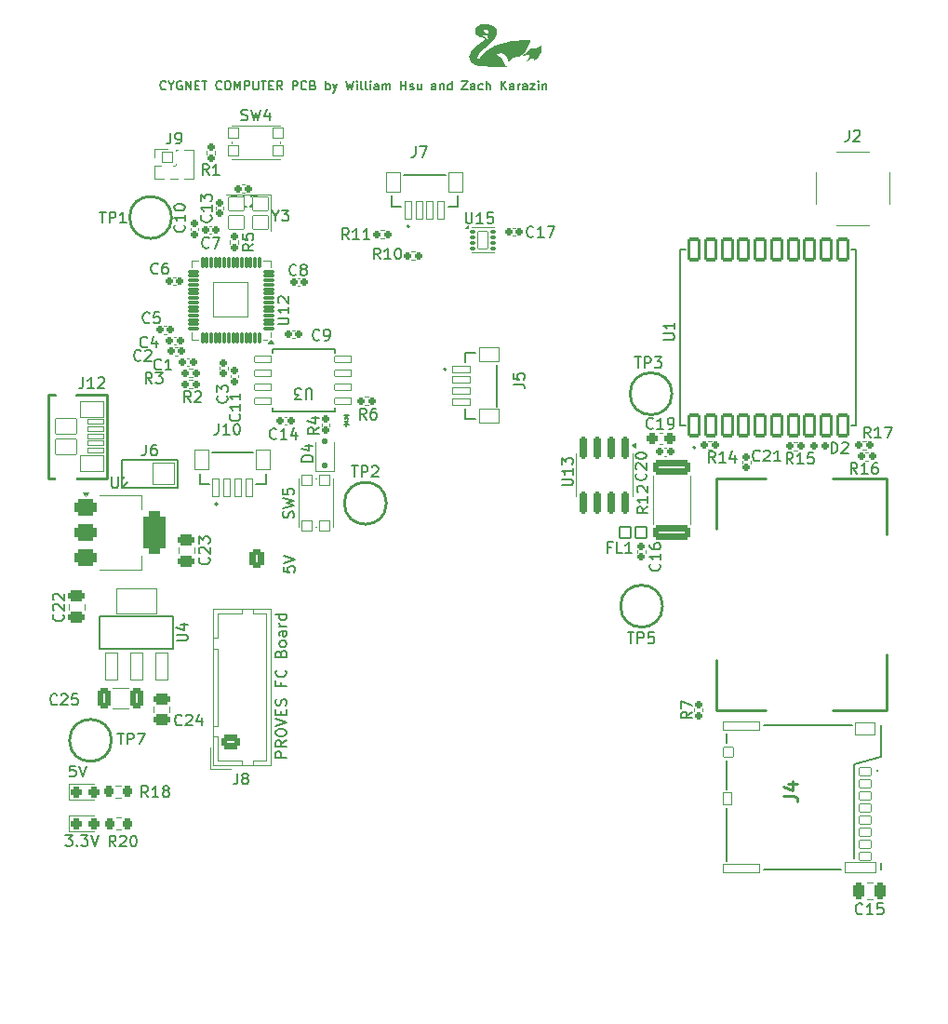
<source format=gbr>
%TF.GenerationSoftware,KiCad,Pcbnew,9.0.0*%
%TF.CreationDate,2025-06-18T14:50:30-07:00*%
%TF.ProjectId,muon_pcb,6d756f6e-5f70-4636-922e-6b696361645f,rev?*%
%TF.SameCoordinates,Original*%
%TF.FileFunction,Legend,Top*%
%TF.FilePolarity,Positive*%
%FSLAX46Y46*%
G04 Gerber Fmt 4.6, Leading zero omitted, Abs format (unit mm)*
G04 Created by KiCad (PCBNEW 9.0.0) date 2025-06-18 14:50:30*
%MOMM*%
%LPD*%
G01*
G04 APERTURE LIST*
G04 Aperture macros list*
%AMRoundRect*
0 Rectangle with rounded corners*
0 $1 Rounding radius*
0 $2 $3 $4 $5 $6 $7 $8 $9 X,Y pos of 4 corners*
0 Add a 4 corners polygon primitive as box body*
4,1,4,$2,$3,$4,$5,$6,$7,$8,$9,$2,$3,0*
0 Add four circle primitives for the rounded corners*
1,1,$1+$1,$2,$3*
1,1,$1+$1,$4,$5*
1,1,$1+$1,$6,$7*
1,1,$1+$1,$8,$9*
0 Add four rect primitives between the rounded corners*
20,1,$1+$1,$2,$3,$4,$5,0*
20,1,$1+$1,$4,$5,$6,$7,0*
20,1,$1+$1,$6,$7,$8,$9,0*
20,1,$1+$1,$8,$9,$2,$3,0*%
G04 Aperture macros list end*
%ADD10C,0.200000*%
%ADD11C,0.150000*%
%ADD12C,0.254000*%
%ADD13C,0.120000*%
%ADD14C,0.250000*%
%ADD15C,0.127000*%
%ADD16C,0.000000*%
%ADD17C,0.152400*%
%ADD18C,0.100000*%
%ADD19RoundRect,0.159000X-0.159000X-0.189000X0.159000X-0.189000X0.159000X0.189000X-0.159000X0.189000X0*%
%ADD20RoundRect,0.154000X-0.154000X-0.204000X0.154000X-0.204000X0.154000X0.204000X-0.154000X0.204000X0*%
%ADD21RoundRect,0.244000X0.244000X0.269000X-0.244000X0.269000X-0.244000X-0.269000X0.244000X-0.269000X0*%
%ADD22RoundRect,0.269000X0.269000X0.494000X-0.269000X0.494000X-0.269000X-0.494000X0.269000X-0.494000X0*%
%ADD23RoundRect,0.265511X1.447489X-0.384989X1.447489X0.384989X-1.447489X0.384989X-1.447489X-0.384989X0*%
%ADD24RoundRect,0.154000X0.154000X0.204000X-0.154000X0.204000X-0.154000X-0.204000X0.154000X-0.204000X0*%
%ADD25RoundRect,0.237750X-0.237750X-0.275250X0.237750X-0.275250X0.237750X0.275250X-0.237750X0.275250X0*%
%ADD26RoundRect,0.219000X0.219000X0.294000X-0.219000X0.294000X-0.219000X-0.294000X0.219000X-0.294000X0*%
%ADD27C,2.376000*%
%ADD28C,17.876000*%
%ADD29C,2.676000*%
%ADD30RoundRect,0.159000X0.189000X-0.159000X0.189000X0.159000X-0.189000X0.159000X-0.189000X-0.159000X0*%
%ADD31RoundRect,0.038000X-0.450000X-0.500000X0.450000X-0.500000X0.450000X0.500000X-0.450000X0.500000X0*%
%ADD32RoundRect,0.159000X0.159000X0.189000X-0.159000X0.189000X-0.159000X-0.189000X0.159000X-0.189000X0*%
%ADD33RoundRect,0.159000X-0.189000X0.159000X-0.189000X-0.159000X0.189000X-0.159000X0.189000X0.159000X0*%
%ADD34RoundRect,0.269000X-0.494000X0.269000X-0.494000X-0.269000X0.494000X-0.269000X0.494000X0.269000X0*%
%ADD35RoundRect,0.038000X-0.550000X1.250000X-0.550000X-1.250000X0.550000X-1.250000X0.550000X1.250000X0*%
%ADD36RoundRect,0.038000X-1.800000X1.170000X-1.800000X-1.170000X1.800000X-1.170000X1.800000X1.170000X0*%
%ADD37RoundRect,0.038000X0.500000X-0.450000X0.500000X0.450000X-0.500000X0.450000X-0.500000X-0.450000X0*%
%ADD38RoundRect,0.154000X0.204000X-0.154000X0.204000X0.154000X-0.204000X0.154000X-0.204000X-0.154000X0*%
%ADD39C,5.076000*%
%ADD40RoundRect,0.038000X-0.500000X-0.500000X0.500000X-0.500000X0.500000X0.500000X-0.500000X0.500000X0*%
%ADD41O,1.076000X1.076000*%
%ADD42RoundRect,0.169000X-0.169000X0.844000X-0.169000X-0.844000X0.169000X-0.844000X0.169000X0.844000X0*%
%ADD43RoundRect,0.038000X-0.300000X-0.775000X0.300000X-0.775000X0.300000X0.775000X-0.300000X0.775000X0*%
%ADD44RoundRect,0.038000X-0.600000X-0.900000X0.600000X-0.900000X0.600000X0.900000X-0.600000X0.900000X0*%
%ADD45RoundRect,0.038000X-0.550000X0.350000X-0.550000X-0.350000X0.550000X-0.350000X0.550000X0.350000X0*%
%ADD46RoundRect,0.038000X-0.465000X0.450000X-0.465000X-0.450000X0.465000X-0.450000X0.465000X0.450000X0*%
%ADD47RoundRect,0.038000X-0.390000X-0.525000X0.390000X-0.525000X0.390000X0.525000X-0.390000X0.525000X0*%
%ADD48RoundRect,0.038000X-1.665000X0.350000X-1.665000X-0.350000X1.665000X-0.350000X1.665000X0.350000X0*%
%ADD49RoundRect,0.038000X-1.400000X0.430000X-1.400000X-0.430000X1.400000X-0.430000X1.400000X0.430000X0*%
%ADD50RoundRect,0.038000X-0.915000X0.570000X-0.915000X-0.570000X0.915000X-0.570000X0.915000X0.570000X0*%
%ADD51RoundRect,0.144000X0.144000X-0.144000X0.144000X0.144000X-0.144000X0.144000X-0.144000X-0.144000X0*%
%ADD52RoundRect,0.038000X0.762000X0.266700X-0.762000X0.266700X-0.762000X-0.266700X0.762000X-0.266700X0*%
%ADD53RoundRect,0.102000X0.500000X0.485000X-0.500000X0.485000X-0.500000X-0.485000X0.500000X-0.485000X0*%
%ADD54RoundRect,0.265833X0.597167X-0.372167X0.597167X0.372167X-0.597167X0.372167X-0.597167X-0.372167X0*%
%ADD55O,1.726000X1.276000*%
%ADD56RoundRect,0.266521X0.346479X0.671479X-0.346479X0.671479X-0.346479X-0.671479X0.346479X-0.671479X0*%
%ADD57RoundRect,0.154000X-0.204000X0.154000X-0.204000X-0.154000X0.204000X-0.154000X0.204000X0.154000X0*%
%ADD58RoundRect,0.081500X-0.206500X-0.081500X0.206500X-0.081500X0.206500X0.081500X-0.206500X0.081500X0*%
%ADD59RoundRect,0.038000X-0.450000X-0.800000X0.450000X-0.800000X0.450000X0.800000X-0.450000X0.800000X0*%
%ADD60C,1.286000*%
%ADD61RoundRect,0.150500X0.451500X-0.951500X0.451500X0.951500X-0.451500X0.951500X-0.451500X-0.951500X0*%
%ADD62RoundRect,0.038000X0.700000X0.600000X-0.700000X0.600000X-0.700000X-0.600000X0.700000X-0.600000X0*%
%ADD63RoundRect,0.038000X-0.775000X0.300000X-0.775000X-0.300000X0.775000X-0.300000X0.775000X0.300000X0*%
%ADD64RoundRect,0.038000X-0.900000X0.600000X-0.900000X-0.600000X0.900000X-0.600000X0.900000X0.600000X0*%
%ADD65RoundRect,0.038000X-0.690000X-0.225000X0.690000X-0.225000X0.690000X0.225000X-0.690000X0.225000X0*%
%ADD66O,1.876000X1.476000*%
%ADD67RoundRect,0.038000X-0.950000X-0.690000X0.950000X-0.690000X0.950000X0.690000X-0.950000X0.690000X0*%
%ADD68RoundRect,0.038000X-1.050000X-0.740000X1.050000X-0.740000X1.050000X0.740000X-1.050000X0.740000X0*%
%ADD69C,2.126000*%
%ADD70C,2.326000*%
%ADD71RoundRect,0.038000X1.000000X1.000000X-1.000000X1.000000X-1.000000X-1.000000X1.000000X-1.000000X0*%
%ADD72C,2.076000*%
%ADD73RoundRect,0.069000X0.406500X0.069000X-0.406500X0.069000X-0.406500X-0.069000X0.406500X-0.069000X0*%
%ADD74RoundRect,0.069000X0.069000X0.406500X-0.069000X0.406500X-0.069000X-0.406500X0.069000X-0.406500X0*%
%ADD75RoundRect,0.038000X1.600000X1.600000X-1.600000X1.600000X-1.600000X-1.600000X1.600000X-1.600000X0*%
%ADD76RoundRect,0.166500X0.166500X0.191500X-0.166500X0.191500X-0.166500X-0.191500X0.166500X-0.191500X0*%
%ADD77RoundRect,0.394000X-0.644000X-0.394000X0.644000X-0.394000X0.644000X0.394000X-0.644000X0.394000X0*%
%ADD78RoundRect,0.519000X-0.519000X-1.419000X0.519000X-1.419000X0.519000X1.419000X-0.519000X1.419000X0*%
%ADD79RoundRect,0.265833X0.372167X0.597167X-0.372167X0.597167X-0.372167X-0.597167X0.372167X-0.597167X0*%
%ADD80O,1.276000X1.726000*%
G04 APERTURE END LIST*
D10*
X119487219Y-122300326D02*
X118487219Y-122300326D01*
X118487219Y-122300326D02*
X118487219Y-121919374D01*
X118487219Y-121919374D02*
X118534838Y-121824136D01*
X118534838Y-121824136D02*
X118582457Y-121776517D01*
X118582457Y-121776517D02*
X118677695Y-121728898D01*
X118677695Y-121728898D02*
X118820552Y-121728898D01*
X118820552Y-121728898D02*
X118915790Y-121776517D01*
X118915790Y-121776517D02*
X118963409Y-121824136D01*
X118963409Y-121824136D02*
X119011028Y-121919374D01*
X119011028Y-121919374D02*
X119011028Y-122300326D01*
X119487219Y-120728898D02*
X119011028Y-121062231D01*
X119487219Y-121300326D02*
X118487219Y-121300326D01*
X118487219Y-121300326D02*
X118487219Y-120919374D01*
X118487219Y-120919374D02*
X118534838Y-120824136D01*
X118534838Y-120824136D02*
X118582457Y-120776517D01*
X118582457Y-120776517D02*
X118677695Y-120728898D01*
X118677695Y-120728898D02*
X118820552Y-120728898D01*
X118820552Y-120728898D02*
X118915790Y-120776517D01*
X118915790Y-120776517D02*
X118963409Y-120824136D01*
X118963409Y-120824136D02*
X119011028Y-120919374D01*
X119011028Y-120919374D02*
X119011028Y-121300326D01*
X118487219Y-120109850D02*
X118487219Y-119919374D01*
X118487219Y-119919374D02*
X118534838Y-119824136D01*
X118534838Y-119824136D02*
X118630076Y-119728898D01*
X118630076Y-119728898D02*
X118820552Y-119681279D01*
X118820552Y-119681279D02*
X119153885Y-119681279D01*
X119153885Y-119681279D02*
X119344361Y-119728898D01*
X119344361Y-119728898D02*
X119439600Y-119824136D01*
X119439600Y-119824136D02*
X119487219Y-119919374D01*
X119487219Y-119919374D02*
X119487219Y-120109850D01*
X119487219Y-120109850D02*
X119439600Y-120205088D01*
X119439600Y-120205088D02*
X119344361Y-120300326D01*
X119344361Y-120300326D02*
X119153885Y-120347945D01*
X119153885Y-120347945D02*
X118820552Y-120347945D01*
X118820552Y-120347945D02*
X118630076Y-120300326D01*
X118630076Y-120300326D02*
X118534838Y-120205088D01*
X118534838Y-120205088D02*
X118487219Y-120109850D01*
X118487219Y-119395564D02*
X119487219Y-119062231D01*
X119487219Y-119062231D02*
X118487219Y-118728898D01*
X118963409Y-118395564D02*
X118963409Y-118062231D01*
X119487219Y-117919374D02*
X119487219Y-118395564D01*
X119487219Y-118395564D02*
X118487219Y-118395564D01*
X118487219Y-118395564D02*
X118487219Y-117919374D01*
X119439600Y-117538421D02*
X119487219Y-117395564D01*
X119487219Y-117395564D02*
X119487219Y-117157469D01*
X119487219Y-117157469D02*
X119439600Y-117062231D01*
X119439600Y-117062231D02*
X119391980Y-117014612D01*
X119391980Y-117014612D02*
X119296742Y-116966993D01*
X119296742Y-116966993D02*
X119201504Y-116966993D01*
X119201504Y-116966993D02*
X119106266Y-117014612D01*
X119106266Y-117014612D02*
X119058647Y-117062231D01*
X119058647Y-117062231D02*
X119011028Y-117157469D01*
X119011028Y-117157469D02*
X118963409Y-117347945D01*
X118963409Y-117347945D02*
X118915790Y-117443183D01*
X118915790Y-117443183D02*
X118868171Y-117490802D01*
X118868171Y-117490802D02*
X118772933Y-117538421D01*
X118772933Y-117538421D02*
X118677695Y-117538421D01*
X118677695Y-117538421D02*
X118582457Y-117490802D01*
X118582457Y-117490802D02*
X118534838Y-117443183D01*
X118534838Y-117443183D02*
X118487219Y-117347945D01*
X118487219Y-117347945D02*
X118487219Y-117109850D01*
X118487219Y-117109850D02*
X118534838Y-116966993D01*
X118963409Y-115443183D02*
X118963409Y-115776516D01*
X119487219Y-115776516D02*
X118487219Y-115776516D01*
X118487219Y-115776516D02*
X118487219Y-115300326D01*
X119391980Y-114347945D02*
X119439600Y-114395564D01*
X119439600Y-114395564D02*
X119487219Y-114538421D01*
X119487219Y-114538421D02*
X119487219Y-114633659D01*
X119487219Y-114633659D02*
X119439600Y-114776516D01*
X119439600Y-114776516D02*
X119344361Y-114871754D01*
X119344361Y-114871754D02*
X119249123Y-114919373D01*
X119249123Y-114919373D02*
X119058647Y-114966992D01*
X119058647Y-114966992D02*
X118915790Y-114966992D01*
X118915790Y-114966992D02*
X118725314Y-114919373D01*
X118725314Y-114919373D02*
X118630076Y-114871754D01*
X118630076Y-114871754D02*
X118534838Y-114776516D01*
X118534838Y-114776516D02*
X118487219Y-114633659D01*
X118487219Y-114633659D02*
X118487219Y-114538421D01*
X118487219Y-114538421D02*
X118534838Y-114395564D01*
X118534838Y-114395564D02*
X118582457Y-114347945D01*
X118963409Y-112824135D02*
X119011028Y-112681278D01*
X119011028Y-112681278D02*
X119058647Y-112633659D01*
X119058647Y-112633659D02*
X119153885Y-112586040D01*
X119153885Y-112586040D02*
X119296742Y-112586040D01*
X119296742Y-112586040D02*
X119391980Y-112633659D01*
X119391980Y-112633659D02*
X119439600Y-112681278D01*
X119439600Y-112681278D02*
X119487219Y-112776516D01*
X119487219Y-112776516D02*
X119487219Y-113157468D01*
X119487219Y-113157468D02*
X118487219Y-113157468D01*
X118487219Y-113157468D02*
X118487219Y-112824135D01*
X118487219Y-112824135D02*
X118534838Y-112728897D01*
X118534838Y-112728897D02*
X118582457Y-112681278D01*
X118582457Y-112681278D02*
X118677695Y-112633659D01*
X118677695Y-112633659D02*
X118772933Y-112633659D01*
X118772933Y-112633659D02*
X118868171Y-112681278D01*
X118868171Y-112681278D02*
X118915790Y-112728897D01*
X118915790Y-112728897D02*
X118963409Y-112824135D01*
X118963409Y-112824135D02*
X118963409Y-113157468D01*
X119487219Y-112014611D02*
X119439600Y-112109849D01*
X119439600Y-112109849D02*
X119391980Y-112157468D01*
X119391980Y-112157468D02*
X119296742Y-112205087D01*
X119296742Y-112205087D02*
X119011028Y-112205087D01*
X119011028Y-112205087D02*
X118915790Y-112157468D01*
X118915790Y-112157468D02*
X118868171Y-112109849D01*
X118868171Y-112109849D02*
X118820552Y-112014611D01*
X118820552Y-112014611D02*
X118820552Y-111871754D01*
X118820552Y-111871754D02*
X118868171Y-111776516D01*
X118868171Y-111776516D02*
X118915790Y-111728897D01*
X118915790Y-111728897D02*
X119011028Y-111681278D01*
X119011028Y-111681278D02*
X119296742Y-111681278D01*
X119296742Y-111681278D02*
X119391980Y-111728897D01*
X119391980Y-111728897D02*
X119439600Y-111776516D01*
X119439600Y-111776516D02*
X119487219Y-111871754D01*
X119487219Y-111871754D02*
X119487219Y-112014611D01*
X119487219Y-110824135D02*
X118963409Y-110824135D01*
X118963409Y-110824135D02*
X118868171Y-110871754D01*
X118868171Y-110871754D02*
X118820552Y-110966992D01*
X118820552Y-110966992D02*
X118820552Y-111157468D01*
X118820552Y-111157468D02*
X118868171Y-111252706D01*
X119439600Y-110824135D02*
X119487219Y-110919373D01*
X119487219Y-110919373D02*
X119487219Y-111157468D01*
X119487219Y-111157468D02*
X119439600Y-111252706D01*
X119439600Y-111252706D02*
X119344361Y-111300325D01*
X119344361Y-111300325D02*
X119249123Y-111300325D01*
X119249123Y-111300325D02*
X119153885Y-111252706D01*
X119153885Y-111252706D02*
X119106266Y-111157468D01*
X119106266Y-111157468D02*
X119106266Y-110919373D01*
X119106266Y-110919373D02*
X119058647Y-110824135D01*
X119487219Y-110347944D02*
X118820552Y-110347944D01*
X119011028Y-110347944D02*
X118915790Y-110300325D01*
X118915790Y-110300325D02*
X118868171Y-110252706D01*
X118868171Y-110252706D02*
X118820552Y-110157468D01*
X118820552Y-110157468D02*
X118820552Y-110062230D01*
X119487219Y-109300325D02*
X118487219Y-109300325D01*
X119439600Y-109300325D02*
X119487219Y-109395563D01*
X119487219Y-109395563D02*
X119487219Y-109586039D01*
X119487219Y-109586039D02*
X119439600Y-109681277D01*
X119439600Y-109681277D02*
X119391980Y-109728896D01*
X119391980Y-109728896D02*
X119296742Y-109776515D01*
X119296742Y-109776515D02*
X119011028Y-109776515D01*
X119011028Y-109776515D02*
X118915790Y-109728896D01*
X118915790Y-109728896D02*
X118868171Y-109681277D01*
X118868171Y-109681277D02*
X118820552Y-109586039D01*
X118820552Y-109586039D02*
X118820552Y-109395563D01*
X118820552Y-109395563D02*
X118868171Y-109300325D01*
X119227219Y-104924136D02*
X119227219Y-105400326D01*
X119227219Y-105400326D02*
X119703409Y-105447945D01*
X119703409Y-105447945D02*
X119655790Y-105400326D01*
X119655790Y-105400326D02*
X119608171Y-105305088D01*
X119608171Y-105305088D02*
X119608171Y-105066993D01*
X119608171Y-105066993D02*
X119655790Y-104971755D01*
X119655790Y-104971755D02*
X119703409Y-104924136D01*
X119703409Y-104924136D02*
X119798647Y-104876517D01*
X119798647Y-104876517D02*
X120036742Y-104876517D01*
X120036742Y-104876517D02*
X120131980Y-104924136D01*
X120131980Y-104924136D02*
X120179600Y-104971755D01*
X120179600Y-104971755D02*
X120227219Y-105066993D01*
X120227219Y-105066993D02*
X120227219Y-105305088D01*
X120227219Y-105305088D02*
X120179600Y-105400326D01*
X120179600Y-105400326D02*
X120131980Y-105447945D01*
X119227219Y-104590802D02*
X120227219Y-104257469D01*
X120227219Y-104257469D02*
X119227219Y-103924136D01*
X99354435Y-129337219D02*
X99973482Y-129337219D01*
X99973482Y-129337219D02*
X99640149Y-129718171D01*
X99640149Y-129718171D02*
X99783006Y-129718171D01*
X99783006Y-129718171D02*
X99878244Y-129765790D01*
X99878244Y-129765790D02*
X99925863Y-129813409D01*
X99925863Y-129813409D02*
X99973482Y-129908647D01*
X99973482Y-129908647D02*
X99973482Y-130146742D01*
X99973482Y-130146742D02*
X99925863Y-130241980D01*
X99925863Y-130241980D02*
X99878244Y-130289600D01*
X99878244Y-130289600D02*
X99783006Y-130337219D01*
X99783006Y-130337219D02*
X99497292Y-130337219D01*
X99497292Y-130337219D02*
X99402054Y-130289600D01*
X99402054Y-130289600D02*
X99354435Y-130241980D01*
X100402054Y-130241980D02*
X100449673Y-130289600D01*
X100449673Y-130289600D02*
X100402054Y-130337219D01*
X100402054Y-130337219D02*
X100354435Y-130289600D01*
X100354435Y-130289600D02*
X100402054Y-130241980D01*
X100402054Y-130241980D02*
X100402054Y-130337219D01*
X100783006Y-129337219D02*
X101402053Y-129337219D01*
X101402053Y-129337219D02*
X101068720Y-129718171D01*
X101068720Y-129718171D02*
X101211577Y-129718171D01*
X101211577Y-129718171D02*
X101306815Y-129765790D01*
X101306815Y-129765790D02*
X101354434Y-129813409D01*
X101354434Y-129813409D02*
X101402053Y-129908647D01*
X101402053Y-129908647D02*
X101402053Y-130146742D01*
X101402053Y-130146742D02*
X101354434Y-130241980D01*
X101354434Y-130241980D02*
X101306815Y-130289600D01*
X101306815Y-130289600D02*
X101211577Y-130337219D01*
X101211577Y-130337219D02*
X100925863Y-130337219D01*
X100925863Y-130337219D02*
X100830625Y-130289600D01*
X100830625Y-130289600D02*
X100783006Y-130241980D01*
X101687768Y-129337219D02*
X102021101Y-130337219D01*
X102021101Y-130337219D02*
X102354434Y-129337219D01*
X108494282Y-61485504D02*
X108456186Y-61523600D01*
X108456186Y-61523600D02*
X108341901Y-61561695D01*
X108341901Y-61561695D02*
X108265710Y-61561695D01*
X108265710Y-61561695D02*
X108151424Y-61523600D01*
X108151424Y-61523600D02*
X108075234Y-61447409D01*
X108075234Y-61447409D02*
X108037139Y-61371219D01*
X108037139Y-61371219D02*
X107999043Y-61218838D01*
X107999043Y-61218838D02*
X107999043Y-61104552D01*
X107999043Y-61104552D02*
X108037139Y-60952171D01*
X108037139Y-60952171D02*
X108075234Y-60875980D01*
X108075234Y-60875980D02*
X108151424Y-60799790D01*
X108151424Y-60799790D02*
X108265710Y-60761695D01*
X108265710Y-60761695D02*
X108341901Y-60761695D01*
X108341901Y-60761695D02*
X108456186Y-60799790D01*
X108456186Y-60799790D02*
X108494282Y-60837885D01*
X108989520Y-61180742D02*
X108989520Y-61561695D01*
X108722853Y-60761695D02*
X108989520Y-61180742D01*
X108989520Y-61180742D02*
X109256186Y-60761695D01*
X109941900Y-60799790D02*
X109865710Y-60761695D01*
X109865710Y-60761695D02*
X109751424Y-60761695D01*
X109751424Y-60761695D02*
X109637138Y-60799790D01*
X109637138Y-60799790D02*
X109560948Y-60875980D01*
X109560948Y-60875980D02*
X109522853Y-60952171D01*
X109522853Y-60952171D02*
X109484757Y-61104552D01*
X109484757Y-61104552D02*
X109484757Y-61218838D01*
X109484757Y-61218838D02*
X109522853Y-61371219D01*
X109522853Y-61371219D02*
X109560948Y-61447409D01*
X109560948Y-61447409D02*
X109637138Y-61523600D01*
X109637138Y-61523600D02*
X109751424Y-61561695D01*
X109751424Y-61561695D02*
X109827615Y-61561695D01*
X109827615Y-61561695D02*
X109941900Y-61523600D01*
X109941900Y-61523600D02*
X109979996Y-61485504D01*
X109979996Y-61485504D02*
X109979996Y-61218838D01*
X109979996Y-61218838D02*
X109827615Y-61218838D01*
X110322853Y-61561695D02*
X110322853Y-60761695D01*
X110322853Y-60761695D02*
X110779996Y-61561695D01*
X110779996Y-61561695D02*
X110779996Y-60761695D01*
X111160948Y-61142647D02*
X111427614Y-61142647D01*
X111541900Y-61561695D02*
X111160948Y-61561695D01*
X111160948Y-61561695D02*
X111160948Y-60761695D01*
X111160948Y-60761695D02*
X111541900Y-60761695D01*
X111770472Y-60761695D02*
X112227615Y-60761695D01*
X111999043Y-61561695D02*
X111999043Y-60761695D01*
X113560949Y-61485504D02*
X113522853Y-61523600D01*
X113522853Y-61523600D02*
X113408568Y-61561695D01*
X113408568Y-61561695D02*
X113332377Y-61561695D01*
X113332377Y-61561695D02*
X113218091Y-61523600D01*
X113218091Y-61523600D02*
X113141901Y-61447409D01*
X113141901Y-61447409D02*
X113103806Y-61371219D01*
X113103806Y-61371219D02*
X113065710Y-61218838D01*
X113065710Y-61218838D02*
X113065710Y-61104552D01*
X113065710Y-61104552D02*
X113103806Y-60952171D01*
X113103806Y-60952171D02*
X113141901Y-60875980D01*
X113141901Y-60875980D02*
X113218091Y-60799790D01*
X113218091Y-60799790D02*
X113332377Y-60761695D01*
X113332377Y-60761695D02*
X113408568Y-60761695D01*
X113408568Y-60761695D02*
X113522853Y-60799790D01*
X113522853Y-60799790D02*
X113560949Y-60837885D01*
X114056187Y-60761695D02*
X114208568Y-60761695D01*
X114208568Y-60761695D02*
X114284758Y-60799790D01*
X114284758Y-60799790D02*
X114360949Y-60875980D01*
X114360949Y-60875980D02*
X114399044Y-61028361D01*
X114399044Y-61028361D02*
X114399044Y-61295028D01*
X114399044Y-61295028D02*
X114360949Y-61447409D01*
X114360949Y-61447409D02*
X114284758Y-61523600D01*
X114284758Y-61523600D02*
X114208568Y-61561695D01*
X114208568Y-61561695D02*
X114056187Y-61561695D01*
X114056187Y-61561695D02*
X113979996Y-61523600D01*
X113979996Y-61523600D02*
X113903806Y-61447409D01*
X113903806Y-61447409D02*
X113865710Y-61295028D01*
X113865710Y-61295028D02*
X113865710Y-61028361D01*
X113865710Y-61028361D02*
X113903806Y-60875980D01*
X113903806Y-60875980D02*
X113979996Y-60799790D01*
X113979996Y-60799790D02*
X114056187Y-60761695D01*
X114741901Y-61561695D02*
X114741901Y-60761695D01*
X114741901Y-60761695D02*
X115008567Y-61333123D01*
X115008567Y-61333123D02*
X115275234Y-60761695D01*
X115275234Y-60761695D02*
X115275234Y-61561695D01*
X115656187Y-61561695D02*
X115656187Y-60761695D01*
X115656187Y-60761695D02*
X115960949Y-60761695D01*
X115960949Y-60761695D02*
X116037139Y-60799790D01*
X116037139Y-60799790D02*
X116075234Y-60837885D01*
X116075234Y-60837885D02*
X116113330Y-60914076D01*
X116113330Y-60914076D02*
X116113330Y-61028361D01*
X116113330Y-61028361D02*
X116075234Y-61104552D01*
X116075234Y-61104552D02*
X116037139Y-61142647D01*
X116037139Y-61142647D02*
X115960949Y-61180742D01*
X115960949Y-61180742D02*
X115656187Y-61180742D01*
X116456187Y-60761695D02*
X116456187Y-61409314D01*
X116456187Y-61409314D02*
X116494282Y-61485504D01*
X116494282Y-61485504D02*
X116532377Y-61523600D01*
X116532377Y-61523600D02*
X116608568Y-61561695D01*
X116608568Y-61561695D02*
X116760949Y-61561695D01*
X116760949Y-61561695D02*
X116837139Y-61523600D01*
X116837139Y-61523600D02*
X116875234Y-61485504D01*
X116875234Y-61485504D02*
X116913330Y-61409314D01*
X116913330Y-61409314D02*
X116913330Y-60761695D01*
X117179996Y-60761695D02*
X117637139Y-60761695D01*
X117408567Y-61561695D02*
X117408567Y-60761695D01*
X117903806Y-61142647D02*
X118170472Y-61142647D01*
X118284758Y-61561695D02*
X117903806Y-61561695D01*
X117903806Y-61561695D02*
X117903806Y-60761695D01*
X117903806Y-60761695D02*
X118284758Y-60761695D01*
X119084759Y-61561695D02*
X118818092Y-61180742D01*
X118627616Y-61561695D02*
X118627616Y-60761695D01*
X118627616Y-60761695D02*
X118932378Y-60761695D01*
X118932378Y-60761695D02*
X119008568Y-60799790D01*
X119008568Y-60799790D02*
X119046663Y-60837885D01*
X119046663Y-60837885D02*
X119084759Y-60914076D01*
X119084759Y-60914076D02*
X119084759Y-61028361D01*
X119084759Y-61028361D02*
X119046663Y-61104552D01*
X119046663Y-61104552D02*
X119008568Y-61142647D01*
X119008568Y-61142647D02*
X118932378Y-61180742D01*
X118932378Y-61180742D02*
X118627616Y-61180742D01*
X120037140Y-61561695D02*
X120037140Y-60761695D01*
X120037140Y-60761695D02*
X120341902Y-60761695D01*
X120341902Y-60761695D02*
X120418092Y-60799790D01*
X120418092Y-60799790D02*
X120456187Y-60837885D01*
X120456187Y-60837885D02*
X120494283Y-60914076D01*
X120494283Y-60914076D02*
X120494283Y-61028361D01*
X120494283Y-61028361D02*
X120456187Y-61104552D01*
X120456187Y-61104552D02*
X120418092Y-61142647D01*
X120418092Y-61142647D02*
X120341902Y-61180742D01*
X120341902Y-61180742D02*
X120037140Y-61180742D01*
X121294283Y-61485504D02*
X121256187Y-61523600D01*
X121256187Y-61523600D02*
X121141902Y-61561695D01*
X121141902Y-61561695D02*
X121065711Y-61561695D01*
X121065711Y-61561695D02*
X120951425Y-61523600D01*
X120951425Y-61523600D02*
X120875235Y-61447409D01*
X120875235Y-61447409D02*
X120837140Y-61371219D01*
X120837140Y-61371219D02*
X120799044Y-61218838D01*
X120799044Y-61218838D02*
X120799044Y-61104552D01*
X120799044Y-61104552D02*
X120837140Y-60952171D01*
X120837140Y-60952171D02*
X120875235Y-60875980D01*
X120875235Y-60875980D02*
X120951425Y-60799790D01*
X120951425Y-60799790D02*
X121065711Y-60761695D01*
X121065711Y-60761695D02*
X121141902Y-60761695D01*
X121141902Y-60761695D02*
X121256187Y-60799790D01*
X121256187Y-60799790D02*
X121294283Y-60837885D01*
X121903806Y-61142647D02*
X122018092Y-61180742D01*
X122018092Y-61180742D02*
X122056187Y-61218838D01*
X122056187Y-61218838D02*
X122094283Y-61295028D01*
X122094283Y-61295028D02*
X122094283Y-61409314D01*
X122094283Y-61409314D02*
X122056187Y-61485504D01*
X122056187Y-61485504D02*
X122018092Y-61523600D01*
X122018092Y-61523600D02*
X121941902Y-61561695D01*
X121941902Y-61561695D02*
X121637140Y-61561695D01*
X121637140Y-61561695D02*
X121637140Y-60761695D01*
X121637140Y-60761695D02*
X121903806Y-60761695D01*
X121903806Y-60761695D02*
X121979997Y-60799790D01*
X121979997Y-60799790D02*
X122018092Y-60837885D01*
X122018092Y-60837885D02*
X122056187Y-60914076D01*
X122056187Y-60914076D02*
X122056187Y-60990266D01*
X122056187Y-60990266D02*
X122018092Y-61066457D01*
X122018092Y-61066457D02*
X121979997Y-61104552D01*
X121979997Y-61104552D02*
X121903806Y-61142647D01*
X121903806Y-61142647D02*
X121637140Y-61142647D01*
X123046664Y-61561695D02*
X123046664Y-60761695D01*
X123046664Y-61066457D02*
X123122854Y-61028361D01*
X123122854Y-61028361D02*
X123275235Y-61028361D01*
X123275235Y-61028361D02*
X123351426Y-61066457D01*
X123351426Y-61066457D02*
X123389521Y-61104552D01*
X123389521Y-61104552D02*
X123427616Y-61180742D01*
X123427616Y-61180742D02*
X123427616Y-61409314D01*
X123427616Y-61409314D02*
X123389521Y-61485504D01*
X123389521Y-61485504D02*
X123351426Y-61523600D01*
X123351426Y-61523600D02*
X123275235Y-61561695D01*
X123275235Y-61561695D02*
X123122854Y-61561695D01*
X123122854Y-61561695D02*
X123046664Y-61523600D01*
X123694283Y-61028361D02*
X123884759Y-61561695D01*
X124075236Y-61028361D02*
X123884759Y-61561695D01*
X123884759Y-61561695D02*
X123808569Y-61752171D01*
X123808569Y-61752171D02*
X123770474Y-61790266D01*
X123770474Y-61790266D02*
X123694283Y-61828361D01*
X124913331Y-60761695D02*
X125103807Y-61561695D01*
X125103807Y-61561695D02*
X125256188Y-60990266D01*
X125256188Y-60990266D02*
X125408569Y-61561695D01*
X125408569Y-61561695D02*
X125599046Y-60761695D01*
X125903808Y-61561695D02*
X125903808Y-61028361D01*
X125903808Y-60761695D02*
X125865712Y-60799790D01*
X125865712Y-60799790D02*
X125903808Y-60837885D01*
X125903808Y-60837885D02*
X125941903Y-60799790D01*
X125941903Y-60799790D02*
X125903808Y-60761695D01*
X125903808Y-60761695D02*
X125903808Y-60837885D01*
X126399045Y-61561695D02*
X126322855Y-61523600D01*
X126322855Y-61523600D02*
X126284760Y-61447409D01*
X126284760Y-61447409D02*
X126284760Y-60761695D01*
X126818093Y-61561695D02*
X126741903Y-61523600D01*
X126741903Y-61523600D02*
X126703808Y-61447409D01*
X126703808Y-61447409D02*
X126703808Y-60761695D01*
X127122856Y-61561695D02*
X127122856Y-61028361D01*
X127122856Y-60761695D02*
X127084760Y-60799790D01*
X127084760Y-60799790D02*
X127122856Y-60837885D01*
X127122856Y-60837885D02*
X127160951Y-60799790D01*
X127160951Y-60799790D02*
X127122856Y-60761695D01*
X127122856Y-60761695D02*
X127122856Y-60837885D01*
X127846665Y-61561695D02*
X127846665Y-61142647D01*
X127846665Y-61142647D02*
X127808570Y-61066457D01*
X127808570Y-61066457D02*
X127732379Y-61028361D01*
X127732379Y-61028361D02*
X127579998Y-61028361D01*
X127579998Y-61028361D02*
X127503808Y-61066457D01*
X127846665Y-61523600D02*
X127770474Y-61561695D01*
X127770474Y-61561695D02*
X127579998Y-61561695D01*
X127579998Y-61561695D02*
X127503808Y-61523600D01*
X127503808Y-61523600D02*
X127465712Y-61447409D01*
X127465712Y-61447409D02*
X127465712Y-61371219D01*
X127465712Y-61371219D02*
X127503808Y-61295028D01*
X127503808Y-61295028D02*
X127579998Y-61256933D01*
X127579998Y-61256933D02*
X127770474Y-61256933D01*
X127770474Y-61256933D02*
X127846665Y-61218838D01*
X128227618Y-61561695D02*
X128227618Y-61028361D01*
X128227618Y-61104552D02*
X128265713Y-61066457D01*
X128265713Y-61066457D02*
X128341903Y-61028361D01*
X128341903Y-61028361D02*
X128456189Y-61028361D01*
X128456189Y-61028361D02*
X128532380Y-61066457D01*
X128532380Y-61066457D02*
X128570475Y-61142647D01*
X128570475Y-61142647D02*
X128570475Y-61561695D01*
X128570475Y-61142647D02*
X128608570Y-61066457D01*
X128608570Y-61066457D02*
X128684761Y-61028361D01*
X128684761Y-61028361D02*
X128799046Y-61028361D01*
X128799046Y-61028361D02*
X128875237Y-61066457D01*
X128875237Y-61066457D02*
X128913332Y-61142647D01*
X128913332Y-61142647D02*
X128913332Y-61561695D01*
X129903809Y-61561695D02*
X129903809Y-60761695D01*
X129903809Y-61142647D02*
X130360952Y-61142647D01*
X130360952Y-61561695D02*
X130360952Y-60761695D01*
X130703808Y-61523600D02*
X130779999Y-61561695D01*
X130779999Y-61561695D02*
X130932380Y-61561695D01*
X130932380Y-61561695D02*
X131008570Y-61523600D01*
X131008570Y-61523600D02*
X131046666Y-61447409D01*
X131046666Y-61447409D02*
X131046666Y-61409314D01*
X131046666Y-61409314D02*
X131008570Y-61333123D01*
X131008570Y-61333123D02*
X130932380Y-61295028D01*
X130932380Y-61295028D02*
X130818094Y-61295028D01*
X130818094Y-61295028D02*
X130741904Y-61256933D01*
X130741904Y-61256933D02*
X130703808Y-61180742D01*
X130703808Y-61180742D02*
X130703808Y-61142647D01*
X130703808Y-61142647D02*
X130741904Y-61066457D01*
X130741904Y-61066457D02*
X130818094Y-61028361D01*
X130818094Y-61028361D02*
X130932380Y-61028361D01*
X130932380Y-61028361D02*
X131008570Y-61066457D01*
X131732380Y-61028361D02*
X131732380Y-61561695D01*
X131389523Y-61028361D02*
X131389523Y-61447409D01*
X131389523Y-61447409D02*
X131427618Y-61523600D01*
X131427618Y-61523600D02*
X131503808Y-61561695D01*
X131503808Y-61561695D02*
X131618094Y-61561695D01*
X131618094Y-61561695D02*
X131694285Y-61523600D01*
X131694285Y-61523600D02*
X131732380Y-61485504D01*
X133065714Y-61561695D02*
X133065714Y-61142647D01*
X133065714Y-61142647D02*
X133027619Y-61066457D01*
X133027619Y-61066457D02*
X132951428Y-61028361D01*
X132951428Y-61028361D02*
X132799047Y-61028361D01*
X132799047Y-61028361D02*
X132722857Y-61066457D01*
X133065714Y-61523600D02*
X132989523Y-61561695D01*
X132989523Y-61561695D02*
X132799047Y-61561695D01*
X132799047Y-61561695D02*
X132722857Y-61523600D01*
X132722857Y-61523600D02*
X132684761Y-61447409D01*
X132684761Y-61447409D02*
X132684761Y-61371219D01*
X132684761Y-61371219D02*
X132722857Y-61295028D01*
X132722857Y-61295028D02*
X132799047Y-61256933D01*
X132799047Y-61256933D02*
X132989523Y-61256933D01*
X132989523Y-61256933D02*
X133065714Y-61218838D01*
X133446667Y-61028361D02*
X133446667Y-61561695D01*
X133446667Y-61104552D02*
X133484762Y-61066457D01*
X133484762Y-61066457D02*
X133560952Y-61028361D01*
X133560952Y-61028361D02*
X133675238Y-61028361D01*
X133675238Y-61028361D02*
X133751429Y-61066457D01*
X133751429Y-61066457D02*
X133789524Y-61142647D01*
X133789524Y-61142647D02*
X133789524Y-61561695D01*
X134513334Y-61561695D02*
X134513334Y-60761695D01*
X134513334Y-61523600D02*
X134437143Y-61561695D01*
X134437143Y-61561695D02*
X134284762Y-61561695D01*
X134284762Y-61561695D02*
X134208572Y-61523600D01*
X134208572Y-61523600D02*
X134170477Y-61485504D01*
X134170477Y-61485504D02*
X134132381Y-61409314D01*
X134132381Y-61409314D02*
X134132381Y-61180742D01*
X134132381Y-61180742D02*
X134170477Y-61104552D01*
X134170477Y-61104552D02*
X134208572Y-61066457D01*
X134208572Y-61066457D02*
X134284762Y-61028361D01*
X134284762Y-61028361D02*
X134437143Y-61028361D01*
X134437143Y-61028361D02*
X134513334Y-61066457D01*
X135427620Y-60761695D02*
X135960954Y-60761695D01*
X135960954Y-60761695D02*
X135427620Y-61561695D01*
X135427620Y-61561695D02*
X135960954Y-61561695D01*
X136608573Y-61561695D02*
X136608573Y-61142647D01*
X136608573Y-61142647D02*
X136570478Y-61066457D01*
X136570478Y-61066457D02*
X136494287Y-61028361D01*
X136494287Y-61028361D02*
X136341906Y-61028361D01*
X136341906Y-61028361D02*
X136265716Y-61066457D01*
X136608573Y-61523600D02*
X136532382Y-61561695D01*
X136532382Y-61561695D02*
X136341906Y-61561695D01*
X136341906Y-61561695D02*
X136265716Y-61523600D01*
X136265716Y-61523600D02*
X136227620Y-61447409D01*
X136227620Y-61447409D02*
X136227620Y-61371219D01*
X136227620Y-61371219D02*
X136265716Y-61295028D01*
X136265716Y-61295028D02*
X136341906Y-61256933D01*
X136341906Y-61256933D02*
X136532382Y-61256933D01*
X136532382Y-61256933D02*
X136608573Y-61218838D01*
X137332383Y-61523600D02*
X137256192Y-61561695D01*
X137256192Y-61561695D02*
X137103811Y-61561695D01*
X137103811Y-61561695D02*
X137027621Y-61523600D01*
X137027621Y-61523600D02*
X136989526Y-61485504D01*
X136989526Y-61485504D02*
X136951430Y-61409314D01*
X136951430Y-61409314D02*
X136951430Y-61180742D01*
X136951430Y-61180742D02*
X136989526Y-61104552D01*
X136989526Y-61104552D02*
X137027621Y-61066457D01*
X137027621Y-61066457D02*
X137103811Y-61028361D01*
X137103811Y-61028361D02*
X137256192Y-61028361D01*
X137256192Y-61028361D02*
X137332383Y-61066457D01*
X137675240Y-61561695D02*
X137675240Y-60761695D01*
X138018097Y-61561695D02*
X138018097Y-61142647D01*
X138018097Y-61142647D02*
X137980002Y-61066457D01*
X137980002Y-61066457D02*
X137903811Y-61028361D01*
X137903811Y-61028361D02*
X137789525Y-61028361D01*
X137789525Y-61028361D02*
X137713335Y-61066457D01*
X137713335Y-61066457D02*
X137675240Y-61104552D01*
X139008574Y-61561695D02*
X139008574Y-60761695D01*
X139465717Y-61561695D02*
X139122859Y-61104552D01*
X139465717Y-60761695D02*
X139008574Y-61218838D01*
X140151431Y-61561695D02*
X140151431Y-61142647D01*
X140151431Y-61142647D02*
X140113336Y-61066457D01*
X140113336Y-61066457D02*
X140037145Y-61028361D01*
X140037145Y-61028361D02*
X139884764Y-61028361D01*
X139884764Y-61028361D02*
X139808574Y-61066457D01*
X140151431Y-61523600D02*
X140075240Y-61561695D01*
X140075240Y-61561695D02*
X139884764Y-61561695D01*
X139884764Y-61561695D02*
X139808574Y-61523600D01*
X139808574Y-61523600D02*
X139770478Y-61447409D01*
X139770478Y-61447409D02*
X139770478Y-61371219D01*
X139770478Y-61371219D02*
X139808574Y-61295028D01*
X139808574Y-61295028D02*
X139884764Y-61256933D01*
X139884764Y-61256933D02*
X140075240Y-61256933D01*
X140075240Y-61256933D02*
X140151431Y-61218838D01*
X140532384Y-61561695D02*
X140532384Y-61028361D01*
X140532384Y-61180742D02*
X140570479Y-61104552D01*
X140570479Y-61104552D02*
X140608574Y-61066457D01*
X140608574Y-61066457D02*
X140684765Y-61028361D01*
X140684765Y-61028361D02*
X140760955Y-61028361D01*
X141370479Y-61561695D02*
X141370479Y-61142647D01*
X141370479Y-61142647D02*
X141332384Y-61066457D01*
X141332384Y-61066457D02*
X141256193Y-61028361D01*
X141256193Y-61028361D02*
X141103812Y-61028361D01*
X141103812Y-61028361D02*
X141027622Y-61066457D01*
X141370479Y-61523600D02*
X141294288Y-61561695D01*
X141294288Y-61561695D02*
X141103812Y-61561695D01*
X141103812Y-61561695D02*
X141027622Y-61523600D01*
X141027622Y-61523600D02*
X140989526Y-61447409D01*
X140989526Y-61447409D02*
X140989526Y-61371219D01*
X140989526Y-61371219D02*
X141027622Y-61295028D01*
X141027622Y-61295028D02*
X141103812Y-61256933D01*
X141103812Y-61256933D02*
X141294288Y-61256933D01*
X141294288Y-61256933D02*
X141370479Y-61218838D01*
X141675241Y-61028361D02*
X142094289Y-61028361D01*
X142094289Y-61028361D02*
X141675241Y-61561695D01*
X141675241Y-61561695D02*
X142094289Y-61561695D01*
X142399051Y-61561695D02*
X142399051Y-61028361D01*
X142399051Y-60761695D02*
X142360955Y-60799790D01*
X142360955Y-60799790D02*
X142399051Y-60837885D01*
X142399051Y-60837885D02*
X142437146Y-60799790D01*
X142437146Y-60799790D02*
X142399051Y-60761695D01*
X142399051Y-60761695D02*
X142399051Y-60837885D01*
X142780003Y-61028361D02*
X142780003Y-61561695D01*
X142780003Y-61104552D02*
X142818098Y-61066457D01*
X142818098Y-61066457D02*
X142894288Y-61028361D01*
X142894288Y-61028361D02*
X143008574Y-61028361D01*
X143008574Y-61028361D02*
X143084765Y-61066457D01*
X143084765Y-61066457D02*
X143122860Y-61142647D01*
X143122860Y-61142647D02*
X143122860Y-61561695D01*
X100265863Y-123037219D02*
X99789673Y-123037219D01*
X99789673Y-123037219D02*
X99742054Y-123513409D01*
X99742054Y-123513409D02*
X99789673Y-123465790D01*
X99789673Y-123465790D02*
X99884911Y-123418171D01*
X99884911Y-123418171D02*
X100123006Y-123418171D01*
X100123006Y-123418171D02*
X100218244Y-123465790D01*
X100218244Y-123465790D02*
X100265863Y-123513409D01*
X100265863Y-123513409D02*
X100313482Y-123608647D01*
X100313482Y-123608647D02*
X100313482Y-123846742D01*
X100313482Y-123846742D02*
X100265863Y-123941980D01*
X100265863Y-123941980D02*
X100218244Y-123989600D01*
X100218244Y-123989600D02*
X100123006Y-124037219D01*
X100123006Y-124037219D02*
X99884911Y-124037219D01*
X99884911Y-124037219D02*
X99789673Y-123989600D01*
X99789673Y-123989600D02*
X99742054Y-123941980D01*
X100599197Y-123037219D02*
X100932530Y-124037219D01*
X100932530Y-124037219D02*
X101265863Y-123037219D01*
D11*
X122483333Y-84259580D02*
X122435714Y-84307200D01*
X122435714Y-84307200D02*
X122292857Y-84354819D01*
X122292857Y-84354819D02*
X122197619Y-84354819D01*
X122197619Y-84354819D02*
X122054762Y-84307200D01*
X122054762Y-84307200D02*
X121959524Y-84211961D01*
X121959524Y-84211961D02*
X121911905Y-84116723D01*
X121911905Y-84116723D02*
X121864286Y-83926247D01*
X121864286Y-83926247D02*
X121864286Y-83783390D01*
X121864286Y-83783390D02*
X121911905Y-83592914D01*
X121911905Y-83592914D02*
X121959524Y-83497676D01*
X121959524Y-83497676D02*
X122054762Y-83402438D01*
X122054762Y-83402438D02*
X122197619Y-83354819D01*
X122197619Y-83354819D02*
X122292857Y-83354819D01*
X122292857Y-83354819D02*
X122435714Y-83402438D01*
X122435714Y-83402438D02*
X122483333Y-83450057D01*
X122959524Y-84354819D02*
X123150000Y-84354819D01*
X123150000Y-84354819D02*
X123245238Y-84307200D01*
X123245238Y-84307200D02*
X123292857Y-84259580D01*
X123292857Y-84259580D02*
X123388095Y-84116723D01*
X123388095Y-84116723D02*
X123435714Y-83926247D01*
X123435714Y-83926247D02*
X123435714Y-83545295D01*
X123435714Y-83545295D02*
X123388095Y-83450057D01*
X123388095Y-83450057D02*
X123340476Y-83402438D01*
X123340476Y-83402438D02*
X123245238Y-83354819D01*
X123245238Y-83354819D02*
X123054762Y-83354819D01*
X123054762Y-83354819D02*
X122959524Y-83402438D01*
X122959524Y-83402438D02*
X122911905Y-83450057D01*
X122911905Y-83450057D02*
X122864286Y-83545295D01*
X122864286Y-83545295D02*
X122864286Y-83783390D01*
X122864286Y-83783390D02*
X122911905Y-83878628D01*
X122911905Y-83878628D02*
X122959524Y-83926247D01*
X122959524Y-83926247D02*
X123054762Y-83973866D01*
X123054762Y-83973866D02*
X123245238Y-83973866D01*
X123245238Y-83973866D02*
X123340476Y-83926247D01*
X123340476Y-83926247D02*
X123388095Y-83878628D01*
X123388095Y-83878628D02*
X123435714Y-83783390D01*
X158487142Y-95454819D02*
X158153809Y-94978628D01*
X157915714Y-95454819D02*
X157915714Y-94454819D01*
X157915714Y-94454819D02*
X158296666Y-94454819D01*
X158296666Y-94454819D02*
X158391904Y-94502438D01*
X158391904Y-94502438D02*
X158439523Y-94550057D01*
X158439523Y-94550057D02*
X158487142Y-94645295D01*
X158487142Y-94645295D02*
X158487142Y-94788152D01*
X158487142Y-94788152D02*
X158439523Y-94883390D01*
X158439523Y-94883390D02*
X158391904Y-94931009D01*
X158391904Y-94931009D02*
X158296666Y-94978628D01*
X158296666Y-94978628D02*
X157915714Y-94978628D01*
X159439523Y-95454819D02*
X158868095Y-95454819D01*
X159153809Y-95454819D02*
X159153809Y-94454819D01*
X159153809Y-94454819D02*
X159058571Y-94597676D01*
X159058571Y-94597676D02*
X158963333Y-94692914D01*
X158963333Y-94692914D02*
X158868095Y-94740533D01*
X160296666Y-94788152D02*
X160296666Y-95454819D01*
X160058571Y-94407200D02*
X159820476Y-95121485D01*
X159820476Y-95121485D02*
X160439523Y-95121485D01*
X152837142Y-92299580D02*
X152789523Y-92347200D01*
X152789523Y-92347200D02*
X152646666Y-92394819D01*
X152646666Y-92394819D02*
X152551428Y-92394819D01*
X152551428Y-92394819D02*
X152408571Y-92347200D01*
X152408571Y-92347200D02*
X152313333Y-92251961D01*
X152313333Y-92251961D02*
X152265714Y-92156723D01*
X152265714Y-92156723D02*
X152218095Y-91966247D01*
X152218095Y-91966247D02*
X152218095Y-91823390D01*
X152218095Y-91823390D02*
X152265714Y-91632914D01*
X152265714Y-91632914D02*
X152313333Y-91537676D01*
X152313333Y-91537676D02*
X152408571Y-91442438D01*
X152408571Y-91442438D02*
X152551428Y-91394819D01*
X152551428Y-91394819D02*
X152646666Y-91394819D01*
X152646666Y-91394819D02*
X152789523Y-91442438D01*
X152789523Y-91442438D02*
X152837142Y-91490057D01*
X153789523Y-92394819D02*
X153218095Y-92394819D01*
X153503809Y-92394819D02*
X153503809Y-91394819D01*
X153503809Y-91394819D02*
X153408571Y-91537676D01*
X153408571Y-91537676D02*
X153313333Y-91632914D01*
X153313333Y-91632914D02*
X153218095Y-91680533D01*
X154265714Y-92394819D02*
X154456190Y-92394819D01*
X154456190Y-92394819D02*
X154551428Y-92347200D01*
X154551428Y-92347200D02*
X154599047Y-92299580D01*
X154599047Y-92299580D02*
X154694285Y-92156723D01*
X154694285Y-92156723D02*
X154741904Y-91966247D01*
X154741904Y-91966247D02*
X154741904Y-91585295D01*
X154741904Y-91585295D02*
X154694285Y-91490057D01*
X154694285Y-91490057D02*
X154646666Y-91442438D01*
X154646666Y-91442438D02*
X154551428Y-91394819D01*
X154551428Y-91394819D02*
X154360952Y-91394819D01*
X154360952Y-91394819D02*
X154265714Y-91442438D01*
X154265714Y-91442438D02*
X154218095Y-91490057D01*
X154218095Y-91490057D02*
X154170476Y-91585295D01*
X154170476Y-91585295D02*
X154170476Y-91823390D01*
X154170476Y-91823390D02*
X154218095Y-91918628D01*
X154218095Y-91918628D02*
X154265714Y-91966247D01*
X154265714Y-91966247D02*
X154360952Y-92013866D01*
X154360952Y-92013866D02*
X154551428Y-92013866D01*
X154551428Y-92013866D02*
X154646666Y-91966247D01*
X154646666Y-91966247D02*
X154694285Y-91918628D01*
X154694285Y-91918628D02*
X154741904Y-91823390D01*
X171897142Y-136459580D02*
X171849523Y-136507200D01*
X171849523Y-136507200D02*
X171706666Y-136554819D01*
X171706666Y-136554819D02*
X171611428Y-136554819D01*
X171611428Y-136554819D02*
X171468571Y-136507200D01*
X171468571Y-136507200D02*
X171373333Y-136411961D01*
X171373333Y-136411961D02*
X171325714Y-136316723D01*
X171325714Y-136316723D02*
X171278095Y-136126247D01*
X171278095Y-136126247D02*
X171278095Y-135983390D01*
X171278095Y-135983390D02*
X171325714Y-135792914D01*
X171325714Y-135792914D02*
X171373333Y-135697676D01*
X171373333Y-135697676D02*
X171468571Y-135602438D01*
X171468571Y-135602438D02*
X171611428Y-135554819D01*
X171611428Y-135554819D02*
X171706666Y-135554819D01*
X171706666Y-135554819D02*
X171849523Y-135602438D01*
X171849523Y-135602438D02*
X171897142Y-135650057D01*
X172849523Y-136554819D02*
X172278095Y-136554819D01*
X172563809Y-136554819D02*
X172563809Y-135554819D01*
X172563809Y-135554819D02*
X172468571Y-135697676D01*
X172468571Y-135697676D02*
X172373333Y-135792914D01*
X172373333Y-135792914D02*
X172278095Y-135840533D01*
X173754285Y-135554819D02*
X173278095Y-135554819D01*
X173278095Y-135554819D02*
X173230476Y-136031009D01*
X173230476Y-136031009D02*
X173278095Y-135983390D01*
X173278095Y-135983390D02*
X173373333Y-135935771D01*
X173373333Y-135935771D02*
X173611428Y-135935771D01*
X173611428Y-135935771D02*
X173706666Y-135983390D01*
X173706666Y-135983390D02*
X173754285Y-136031009D01*
X173754285Y-136031009D02*
X173801904Y-136126247D01*
X173801904Y-136126247D02*
X173801904Y-136364342D01*
X173801904Y-136364342D02*
X173754285Y-136459580D01*
X173754285Y-136459580D02*
X173706666Y-136507200D01*
X173706666Y-136507200D02*
X173611428Y-136554819D01*
X173611428Y-136554819D02*
X173373333Y-136554819D01*
X173373333Y-136554819D02*
X173278095Y-136507200D01*
X173278095Y-136507200D02*
X173230476Y-136459580D01*
X171417142Y-96474819D02*
X171083809Y-95998628D01*
X170845714Y-96474819D02*
X170845714Y-95474819D01*
X170845714Y-95474819D02*
X171226666Y-95474819D01*
X171226666Y-95474819D02*
X171321904Y-95522438D01*
X171321904Y-95522438D02*
X171369523Y-95570057D01*
X171369523Y-95570057D02*
X171417142Y-95665295D01*
X171417142Y-95665295D02*
X171417142Y-95808152D01*
X171417142Y-95808152D02*
X171369523Y-95903390D01*
X171369523Y-95903390D02*
X171321904Y-95951009D01*
X171321904Y-95951009D02*
X171226666Y-95998628D01*
X171226666Y-95998628D02*
X170845714Y-95998628D01*
X172369523Y-96474819D02*
X171798095Y-96474819D01*
X172083809Y-96474819D02*
X172083809Y-95474819D01*
X172083809Y-95474819D02*
X171988571Y-95617676D01*
X171988571Y-95617676D02*
X171893333Y-95712914D01*
X171893333Y-95712914D02*
X171798095Y-95760533D01*
X173226666Y-95474819D02*
X173036190Y-95474819D01*
X173036190Y-95474819D02*
X172940952Y-95522438D01*
X172940952Y-95522438D02*
X172893333Y-95570057D01*
X172893333Y-95570057D02*
X172798095Y-95712914D01*
X172798095Y-95712914D02*
X172750476Y-95903390D01*
X172750476Y-95903390D02*
X172750476Y-96284342D01*
X172750476Y-96284342D02*
X172798095Y-96379580D01*
X172798095Y-96379580D02*
X172845714Y-96427200D01*
X172845714Y-96427200D02*
X172940952Y-96474819D01*
X172940952Y-96474819D02*
X173131428Y-96474819D01*
X173131428Y-96474819D02*
X173226666Y-96427200D01*
X173226666Y-96427200D02*
X173274285Y-96379580D01*
X173274285Y-96379580D02*
X173321904Y-96284342D01*
X173321904Y-96284342D02*
X173321904Y-96046247D01*
X173321904Y-96046247D02*
X173274285Y-95951009D01*
X173274285Y-95951009D02*
X173226666Y-95903390D01*
X173226666Y-95903390D02*
X173131428Y-95855771D01*
X173131428Y-95855771D02*
X172940952Y-95855771D01*
X172940952Y-95855771D02*
X172845714Y-95903390D01*
X172845714Y-95903390D02*
X172798095Y-95951009D01*
X172798095Y-95951009D02*
X172750476Y-96046247D01*
X152364819Y-99482857D02*
X151888628Y-99816190D01*
X152364819Y-100054285D02*
X151364819Y-100054285D01*
X151364819Y-100054285D02*
X151364819Y-99673333D01*
X151364819Y-99673333D02*
X151412438Y-99578095D01*
X151412438Y-99578095D02*
X151460057Y-99530476D01*
X151460057Y-99530476D02*
X151555295Y-99482857D01*
X151555295Y-99482857D02*
X151698152Y-99482857D01*
X151698152Y-99482857D02*
X151793390Y-99530476D01*
X151793390Y-99530476D02*
X151841009Y-99578095D01*
X151841009Y-99578095D02*
X151888628Y-99673333D01*
X151888628Y-99673333D02*
X151888628Y-100054285D01*
X152364819Y-98530476D02*
X152364819Y-99101904D01*
X152364819Y-98816190D02*
X151364819Y-98816190D01*
X151364819Y-98816190D02*
X151507676Y-98911428D01*
X151507676Y-98911428D02*
X151602914Y-99006666D01*
X151602914Y-99006666D02*
X151650533Y-99101904D01*
X151460057Y-98149523D02*
X151412438Y-98101904D01*
X151412438Y-98101904D02*
X151364819Y-98006666D01*
X151364819Y-98006666D02*
X151364819Y-97768571D01*
X151364819Y-97768571D02*
X151412438Y-97673333D01*
X151412438Y-97673333D02*
X151460057Y-97625714D01*
X151460057Y-97625714D02*
X151555295Y-97578095D01*
X151555295Y-97578095D02*
X151650533Y-97578095D01*
X151650533Y-97578095D02*
X151793390Y-97625714D01*
X151793390Y-97625714D02*
X152364819Y-98197142D01*
X152364819Y-98197142D02*
X152364819Y-97578095D01*
X125137142Y-75164819D02*
X124803809Y-74688628D01*
X124565714Y-75164819D02*
X124565714Y-74164819D01*
X124565714Y-74164819D02*
X124946666Y-74164819D01*
X124946666Y-74164819D02*
X125041904Y-74212438D01*
X125041904Y-74212438D02*
X125089523Y-74260057D01*
X125089523Y-74260057D02*
X125137142Y-74355295D01*
X125137142Y-74355295D02*
X125137142Y-74498152D01*
X125137142Y-74498152D02*
X125089523Y-74593390D01*
X125089523Y-74593390D02*
X125041904Y-74641009D01*
X125041904Y-74641009D02*
X124946666Y-74688628D01*
X124946666Y-74688628D02*
X124565714Y-74688628D01*
X126089523Y-75164819D02*
X125518095Y-75164819D01*
X125803809Y-75164819D02*
X125803809Y-74164819D01*
X125803809Y-74164819D02*
X125708571Y-74307676D01*
X125708571Y-74307676D02*
X125613333Y-74402914D01*
X125613333Y-74402914D02*
X125518095Y-74450533D01*
X127041904Y-75164819D02*
X126470476Y-75164819D01*
X126756190Y-75164819D02*
X126756190Y-74164819D01*
X126756190Y-74164819D02*
X126660952Y-74307676D01*
X126660952Y-74307676D02*
X126565714Y-74402914D01*
X126565714Y-74402914D02*
X126470476Y-74450533D01*
X103937142Y-130384819D02*
X103603809Y-129908628D01*
X103365714Y-130384819D02*
X103365714Y-129384819D01*
X103365714Y-129384819D02*
X103746666Y-129384819D01*
X103746666Y-129384819D02*
X103841904Y-129432438D01*
X103841904Y-129432438D02*
X103889523Y-129480057D01*
X103889523Y-129480057D02*
X103937142Y-129575295D01*
X103937142Y-129575295D02*
X103937142Y-129718152D01*
X103937142Y-129718152D02*
X103889523Y-129813390D01*
X103889523Y-129813390D02*
X103841904Y-129861009D01*
X103841904Y-129861009D02*
X103746666Y-129908628D01*
X103746666Y-129908628D02*
X103365714Y-129908628D01*
X104318095Y-129480057D02*
X104365714Y-129432438D01*
X104365714Y-129432438D02*
X104460952Y-129384819D01*
X104460952Y-129384819D02*
X104699047Y-129384819D01*
X104699047Y-129384819D02*
X104794285Y-129432438D01*
X104794285Y-129432438D02*
X104841904Y-129480057D01*
X104841904Y-129480057D02*
X104889523Y-129575295D01*
X104889523Y-129575295D02*
X104889523Y-129670533D01*
X104889523Y-129670533D02*
X104841904Y-129813390D01*
X104841904Y-129813390D02*
X104270476Y-130384819D01*
X104270476Y-130384819D02*
X104889523Y-130384819D01*
X105508571Y-129384819D02*
X105603809Y-129384819D01*
X105603809Y-129384819D02*
X105699047Y-129432438D01*
X105699047Y-129432438D02*
X105746666Y-129480057D01*
X105746666Y-129480057D02*
X105794285Y-129575295D01*
X105794285Y-129575295D02*
X105841904Y-129765771D01*
X105841904Y-129765771D02*
X105841904Y-130003866D01*
X105841904Y-130003866D02*
X105794285Y-130194342D01*
X105794285Y-130194342D02*
X105746666Y-130289580D01*
X105746666Y-130289580D02*
X105699047Y-130337200D01*
X105699047Y-130337200D02*
X105603809Y-130384819D01*
X105603809Y-130384819D02*
X105508571Y-130384819D01*
X105508571Y-130384819D02*
X105413333Y-130337200D01*
X105413333Y-130337200D02*
X105365714Y-130289580D01*
X105365714Y-130289580D02*
X105318095Y-130194342D01*
X105318095Y-130194342D02*
X105270476Y-130003866D01*
X105270476Y-130003866D02*
X105270476Y-129765771D01*
X105270476Y-129765771D02*
X105318095Y-129575295D01*
X105318095Y-129575295D02*
X105365714Y-129480057D01*
X105365714Y-129480057D02*
X105413333Y-129432438D01*
X105413333Y-129432438D02*
X105508571Y-129384819D01*
X126743333Y-91534819D02*
X126410000Y-91058628D01*
X126171905Y-91534819D02*
X126171905Y-90534819D01*
X126171905Y-90534819D02*
X126552857Y-90534819D01*
X126552857Y-90534819D02*
X126648095Y-90582438D01*
X126648095Y-90582438D02*
X126695714Y-90630057D01*
X126695714Y-90630057D02*
X126743333Y-90725295D01*
X126743333Y-90725295D02*
X126743333Y-90868152D01*
X126743333Y-90868152D02*
X126695714Y-90963390D01*
X126695714Y-90963390D02*
X126648095Y-91011009D01*
X126648095Y-91011009D02*
X126552857Y-91058628D01*
X126552857Y-91058628D02*
X126171905Y-91058628D01*
X127600476Y-90534819D02*
X127410000Y-90534819D01*
X127410000Y-90534819D02*
X127314762Y-90582438D01*
X127314762Y-90582438D02*
X127267143Y-90630057D01*
X127267143Y-90630057D02*
X127171905Y-90772914D01*
X127171905Y-90772914D02*
X127124286Y-90963390D01*
X127124286Y-90963390D02*
X127124286Y-91344342D01*
X127124286Y-91344342D02*
X127171905Y-91439580D01*
X127171905Y-91439580D02*
X127219524Y-91487200D01*
X127219524Y-91487200D02*
X127314762Y-91534819D01*
X127314762Y-91534819D02*
X127505238Y-91534819D01*
X127505238Y-91534819D02*
X127600476Y-91487200D01*
X127600476Y-91487200D02*
X127648095Y-91439580D01*
X127648095Y-91439580D02*
X127695714Y-91344342D01*
X127695714Y-91344342D02*
X127695714Y-91106247D01*
X127695714Y-91106247D02*
X127648095Y-91011009D01*
X127648095Y-91011009D02*
X127600476Y-90963390D01*
X127600476Y-90963390D02*
X127505238Y-90915771D01*
X127505238Y-90915771D02*
X127314762Y-90915771D01*
X127314762Y-90915771D02*
X127219524Y-90963390D01*
X127219524Y-90963390D02*
X127171905Y-91011009D01*
X127171905Y-91011009D02*
X127124286Y-91106247D01*
X159441009Y-108215714D02*
X159488628Y-108072857D01*
X159488628Y-108072857D02*
X159536247Y-108025238D01*
X159536247Y-108025238D02*
X159631485Y-107977619D01*
X159631485Y-107977619D02*
X159774342Y-107977619D01*
X159774342Y-107977619D02*
X159869580Y-108025238D01*
X159869580Y-108025238D02*
X159917200Y-108072857D01*
X159917200Y-108072857D02*
X159964819Y-108168095D01*
X159964819Y-108168095D02*
X159964819Y-108549047D01*
X159964819Y-108549047D02*
X158964819Y-108549047D01*
X158964819Y-108549047D02*
X158964819Y-108215714D01*
X158964819Y-108215714D02*
X159012438Y-108120476D01*
X159012438Y-108120476D02*
X159060057Y-108072857D01*
X159060057Y-108072857D02*
X159155295Y-108025238D01*
X159155295Y-108025238D02*
X159250533Y-108025238D01*
X159250533Y-108025238D02*
X159345771Y-108072857D01*
X159345771Y-108072857D02*
X159393390Y-108120476D01*
X159393390Y-108120476D02*
X159441009Y-108215714D01*
X159441009Y-108215714D02*
X159441009Y-108549047D01*
X158964819Y-107691904D02*
X158964819Y-107120476D01*
X159964819Y-107406190D02*
X158964819Y-107406190D01*
X159964819Y-106263333D02*
X159964819Y-106834761D01*
X159964819Y-106549047D02*
X158964819Y-106549047D01*
X158964819Y-106549047D02*
X159107676Y-106644285D01*
X159107676Y-106644285D02*
X159202914Y-106739523D01*
X159202914Y-106739523D02*
X159250533Y-106834761D01*
X151168095Y-85854819D02*
X151739523Y-85854819D01*
X151453809Y-86854819D02*
X151453809Y-85854819D01*
X152072857Y-86854819D02*
X152072857Y-85854819D01*
X152072857Y-85854819D02*
X152453809Y-85854819D01*
X152453809Y-85854819D02*
X152549047Y-85902438D01*
X152549047Y-85902438D02*
X152596666Y-85950057D01*
X152596666Y-85950057D02*
X152644285Y-86045295D01*
X152644285Y-86045295D02*
X152644285Y-86188152D01*
X152644285Y-86188152D02*
X152596666Y-86283390D01*
X152596666Y-86283390D02*
X152549047Y-86331009D01*
X152549047Y-86331009D02*
X152453809Y-86378628D01*
X152453809Y-86378628D02*
X152072857Y-86378628D01*
X152977619Y-85854819D02*
X153596666Y-85854819D01*
X153596666Y-85854819D02*
X153263333Y-86235771D01*
X153263333Y-86235771D02*
X153406190Y-86235771D01*
X153406190Y-86235771D02*
X153501428Y-86283390D01*
X153501428Y-86283390D02*
X153549047Y-86331009D01*
X153549047Y-86331009D02*
X153596666Y-86426247D01*
X153596666Y-86426247D02*
X153596666Y-86664342D01*
X153596666Y-86664342D02*
X153549047Y-86759580D01*
X153549047Y-86759580D02*
X153501428Y-86807200D01*
X153501428Y-86807200D02*
X153406190Y-86854819D01*
X153406190Y-86854819D02*
X153120476Y-86854819D01*
X153120476Y-86854819D02*
X153025238Y-86807200D01*
X153025238Y-86807200D02*
X152977619Y-86759580D01*
X110139580Y-73872857D02*
X110187200Y-73920476D01*
X110187200Y-73920476D02*
X110234819Y-74063333D01*
X110234819Y-74063333D02*
X110234819Y-74158571D01*
X110234819Y-74158571D02*
X110187200Y-74301428D01*
X110187200Y-74301428D02*
X110091961Y-74396666D01*
X110091961Y-74396666D02*
X109996723Y-74444285D01*
X109996723Y-74444285D02*
X109806247Y-74491904D01*
X109806247Y-74491904D02*
X109663390Y-74491904D01*
X109663390Y-74491904D02*
X109472914Y-74444285D01*
X109472914Y-74444285D02*
X109377676Y-74396666D01*
X109377676Y-74396666D02*
X109282438Y-74301428D01*
X109282438Y-74301428D02*
X109234819Y-74158571D01*
X109234819Y-74158571D02*
X109234819Y-74063333D01*
X109234819Y-74063333D02*
X109282438Y-73920476D01*
X109282438Y-73920476D02*
X109330057Y-73872857D01*
X110234819Y-72920476D02*
X110234819Y-73491904D01*
X110234819Y-73206190D02*
X109234819Y-73206190D01*
X109234819Y-73206190D02*
X109377676Y-73301428D01*
X109377676Y-73301428D02*
X109472914Y-73396666D01*
X109472914Y-73396666D02*
X109520533Y-73491904D01*
X109234819Y-72301428D02*
X109234819Y-72206190D01*
X109234819Y-72206190D02*
X109282438Y-72110952D01*
X109282438Y-72110952D02*
X109330057Y-72063333D01*
X109330057Y-72063333D02*
X109425295Y-72015714D01*
X109425295Y-72015714D02*
X109615771Y-71968095D01*
X109615771Y-71968095D02*
X109853866Y-71968095D01*
X109853866Y-71968095D02*
X110044342Y-72015714D01*
X110044342Y-72015714D02*
X110139580Y-72063333D01*
X110139580Y-72063333D02*
X110187200Y-72110952D01*
X110187200Y-72110952D02*
X110234819Y-72206190D01*
X110234819Y-72206190D02*
X110234819Y-72301428D01*
X110234819Y-72301428D02*
X110187200Y-72396666D01*
X110187200Y-72396666D02*
X110139580Y-72444285D01*
X110139580Y-72444285D02*
X110044342Y-72491904D01*
X110044342Y-72491904D02*
X109853866Y-72539523D01*
X109853866Y-72539523D02*
X109615771Y-72539523D01*
X109615771Y-72539523D02*
X109425295Y-72491904D01*
X109425295Y-72491904D02*
X109330057Y-72444285D01*
X109330057Y-72444285D02*
X109282438Y-72396666D01*
X109282438Y-72396666D02*
X109234819Y-72301428D01*
X115366667Y-64297200D02*
X115509524Y-64344819D01*
X115509524Y-64344819D02*
X115747619Y-64344819D01*
X115747619Y-64344819D02*
X115842857Y-64297200D01*
X115842857Y-64297200D02*
X115890476Y-64249580D01*
X115890476Y-64249580D02*
X115938095Y-64154342D01*
X115938095Y-64154342D02*
X115938095Y-64059104D01*
X115938095Y-64059104D02*
X115890476Y-63963866D01*
X115890476Y-63963866D02*
X115842857Y-63916247D01*
X115842857Y-63916247D02*
X115747619Y-63868628D01*
X115747619Y-63868628D02*
X115557143Y-63821009D01*
X115557143Y-63821009D02*
X115461905Y-63773390D01*
X115461905Y-63773390D02*
X115414286Y-63725771D01*
X115414286Y-63725771D02*
X115366667Y-63630533D01*
X115366667Y-63630533D02*
X115366667Y-63535295D01*
X115366667Y-63535295D02*
X115414286Y-63440057D01*
X115414286Y-63440057D02*
X115461905Y-63392438D01*
X115461905Y-63392438D02*
X115557143Y-63344819D01*
X115557143Y-63344819D02*
X115795238Y-63344819D01*
X115795238Y-63344819D02*
X115938095Y-63392438D01*
X116271429Y-63344819D02*
X116509524Y-64344819D01*
X116509524Y-64344819D02*
X116700000Y-63630533D01*
X116700000Y-63630533D02*
X116890476Y-64344819D01*
X116890476Y-64344819D02*
X117128572Y-63344819D01*
X117938095Y-63678152D02*
X117938095Y-64344819D01*
X117700000Y-63297200D02*
X117461905Y-64011485D01*
X117461905Y-64011485D02*
X118080952Y-64011485D01*
X112423333Y-75869580D02*
X112375714Y-75917200D01*
X112375714Y-75917200D02*
X112232857Y-75964819D01*
X112232857Y-75964819D02*
X112137619Y-75964819D01*
X112137619Y-75964819D02*
X111994762Y-75917200D01*
X111994762Y-75917200D02*
X111899524Y-75821961D01*
X111899524Y-75821961D02*
X111851905Y-75726723D01*
X111851905Y-75726723D02*
X111804286Y-75536247D01*
X111804286Y-75536247D02*
X111804286Y-75393390D01*
X111804286Y-75393390D02*
X111851905Y-75202914D01*
X111851905Y-75202914D02*
X111899524Y-75107676D01*
X111899524Y-75107676D02*
X111994762Y-75012438D01*
X111994762Y-75012438D02*
X112137619Y-74964819D01*
X112137619Y-74964819D02*
X112232857Y-74964819D01*
X112232857Y-74964819D02*
X112375714Y-75012438D01*
X112375714Y-75012438D02*
X112423333Y-75060057D01*
X112756667Y-74964819D02*
X113423333Y-74964819D01*
X113423333Y-74964819D02*
X112994762Y-75964819D01*
X107773333Y-78229580D02*
X107725714Y-78277200D01*
X107725714Y-78277200D02*
X107582857Y-78324819D01*
X107582857Y-78324819D02*
X107487619Y-78324819D01*
X107487619Y-78324819D02*
X107344762Y-78277200D01*
X107344762Y-78277200D02*
X107249524Y-78181961D01*
X107249524Y-78181961D02*
X107201905Y-78086723D01*
X107201905Y-78086723D02*
X107154286Y-77896247D01*
X107154286Y-77896247D02*
X107154286Y-77753390D01*
X107154286Y-77753390D02*
X107201905Y-77562914D01*
X107201905Y-77562914D02*
X107249524Y-77467676D01*
X107249524Y-77467676D02*
X107344762Y-77372438D01*
X107344762Y-77372438D02*
X107487619Y-77324819D01*
X107487619Y-77324819D02*
X107582857Y-77324819D01*
X107582857Y-77324819D02*
X107725714Y-77372438D01*
X107725714Y-77372438D02*
X107773333Y-77420057D01*
X108630476Y-77324819D02*
X108440000Y-77324819D01*
X108440000Y-77324819D02*
X108344762Y-77372438D01*
X108344762Y-77372438D02*
X108297143Y-77420057D01*
X108297143Y-77420057D02*
X108201905Y-77562914D01*
X108201905Y-77562914D02*
X108154286Y-77753390D01*
X108154286Y-77753390D02*
X108154286Y-78134342D01*
X108154286Y-78134342D02*
X108201905Y-78229580D01*
X108201905Y-78229580D02*
X108249524Y-78277200D01*
X108249524Y-78277200D02*
X108344762Y-78324819D01*
X108344762Y-78324819D02*
X108535238Y-78324819D01*
X108535238Y-78324819D02*
X108630476Y-78277200D01*
X108630476Y-78277200D02*
X108678095Y-78229580D01*
X108678095Y-78229580D02*
X108725714Y-78134342D01*
X108725714Y-78134342D02*
X108725714Y-77896247D01*
X108725714Y-77896247D02*
X108678095Y-77801009D01*
X108678095Y-77801009D02*
X108630476Y-77753390D01*
X108630476Y-77753390D02*
X108535238Y-77705771D01*
X108535238Y-77705771D02*
X108344762Y-77705771D01*
X108344762Y-77705771D02*
X108249524Y-77753390D01*
X108249524Y-77753390D02*
X108201905Y-77801009D01*
X108201905Y-77801009D02*
X108154286Y-77896247D01*
X118557142Y-93239580D02*
X118509523Y-93287200D01*
X118509523Y-93287200D02*
X118366666Y-93334819D01*
X118366666Y-93334819D02*
X118271428Y-93334819D01*
X118271428Y-93334819D02*
X118128571Y-93287200D01*
X118128571Y-93287200D02*
X118033333Y-93191961D01*
X118033333Y-93191961D02*
X117985714Y-93096723D01*
X117985714Y-93096723D02*
X117938095Y-92906247D01*
X117938095Y-92906247D02*
X117938095Y-92763390D01*
X117938095Y-92763390D02*
X117985714Y-92572914D01*
X117985714Y-92572914D02*
X118033333Y-92477676D01*
X118033333Y-92477676D02*
X118128571Y-92382438D01*
X118128571Y-92382438D02*
X118271428Y-92334819D01*
X118271428Y-92334819D02*
X118366666Y-92334819D01*
X118366666Y-92334819D02*
X118509523Y-92382438D01*
X118509523Y-92382438D02*
X118557142Y-92430057D01*
X119509523Y-93334819D02*
X118938095Y-93334819D01*
X119223809Y-93334819D02*
X119223809Y-92334819D01*
X119223809Y-92334819D02*
X119128571Y-92477676D01*
X119128571Y-92477676D02*
X119033333Y-92572914D01*
X119033333Y-92572914D02*
X118938095Y-92620533D01*
X120366666Y-92668152D02*
X120366666Y-93334819D01*
X120128571Y-92287200D02*
X119890476Y-93001485D01*
X119890476Y-93001485D02*
X120509523Y-93001485D01*
X153429580Y-104692857D02*
X153477200Y-104740476D01*
X153477200Y-104740476D02*
X153524819Y-104883333D01*
X153524819Y-104883333D02*
X153524819Y-104978571D01*
X153524819Y-104978571D02*
X153477200Y-105121428D01*
X153477200Y-105121428D02*
X153381961Y-105216666D01*
X153381961Y-105216666D02*
X153286723Y-105264285D01*
X153286723Y-105264285D02*
X153096247Y-105311904D01*
X153096247Y-105311904D02*
X152953390Y-105311904D01*
X152953390Y-105311904D02*
X152762914Y-105264285D01*
X152762914Y-105264285D02*
X152667676Y-105216666D01*
X152667676Y-105216666D02*
X152572438Y-105121428D01*
X152572438Y-105121428D02*
X152524819Y-104978571D01*
X152524819Y-104978571D02*
X152524819Y-104883333D01*
X152524819Y-104883333D02*
X152572438Y-104740476D01*
X152572438Y-104740476D02*
X152620057Y-104692857D01*
X153524819Y-103740476D02*
X153524819Y-104311904D01*
X153524819Y-104026190D02*
X152524819Y-104026190D01*
X152524819Y-104026190D02*
X152667676Y-104121428D01*
X152667676Y-104121428D02*
X152762914Y-104216666D01*
X152762914Y-104216666D02*
X152810533Y-104311904D01*
X152524819Y-102883333D02*
X152524819Y-103073809D01*
X152524819Y-103073809D02*
X152572438Y-103169047D01*
X152572438Y-103169047D02*
X152620057Y-103216666D01*
X152620057Y-103216666D02*
X152762914Y-103311904D01*
X152762914Y-103311904D02*
X152953390Y-103359523D01*
X152953390Y-103359523D02*
X153334342Y-103359523D01*
X153334342Y-103359523D02*
X153429580Y-103311904D01*
X153429580Y-103311904D02*
X153477200Y-103264285D01*
X153477200Y-103264285D02*
X153524819Y-103169047D01*
X153524819Y-103169047D02*
X153524819Y-102978571D01*
X153524819Y-102978571D02*
X153477200Y-102883333D01*
X153477200Y-102883333D02*
X153429580Y-102835714D01*
X153429580Y-102835714D02*
X153334342Y-102788095D01*
X153334342Y-102788095D02*
X153096247Y-102788095D01*
X153096247Y-102788095D02*
X153001009Y-102835714D01*
X153001009Y-102835714D02*
X152953390Y-102883333D01*
X152953390Y-102883333D02*
X152905771Y-102978571D01*
X152905771Y-102978571D02*
X152905771Y-103169047D01*
X152905771Y-103169047D02*
X152953390Y-103264285D01*
X152953390Y-103264285D02*
X153001009Y-103311904D01*
X153001009Y-103311904D02*
X153096247Y-103359523D01*
X109947142Y-119279580D02*
X109899523Y-119327200D01*
X109899523Y-119327200D02*
X109756666Y-119374819D01*
X109756666Y-119374819D02*
X109661428Y-119374819D01*
X109661428Y-119374819D02*
X109518571Y-119327200D01*
X109518571Y-119327200D02*
X109423333Y-119231961D01*
X109423333Y-119231961D02*
X109375714Y-119136723D01*
X109375714Y-119136723D02*
X109328095Y-118946247D01*
X109328095Y-118946247D02*
X109328095Y-118803390D01*
X109328095Y-118803390D02*
X109375714Y-118612914D01*
X109375714Y-118612914D02*
X109423333Y-118517676D01*
X109423333Y-118517676D02*
X109518571Y-118422438D01*
X109518571Y-118422438D02*
X109661428Y-118374819D01*
X109661428Y-118374819D02*
X109756666Y-118374819D01*
X109756666Y-118374819D02*
X109899523Y-118422438D01*
X109899523Y-118422438D02*
X109947142Y-118470057D01*
X110328095Y-118470057D02*
X110375714Y-118422438D01*
X110375714Y-118422438D02*
X110470952Y-118374819D01*
X110470952Y-118374819D02*
X110709047Y-118374819D01*
X110709047Y-118374819D02*
X110804285Y-118422438D01*
X110804285Y-118422438D02*
X110851904Y-118470057D01*
X110851904Y-118470057D02*
X110899523Y-118565295D01*
X110899523Y-118565295D02*
X110899523Y-118660533D01*
X110899523Y-118660533D02*
X110851904Y-118803390D01*
X110851904Y-118803390D02*
X110280476Y-119374819D01*
X110280476Y-119374819D02*
X110899523Y-119374819D01*
X111756666Y-118708152D02*
X111756666Y-119374819D01*
X111518571Y-118327200D02*
X111280476Y-119041485D01*
X111280476Y-119041485D02*
X111899523Y-119041485D01*
X99129580Y-109282857D02*
X99177200Y-109330476D01*
X99177200Y-109330476D02*
X99224819Y-109473333D01*
X99224819Y-109473333D02*
X99224819Y-109568571D01*
X99224819Y-109568571D02*
X99177200Y-109711428D01*
X99177200Y-109711428D02*
X99081961Y-109806666D01*
X99081961Y-109806666D02*
X98986723Y-109854285D01*
X98986723Y-109854285D02*
X98796247Y-109901904D01*
X98796247Y-109901904D02*
X98653390Y-109901904D01*
X98653390Y-109901904D02*
X98462914Y-109854285D01*
X98462914Y-109854285D02*
X98367676Y-109806666D01*
X98367676Y-109806666D02*
X98272438Y-109711428D01*
X98272438Y-109711428D02*
X98224819Y-109568571D01*
X98224819Y-109568571D02*
X98224819Y-109473333D01*
X98224819Y-109473333D02*
X98272438Y-109330476D01*
X98272438Y-109330476D02*
X98320057Y-109282857D01*
X98320057Y-108901904D02*
X98272438Y-108854285D01*
X98272438Y-108854285D02*
X98224819Y-108759047D01*
X98224819Y-108759047D02*
X98224819Y-108520952D01*
X98224819Y-108520952D02*
X98272438Y-108425714D01*
X98272438Y-108425714D02*
X98320057Y-108378095D01*
X98320057Y-108378095D02*
X98415295Y-108330476D01*
X98415295Y-108330476D02*
X98510533Y-108330476D01*
X98510533Y-108330476D02*
X98653390Y-108378095D01*
X98653390Y-108378095D02*
X99224819Y-108949523D01*
X99224819Y-108949523D02*
X99224819Y-108330476D01*
X98320057Y-107949523D02*
X98272438Y-107901904D01*
X98272438Y-107901904D02*
X98224819Y-107806666D01*
X98224819Y-107806666D02*
X98224819Y-107568571D01*
X98224819Y-107568571D02*
X98272438Y-107473333D01*
X98272438Y-107473333D02*
X98320057Y-107425714D01*
X98320057Y-107425714D02*
X98415295Y-107378095D01*
X98415295Y-107378095D02*
X98510533Y-107378095D01*
X98510533Y-107378095D02*
X98653390Y-107425714D01*
X98653390Y-107425714D02*
X99224819Y-107997142D01*
X99224819Y-107997142D02*
X99224819Y-107378095D01*
X109474819Y-111671904D02*
X110284342Y-111671904D01*
X110284342Y-111671904D02*
X110379580Y-111624285D01*
X110379580Y-111624285D02*
X110427200Y-111576666D01*
X110427200Y-111576666D02*
X110474819Y-111481428D01*
X110474819Y-111481428D02*
X110474819Y-111290952D01*
X110474819Y-111290952D02*
X110427200Y-111195714D01*
X110427200Y-111195714D02*
X110379580Y-111148095D01*
X110379580Y-111148095D02*
X110284342Y-111100476D01*
X110284342Y-111100476D02*
X109474819Y-111100476D01*
X109808152Y-110195714D02*
X110474819Y-110195714D01*
X109427200Y-110433809D02*
X110141485Y-110671904D01*
X110141485Y-110671904D02*
X110141485Y-110052857D01*
X120117200Y-100483332D02*
X120164819Y-100340475D01*
X120164819Y-100340475D02*
X120164819Y-100102380D01*
X120164819Y-100102380D02*
X120117200Y-100007142D01*
X120117200Y-100007142D02*
X120069580Y-99959523D01*
X120069580Y-99959523D02*
X119974342Y-99911904D01*
X119974342Y-99911904D02*
X119879104Y-99911904D01*
X119879104Y-99911904D02*
X119783866Y-99959523D01*
X119783866Y-99959523D02*
X119736247Y-100007142D01*
X119736247Y-100007142D02*
X119688628Y-100102380D01*
X119688628Y-100102380D02*
X119641009Y-100292856D01*
X119641009Y-100292856D02*
X119593390Y-100388094D01*
X119593390Y-100388094D02*
X119545771Y-100435713D01*
X119545771Y-100435713D02*
X119450533Y-100483332D01*
X119450533Y-100483332D02*
X119355295Y-100483332D01*
X119355295Y-100483332D02*
X119260057Y-100435713D01*
X119260057Y-100435713D02*
X119212438Y-100388094D01*
X119212438Y-100388094D02*
X119164819Y-100292856D01*
X119164819Y-100292856D02*
X119164819Y-100054761D01*
X119164819Y-100054761D02*
X119212438Y-99911904D01*
X119164819Y-99578570D02*
X120164819Y-99340475D01*
X120164819Y-99340475D02*
X119450533Y-99149999D01*
X119450533Y-99149999D02*
X120164819Y-98959523D01*
X120164819Y-98959523D02*
X119164819Y-98721428D01*
X119164819Y-97864285D02*
X119164819Y-98340475D01*
X119164819Y-98340475D02*
X119641009Y-98388094D01*
X119641009Y-98388094D02*
X119593390Y-98340475D01*
X119593390Y-98340475D02*
X119545771Y-98245237D01*
X119545771Y-98245237D02*
X119545771Y-98007142D01*
X119545771Y-98007142D02*
X119593390Y-97911904D01*
X119593390Y-97911904D02*
X119641009Y-97864285D01*
X119641009Y-97864285D02*
X119736247Y-97816666D01*
X119736247Y-97816666D02*
X119974342Y-97816666D01*
X119974342Y-97816666D02*
X120069580Y-97864285D01*
X120069580Y-97864285D02*
X120117200Y-97911904D01*
X120117200Y-97911904D02*
X120164819Y-98007142D01*
X120164819Y-98007142D02*
X120164819Y-98245237D01*
X120164819Y-98245237D02*
X120117200Y-98340475D01*
X120117200Y-98340475D02*
X120069580Y-98388094D01*
X102468095Y-72664819D02*
X103039523Y-72664819D01*
X102753809Y-73664819D02*
X102753809Y-72664819D01*
X103372857Y-73664819D02*
X103372857Y-72664819D01*
X103372857Y-72664819D02*
X103753809Y-72664819D01*
X103753809Y-72664819D02*
X103849047Y-72712438D01*
X103849047Y-72712438D02*
X103896666Y-72760057D01*
X103896666Y-72760057D02*
X103944285Y-72855295D01*
X103944285Y-72855295D02*
X103944285Y-72998152D01*
X103944285Y-72998152D02*
X103896666Y-73093390D01*
X103896666Y-73093390D02*
X103849047Y-73141009D01*
X103849047Y-73141009D02*
X103753809Y-73188628D01*
X103753809Y-73188628D02*
X103372857Y-73188628D01*
X104896666Y-73664819D02*
X104325238Y-73664819D01*
X104610952Y-73664819D02*
X104610952Y-72664819D01*
X104610952Y-72664819D02*
X104515714Y-72807676D01*
X104515714Y-72807676D02*
X104420476Y-72902914D01*
X104420476Y-72902914D02*
X104325238Y-72950533D01*
X128007142Y-76964819D02*
X127673809Y-76488628D01*
X127435714Y-76964819D02*
X127435714Y-75964819D01*
X127435714Y-75964819D02*
X127816666Y-75964819D01*
X127816666Y-75964819D02*
X127911904Y-76012438D01*
X127911904Y-76012438D02*
X127959523Y-76060057D01*
X127959523Y-76060057D02*
X128007142Y-76155295D01*
X128007142Y-76155295D02*
X128007142Y-76298152D01*
X128007142Y-76298152D02*
X127959523Y-76393390D01*
X127959523Y-76393390D02*
X127911904Y-76441009D01*
X127911904Y-76441009D02*
X127816666Y-76488628D01*
X127816666Y-76488628D02*
X127435714Y-76488628D01*
X128959523Y-76964819D02*
X128388095Y-76964819D01*
X128673809Y-76964819D02*
X128673809Y-75964819D01*
X128673809Y-75964819D02*
X128578571Y-76107676D01*
X128578571Y-76107676D02*
X128483333Y-76202914D01*
X128483333Y-76202914D02*
X128388095Y-76250533D01*
X129578571Y-75964819D02*
X129673809Y-75964819D01*
X129673809Y-75964819D02*
X129769047Y-76012438D01*
X129769047Y-76012438D02*
X129816666Y-76060057D01*
X129816666Y-76060057D02*
X129864285Y-76155295D01*
X129864285Y-76155295D02*
X129911904Y-76345771D01*
X129911904Y-76345771D02*
X129911904Y-76583866D01*
X129911904Y-76583866D02*
X129864285Y-76774342D01*
X129864285Y-76774342D02*
X129816666Y-76869580D01*
X129816666Y-76869580D02*
X129769047Y-76917200D01*
X129769047Y-76917200D02*
X129673809Y-76964819D01*
X129673809Y-76964819D02*
X129578571Y-76964819D01*
X129578571Y-76964819D02*
X129483333Y-76917200D01*
X129483333Y-76917200D02*
X129435714Y-76869580D01*
X129435714Y-76869580D02*
X129388095Y-76774342D01*
X129388095Y-76774342D02*
X129340476Y-76583866D01*
X129340476Y-76583866D02*
X129340476Y-76345771D01*
X129340476Y-76345771D02*
X129388095Y-76155295D01*
X129388095Y-76155295D02*
X129435714Y-76060057D01*
X129435714Y-76060057D02*
X129483333Y-76012438D01*
X129483333Y-76012438D02*
X129578571Y-75964819D01*
X152139580Y-96462857D02*
X152187200Y-96510476D01*
X152187200Y-96510476D02*
X152234819Y-96653333D01*
X152234819Y-96653333D02*
X152234819Y-96748571D01*
X152234819Y-96748571D02*
X152187200Y-96891428D01*
X152187200Y-96891428D02*
X152091961Y-96986666D01*
X152091961Y-96986666D02*
X151996723Y-97034285D01*
X151996723Y-97034285D02*
X151806247Y-97081904D01*
X151806247Y-97081904D02*
X151663390Y-97081904D01*
X151663390Y-97081904D02*
X151472914Y-97034285D01*
X151472914Y-97034285D02*
X151377676Y-96986666D01*
X151377676Y-96986666D02*
X151282438Y-96891428D01*
X151282438Y-96891428D02*
X151234819Y-96748571D01*
X151234819Y-96748571D02*
X151234819Y-96653333D01*
X151234819Y-96653333D02*
X151282438Y-96510476D01*
X151282438Y-96510476D02*
X151330057Y-96462857D01*
X151330057Y-96081904D02*
X151282438Y-96034285D01*
X151282438Y-96034285D02*
X151234819Y-95939047D01*
X151234819Y-95939047D02*
X151234819Y-95700952D01*
X151234819Y-95700952D02*
X151282438Y-95605714D01*
X151282438Y-95605714D02*
X151330057Y-95558095D01*
X151330057Y-95558095D02*
X151425295Y-95510476D01*
X151425295Y-95510476D02*
X151520533Y-95510476D01*
X151520533Y-95510476D02*
X151663390Y-95558095D01*
X151663390Y-95558095D02*
X152234819Y-96129523D01*
X152234819Y-96129523D02*
X152234819Y-95510476D01*
X151234819Y-94891428D02*
X151234819Y-94796190D01*
X151234819Y-94796190D02*
X151282438Y-94700952D01*
X151282438Y-94700952D02*
X151330057Y-94653333D01*
X151330057Y-94653333D02*
X151425295Y-94605714D01*
X151425295Y-94605714D02*
X151615771Y-94558095D01*
X151615771Y-94558095D02*
X151853866Y-94558095D01*
X151853866Y-94558095D02*
X152044342Y-94605714D01*
X152044342Y-94605714D02*
X152139580Y-94653333D01*
X152139580Y-94653333D02*
X152187200Y-94700952D01*
X152187200Y-94700952D02*
X152234819Y-94796190D01*
X152234819Y-94796190D02*
X152234819Y-94891428D01*
X152234819Y-94891428D02*
X152187200Y-94986666D01*
X152187200Y-94986666D02*
X152139580Y-95034285D01*
X152139580Y-95034285D02*
X152044342Y-95081904D01*
X152044342Y-95081904D02*
X151853866Y-95129523D01*
X151853866Y-95129523D02*
X151615771Y-95129523D01*
X151615771Y-95129523D02*
X151425295Y-95081904D01*
X151425295Y-95081904D02*
X151330057Y-95034285D01*
X151330057Y-95034285D02*
X151282438Y-94986666D01*
X151282438Y-94986666D02*
X151234819Y-94891428D01*
X112423333Y-69314819D02*
X112090000Y-68838628D01*
X111851905Y-69314819D02*
X111851905Y-68314819D01*
X111851905Y-68314819D02*
X112232857Y-68314819D01*
X112232857Y-68314819D02*
X112328095Y-68362438D01*
X112328095Y-68362438D02*
X112375714Y-68410057D01*
X112375714Y-68410057D02*
X112423333Y-68505295D01*
X112423333Y-68505295D02*
X112423333Y-68648152D01*
X112423333Y-68648152D02*
X112375714Y-68743390D01*
X112375714Y-68743390D02*
X112328095Y-68791009D01*
X112328095Y-68791009D02*
X112232857Y-68838628D01*
X112232857Y-68838628D02*
X111851905Y-68838628D01*
X113375714Y-69314819D02*
X112804286Y-69314819D01*
X113090000Y-69314819D02*
X113090000Y-68314819D01*
X113090000Y-68314819D02*
X112994762Y-68457676D01*
X112994762Y-68457676D02*
X112899524Y-68552914D01*
X112899524Y-68552914D02*
X112804286Y-68600533D01*
X175535660Y-144230481D02*
X175535660Y-142960481D01*
X175535660Y-143565243D02*
X176261375Y-143565243D01*
X176261375Y-144230481D02*
X176261375Y-142960481D01*
X176805660Y-143081433D02*
X176866136Y-143020957D01*
X176866136Y-143020957D02*
X176987089Y-142960481D01*
X176987089Y-142960481D02*
X177289470Y-142960481D01*
X177289470Y-142960481D02*
X177410422Y-143020957D01*
X177410422Y-143020957D02*
X177470898Y-143081433D01*
X177470898Y-143081433D02*
X177531375Y-143202385D01*
X177531375Y-143202385D02*
X177531375Y-143323338D01*
X177531375Y-143323338D02*
X177470898Y-143504766D01*
X177470898Y-143504766D02*
X176745184Y-144230481D01*
X176745184Y-144230481D02*
X177531375Y-144230481D01*
X108926666Y-65469819D02*
X108926666Y-66184104D01*
X108926666Y-66184104D02*
X108879047Y-66326961D01*
X108879047Y-66326961D02*
X108783809Y-66422200D01*
X108783809Y-66422200D02*
X108640952Y-66469819D01*
X108640952Y-66469819D02*
X108545714Y-66469819D01*
X109450476Y-66469819D02*
X109640952Y-66469819D01*
X109640952Y-66469819D02*
X109736190Y-66422200D01*
X109736190Y-66422200D02*
X109783809Y-66374580D01*
X109783809Y-66374580D02*
X109879047Y-66231723D01*
X109879047Y-66231723D02*
X109926666Y-66041247D01*
X109926666Y-66041247D02*
X109926666Y-65660295D01*
X109926666Y-65660295D02*
X109879047Y-65565057D01*
X109879047Y-65565057D02*
X109831428Y-65517438D01*
X109831428Y-65517438D02*
X109736190Y-65469819D01*
X109736190Y-65469819D02*
X109545714Y-65469819D01*
X109545714Y-65469819D02*
X109450476Y-65517438D01*
X109450476Y-65517438D02*
X109402857Y-65565057D01*
X109402857Y-65565057D02*
X109355238Y-65660295D01*
X109355238Y-65660295D02*
X109355238Y-65898390D01*
X109355238Y-65898390D02*
X109402857Y-65993628D01*
X109402857Y-65993628D02*
X109450476Y-66041247D01*
X109450476Y-66041247D02*
X109545714Y-66088866D01*
X109545714Y-66088866D02*
X109736190Y-66088866D01*
X109736190Y-66088866D02*
X109831428Y-66041247D01*
X109831428Y-66041247D02*
X109879047Y-65993628D01*
X109879047Y-65993628D02*
X109926666Y-65898390D01*
X144534819Y-97538094D02*
X145344342Y-97538094D01*
X145344342Y-97538094D02*
X145439580Y-97490475D01*
X145439580Y-97490475D02*
X145487200Y-97442856D01*
X145487200Y-97442856D02*
X145534819Y-97347618D01*
X145534819Y-97347618D02*
X145534819Y-97157142D01*
X145534819Y-97157142D02*
X145487200Y-97061904D01*
X145487200Y-97061904D02*
X145439580Y-97014285D01*
X145439580Y-97014285D02*
X145344342Y-96966666D01*
X145344342Y-96966666D02*
X144534819Y-96966666D01*
X145534819Y-95966666D02*
X145534819Y-96538094D01*
X145534819Y-96252380D02*
X144534819Y-96252380D01*
X144534819Y-96252380D02*
X144677676Y-96347618D01*
X144677676Y-96347618D02*
X144772914Y-96442856D01*
X144772914Y-96442856D02*
X144820533Y-96538094D01*
X144534819Y-95633332D02*
X144534819Y-95014285D01*
X144534819Y-95014285D02*
X144915771Y-95347618D01*
X144915771Y-95347618D02*
X144915771Y-95204761D01*
X144915771Y-95204761D02*
X144963390Y-95109523D01*
X144963390Y-95109523D02*
X145011009Y-95061904D01*
X145011009Y-95061904D02*
X145106247Y-95014285D01*
X145106247Y-95014285D02*
X145344342Y-95014285D01*
X145344342Y-95014285D02*
X145439580Y-95061904D01*
X145439580Y-95061904D02*
X145487200Y-95109523D01*
X145487200Y-95109523D02*
X145534819Y-95204761D01*
X145534819Y-95204761D02*
X145534819Y-95490475D01*
X145534819Y-95490475D02*
X145487200Y-95585713D01*
X145487200Y-95585713D02*
X145439580Y-95633332D01*
X113295476Y-91909819D02*
X113295476Y-92624104D01*
X113295476Y-92624104D02*
X113247857Y-92766961D01*
X113247857Y-92766961D02*
X113152619Y-92862200D01*
X113152619Y-92862200D02*
X113009762Y-92909819D01*
X113009762Y-92909819D02*
X112914524Y-92909819D01*
X114295476Y-92909819D02*
X113724048Y-92909819D01*
X114009762Y-92909819D02*
X114009762Y-91909819D01*
X114009762Y-91909819D02*
X113914524Y-92052676D01*
X113914524Y-92052676D02*
X113819286Y-92147914D01*
X113819286Y-92147914D02*
X113724048Y-92195533D01*
X114914524Y-91909819D02*
X115009762Y-91909819D01*
X115009762Y-91909819D02*
X115105000Y-91957438D01*
X115105000Y-91957438D02*
X115152619Y-92005057D01*
X115152619Y-92005057D02*
X115200238Y-92100295D01*
X115200238Y-92100295D02*
X115247857Y-92290771D01*
X115247857Y-92290771D02*
X115247857Y-92528866D01*
X115247857Y-92528866D02*
X115200238Y-92719342D01*
X115200238Y-92719342D02*
X115152619Y-92814580D01*
X115152619Y-92814580D02*
X115105000Y-92862200D01*
X115105000Y-92862200D02*
X115009762Y-92909819D01*
X115009762Y-92909819D02*
X114914524Y-92909819D01*
X114914524Y-92909819D02*
X114819286Y-92862200D01*
X114819286Y-92862200D02*
X114771667Y-92814580D01*
X114771667Y-92814580D02*
X114724048Y-92719342D01*
X114724048Y-92719342D02*
X114676429Y-92528866D01*
X114676429Y-92528866D02*
X114676429Y-92290771D01*
X114676429Y-92290771D02*
X114724048Y-92100295D01*
X114724048Y-92100295D02*
X114771667Y-92005057D01*
X114771667Y-92005057D02*
X114819286Y-91957438D01*
X114819286Y-91957438D02*
X114914524Y-91909819D01*
D12*
X164722318Y-125799332D02*
X165629461Y-125799332D01*
X165629461Y-125799332D02*
X165810889Y-125859809D01*
X165810889Y-125859809D02*
X165931842Y-125980761D01*
X165931842Y-125980761D02*
X165992318Y-126162190D01*
X165992318Y-126162190D02*
X165992318Y-126283142D01*
X165145651Y-124650285D02*
X165992318Y-124650285D01*
X164661842Y-124952666D02*
X165568984Y-125255047D01*
X165568984Y-125255047D02*
X165568984Y-124468856D01*
D11*
X112409580Y-104102857D02*
X112457200Y-104150476D01*
X112457200Y-104150476D02*
X112504819Y-104293333D01*
X112504819Y-104293333D02*
X112504819Y-104388571D01*
X112504819Y-104388571D02*
X112457200Y-104531428D01*
X112457200Y-104531428D02*
X112361961Y-104626666D01*
X112361961Y-104626666D02*
X112266723Y-104674285D01*
X112266723Y-104674285D02*
X112076247Y-104721904D01*
X112076247Y-104721904D02*
X111933390Y-104721904D01*
X111933390Y-104721904D02*
X111742914Y-104674285D01*
X111742914Y-104674285D02*
X111647676Y-104626666D01*
X111647676Y-104626666D02*
X111552438Y-104531428D01*
X111552438Y-104531428D02*
X111504819Y-104388571D01*
X111504819Y-104388571D02*
X111504819Y-104293333D01*
X111504819Y-104293333D02*
X111552438Y-104150476D01*
X111552438Y-104150476D02*
X111600057Y-104102857D01*
X111600057Y-103721904D02*
X111552438Y-103674285D01*
X111552438Y-103674285D02*
X111504819Y-103579047D01*
X111504819Y-103579047D02*
X111504819Y-103340952D01*
X111504819Y-103340952D02*
X111552438Y-103245714D01*
X111552438Y-103245714D02*
X111600057Y-103198095D01*
X111600057Y-103198095D02*
X111695295Y-103150476D01*
X111695295Y-103150476D02*
X111790533Y-103150476D01*
X111790533Y-103150476D02*
X111933390Y-103198095D01*
X111933390Y-103198095D02*
X112504819Y-103769523D01*
X112504819Y-103769523D02*
X112504819Y-103150476D01*
X111504819Y-102817142D02*
X111504819Y-102198095D01*
X111504819Y-102198095D02*
X111885771Y-102531428D01*
X111885771Y-102531428D02*
X111885771Y-102388571D01*
X111885771Y-102388571D02*
X111933390Y-102293333D01*
X111933390Y-102293333D02*
X111981009Y-102245714D01*
X111981009Y-102245714D02*
X112076247Y-102198095D01*
X112076247Y-102198095D02*
X112314342Y-102198095D01*
X112314342Y-102198095D02*
X112409580Y-102245714D01*
X112409580Y-102245714D02*
X112457200Y-102293333D01*
X112457200Y-102293333D02*
X112504819Y-102388571D01*
X112504819Y-102388571D02*
X112504819Y-102674285D01*
X112504819Y-102674285D02*
X112457200Y-102769523D01*
X112457200Y-102769523D02*
X112409580Y-102817142D01*
X172627142Y-93214819D02*
X172293809Y-92738628D01*
X172055714Y-93214819D02*
X172055714Y-92214819D01*
X172055714Y-92214819D02*
X172436666Y-92214819D01*
X172436666Y-92214819D02*
X172531904Y-92262438D01*
X172531904Y-92262438D02*
X172579523Y-92310057D01*
X172579523Y-92310057D02*
X172627142Y-92405295D01*
X172627142Y-92405295D02*
X172627142Y-92548152D01*
X172627142Y-92548152D02*
X172579523Y-92643390D01*
X172579523Y-92643390D02*
X172531904Y-92691009D01*
X172531904Y-92691009D02*
X172436666Y-92738628D01*
X172436666Y-92738628D02*
X172055714Y-92738628D01*
X173579523Y-93214819D02*
X173008095Y-93214819D01*
X173293809Y-93214819D02*
X173293809Y-92214819D01*
X173293809Y-92214819D02*
X173198571Y-92357676D01*
X173198571Y-92357676D02*
X173103333Y-92452914D01*
X173103333Y-92452914D02*
X173008095Y-92500533D01*
X173912857Y-92214819D02*
X174579523Y-92214819D01*
X174579523Y-92214819D02*
X174150952Y-93214819D01*
X114039580Y-89406666D02*
X114087200Y-89454285D01*
X114087200Y-89454285D02*
X114134819Y-89597142D01*
X114134819Y-89597142D02*
X114134819Y-89692380D01*
X114134819Y-89692380D02*
X114087200Y-89835237D01*
X114087200Y-89835237D02*
X113991961Y-89930475D01*
X113991961Y-89930475D02*
X113896723Y-89978094D01*
X113896723Y-89978094D02*
X113706247Y-90025713D01*
X113706247Y-90025713D02*
X113563390Y-90025713D01*
X113563390Y-90025713D02*
X113372914Y-89978094D01*
X113372914Y-89978094D02*
X113277676Y-89930475D01*
X113277676Y-89930475D02*
X113182438Y-89835237D01*
X113182438Y-89835237D02*
X113134819Y-89692380D01*
X113134819Y-89692380D02*
X113134819Y-89597142D01*
X113134819Y-89597142D02*
X113182438Y-89454285D01*
X113182438Y-89454285D02*
X113230057Y-89406666D01*
X113134819Y-89073332D02*
X113134819Y-88454285D01*
X113134819Y-88454285D02*
X113515771Y-88787618D01*
X113515771Y-88787618D02*
X113515771Y-88644761D01*
X113515771Y-88644761D02*
X113563390Y-88549523D01*
X113563390Y-88549523D02*
X113611009Y-88501904D01*
X113611009Y-88501904D02*
X113706247Y-88454285D01*
X113706247Y-88454285D02*
X113944342Y-88454285D01*
X113944342Y-88454285D02*
X114039580Y-88501904D01*
X114039580Y-88501904D02*
X114087200Y-88549523D01*
X114087200Y-88549523D02*
X114134819Y-88644761D01*
X114134819Y-88644761D02*
X114134819Y-88930475D01*
X114134819Y-88930475D02*
X114087200Y-89025713D01*
X114087200Y-89025713D02*
X114039580Y-89073332D01*
X162537142Y-95239580D02*
X162489523Y-95287200D01*
X162489523Y-95287200D02*
X162346666Y-95334819D01*
X162346666Y-95334819D02*
X162251428Y-95334819D01*
X162251428Y-95334819D02*
X162108571Y-95287200D01*
X162108571Y-95287200D02*
X162013333Y-95191961D01*
X162013333Y-95191961D02*
X161965714Y-95096723D01*
X161965714Y-95096723D02*
X161918095Y-94906247D01*
X161918095Y-94906247D02*
X161918095Y-94763390D01*
X161918095Y-94763390D02*
X161965714Y-94572914D01*
X161965714Y-94572914D02*
X162013333Y-94477676D01*
X162013333Y-94477676D02*
X162108571Y-94382438D01*
X162108571Y-94382438D02*
X162251428Y-94334819D01*
X162251428Y-94334819D02*
X162346666Y-94334819D01*
X162346666Y-94334819D02*
X162489523Y-94382438D01*
X162489523Y-94382438D02*
X162537142Y-94430057D01*
X162918095Y-94430057D02*
X162965714Y-94382438D01*
X162965714Y-94382438D02*
X163060952Y-94334819D01*
X163060952Y-94334819D02*
X163299047Y-94334819D01*
X163299047Y-94334819D02*
X163394285Y-94382438D01*
X163394285Y-94382438D02*
X163441904Y-94430057D01*
X163441904Y-94430057D02*
X163489523Y-94525295D01*
X163489523Y-94525295D02*
X163489523Y-94620533D01*
X163489523Y-94620533D02*
X163441904Y-94763390D01*
X163441904Y-94763390D02*
X162870476Y-95334819D01*
X162870476Y-95334819D02*
X163489523Y-95334819D01*
X164441904Y-95334819D02*
X163870476Y-95334819D01*
X164156190Y-95334819D02*
X164156190Y-94334819D01*
X164156190Y-94334819D02*
X164060952Y-94477676D01*
X164060952Y-94477676D02*
X163965714Y-94572914D01*
X163965714Y-94572914D02*
X163870476Y-94620533D01*
X107013333Y-82699580D02*
X106965714Y-82747200D01*
X106965714Y-82747200D02*
X106822857Y-82794819D01*
X106822857Y-82794819D02*
X106727619Y-82794819D01*
X106727619Y-82794819D02*
X106584762Y-82747200D01*
X106584762Y-82747200D02*
X106489524Y-82651961D01*
X106489524Y-82651961D02*
X106441905Y-82556723D01*
X106441905Y-82556723D02*
X106394286Y-82366247D01*
X106394286Y-82366247D02*
X106394286Y-82223390D01*
X106394286Y-82223390D02*
X106441905Y-82032914D01*
X106441905Y-82032914D02*
X106489524Y-81937676D01*
X106489524Y-81937676D02*
X106584762Y-81842438D01*
X106584762Y-81842438D02*
X106727619Y-81794819D01*
X106727619Y-81794819D02*
X106822857Y-81794819D01*
X106822857Y-81794819D02*
X106965714Y-81842438D01*
X106965714Y-81842438D02*
X107013333Y-81890057D01*
X107918095Y-81794819D02*
X107441905Y-81794819D01*
X107441905Y-81794819D02*
X107394286Y-82271009D01*
X107394286Y-82271009D02*
X107441905Y-82223390D01*
X107441905Y-82223390D02*
X107537143Y-82175771D01*
X107537143Y-82175771D02*
X107775238Y-82175771D01*
X107775238Y-82175771D02*
X107870476Y-82223390D01*
X107870476Y-82223390D02*
X107918095Y-82271009D01*
X107918095Y-82271009D02*
X107965714Y-82366247D01*
X107965714Y-82366247D02*
X107965714Y-82604342D01*
X107965714Y-82604342D02*
X107918095Y-82699580D01*
X107918095Y-82699580D02*
X107870476Y-82747200D01*
X107870476Y-82747200D02*
X107775238Y-82794819D01*
X107775238Y-82794819D02*
X107537143Y-82794819D01*
X107537143Y-82794819D02*
X107441905Y-82747200D01*
X107441905Y-82747200D02*
X107394286Y-82699580D01*
X121874819Y-95358094D02*
X120874819Y-95358094D01*
X120874819Y-95358094D02*
X120874819Y-95119999D01*
X120874819Y-95119999D02*
X120922438Y-94977142D01*
X120922438Y-94977142D02*
X121017676Y-94881904D01*
X121017676Y-94881904D02*
X121112914Y-94834285D01*
X121112914Y-94834285D02*
X121303390Y-94786666D01*
X121303390Y-94786666D02*
X121446247Y-94786666D01*
X121446247Y-94786666D02*
X121636723Y-94834285D01*
X121636723Y-94834285D02*
X121731961Y-94881904D01*
X121731961Y-94881904D02*
X121827200Y-94977142D01*
X121827200Y-94977142D02*
X121874819Y-95119999D01*
X121874819Y-95119999D02*
X121874819Y-95358094D01*
X121208152Y-93929523D02*
X121874819Y-93929523D01*
X120827200Y-94167618D02*
X121541485Y-94405713D01*
X121541485Y-94405713D02*
X121541485Y-93786666D01*
X121794404Y-89705180D02*
X121794404Y-88895657D01*
X121794404Y-88895657D02*
X121746785Y-88800419D01*
X121746785Y-88800419D02*
X121699166Y-88752800D01*
X121699166Y-88752800D02*
X121603928Y-88705180D01*
X121603928Y-88705180D02*
X121413452Y-88705180D01*
X121413452Y-88705180D02*
X121318214Y-88752800D01*
X121318214Y-88752800D02*
X121270595Y-88800419D01*
X121270595Y-88800419D02*
X121222976Y-88895657D01*
X121222976Y-88895657D02*
X121222976Y-89705180D01*
X120842023Y-89705180D02*
X120222976Y-89705180D01*
X120222976Y-89705180D02*
X120556309Y-89324228D01*
X120556309Y-89324228D02*
X120413452Y-89324228D01*
X120413452Y-89324228D02*
X120318214Y-89276609D01*
X120318214Y-89276609D02*
X120270595Y-89228990D01*
X120270595Y-89228990D02*
X120222976Y-89133752D01*
X120222976Y-89133752D02*
X120222976Y-88895657D01*
X120222976Y-88895657D02*
X120270595Y-88800419D01*
X120270595Y-88800419D02*
X120318214Y-88752800D01*
X120318214Y-88752800D02*
X120413452Y-88705180D01*
X120413452Y-88705180D02*
X120699166Y-88705180D01*
X120699166Y-88705180D02*
X120794404Y-88752800D01*
X120794404Y-88752800D02*
X120842023Y-88800419D01*
X124931400Y-91038718D02*
X124931400Y-91276813D01*
X124693305Y-91181575D02*
X124931400Y-91276813D01*
X124931400Y-91276813D02*
X125169495Y-91181575D01*
X124788543Y-91467289D02*
X124931400Y-91276813D01*
X124931400Y-91276813D02*
X125074257Y-91467289D01*
X124931399Y-92129079D02*
X124931399Y-91890984D01*
X125169494Y-91986222D02*
X124931399Y-91890984D01*
X124931399Y-91890984D02*
X124693304Y-91986222D01*
X125074256Y-91700508D02*
X124931399Y-91890984D01*
X124931399Y-91890984D02*
X124788542Y-91700508D01*
X149041904Y-103181009D02*
X148708571Y-103181009D01*
X148708571Y-103704819D02*
X148708571Y-102704819D01*
X148708571Y-102704819D02*
X149184761Y-102704819D01*
X150041904Y-103704819D02*
X149565714Y-103704819D01*
X149565714Y-103704819D02*
X149565714Y-102704819D01*
X150899047Y-103704819D02*
X150327619Y-103704819D01*
X150613333Y-103704819D02*
X150613333Y-102704819D01*
X150613333Y-102704819D02*
X150518095Y-102847676D01*
X150518095Y-102847676D02*
X150422857Y-102942914D01*
X150422857Y-102942914D02*
X150327619Y-102990533D01*
X115016666Y-123714819D02*
X115016666Y-124429104D01*
X115016666Y-124429104D02*
X114969047Y-124571961D01*
X114969047Y-124571961D02*
X114873809Y-124667200D01*
X114873809Y-124667200D02*
X114730952Y-124714819D01*
X114730952Y-124714819D02*
X114635714Y-124714819D01*
X115635714Y-124143390D02*
X115540476Y-124095771D01*
X115540476Y-124095771D02*
X115492857Y-124048152D01*
X115492857Y-124048152D02*
X115445238Y-123952914D01*
X115445238Y-123952914D02*
X115445238Y-123905295D01*
X115445238Y-123905295D02*
X115492857Y-123810057D01*
X115492857Y-123810057D02*
X115540476Y-123762438D01*
X115540476Y-123762438D02*
X115635714Y-123714819D01*
X115635714Y-123714819D02*
X115826190Y-123714819D01*
X115826190Y-123714819D02*
X115921428Y-123762438D01*
X115921428Y-123762438D02*
X115969047Y-123810057D01*
X115969047Y-123810057D02*
X116016666Y-123905295D01*
X116016666Y-123905295D02*
X116016666Y-123952914D01*
X116016666Y-123952914D02*
X115969047Y-124048152D01*
X115969047Y-124048152D02*
X115921428Y-124095771D01*
X115921428Y-124095771D02*
X115826190Y-124143390D01*
X115826190Y-124143390D02*
X115635714Y-124143390D01*
X115635714Y-124143390D02*
X115540476Y-124191009D01*
X115540476Y-124191009D02*
X115492857Y-124238628D01*
X115492857Y-124238628D02*
X115445238Y-124333866D01*
X115445238Y-124333866D02*
X115445238Y-124524342D01*
X115445238Y-124524342D02*
X115492857Y-124619580D01*
X115492857Y-124619580D02*
X115540476Y-124667200D01*
X115540476Y-124667200D02*
X115635714Y-124714819D01*
X115635714Y-124714819D02*
X115826190Y-124714819D01*
X115826190Y-124714819D02*
X115921428Y-124667200D01*
X115921428Y-124667200D02*
X115969047Y-124619580D01*
X115969047Y-124619580D02*
X116016666Y-124524342D01*
X116016666Y-124524342D02*
X116016666Y-124333866D01*
X116016666Y-124333866D02*
X115969047Y-124238628D01*
X115969047Y-124238628D02*
X115921428Y-124191009D01*
X115921428Y-124191009D02*
X115826190Y-124143390D01*
X98597142Y-117409580D02*
X98549523Y-117457200D01*
X98549523Y-117457200D02*
X98406666Y-117504819D01*
X98406666Y-117504819D02*
X98311428Y-117504819D01*
X98311428Y-117504819D02*
X98168571Y-117457200D01*
X98168571Y-117457200D02*
X98073333Y-117361961D01*
X98073333Y-117361961D02*
X98025714Y-117266723D01*
X98025714Y-117266723D02*
X97978095Y-117076247D01*
X97978095Y-117076247D02*
X97978095Y-116933390D01*
X97978095Y-116933390D02*
X98025714Y-116742914D01*
X98025714Y-116742914D02*
X98073333Y-116647676D01*
X98073333Y-116647676D02*
X98168571Y-116552438D01*
X98168571Y-116552438D02*
X98311428Y-116504819D01*
X98311428Y-116504819D02*
X98406666Y-116504819D01*
X98406666Y-116504819D02*
X98549523Y-116552438D01*
X98549523Y-116552438D02*
X98597142Y-116600057D01*
X98978095Y-116600057D02*
X99025714Y-116552438D01*
X99025714Y-116552438D02*
X99120952Y-116504819D01*
X99120952Y-116504819D02*
X99359047Y-116504819D01*
X99359047Y-116504819D02*
X99454285Y-116552438D01*
X99454285Y-116552438D02*
X99501904Y-116600057D01*
X99501904Y-116600057D02*
X99549523Y-116695295D01*
X99549523Y-116695295D02*
X99549523Y-116790533D01*
X99549523Y-116790533D02*
X99501904Y-116933390D01*
X99501904Y-116933390D02*
X98930476Y-117504819D01*
X98930476Y-117504819D02*
X99549523Y-117504819D01*
X100454285Y-116504819D02*
X99978095Y-116504819D01*
X99978095Y-116504819D02*
X99930476Y-116981009D01*
X99930476Y-116981009D02*
X99978095Y-116933390D01*
X99978095Y-116933390D02*
X100073333Y-116885771D01*
X100073333Y-116885771D02*
X100311428Y-116885771D01*
X100311428Y-116885771D02*
X100406666Y-116933390D01*
X100406666Y-116933390D02*
X100454285Y-116981009D01*
X100454285Y-116981009D02*
X100501904Y-117076247D01*
X100501904Y-117076247D02*
X100501904Y-117314342D01*
X100501904Y-117314342D02*
X100454285Y-117409580D01*
X100454285Y-117409580D02*
X100406666Y-117457200D01*
X100406666Y-117457200D02*
X100311428Y-117504819D01*
X100311428Y-117504819D02*
X100073333Y-117504819D01*
X100073333Y-117504819D02*
X99978095Y-117457200D01*
X99978095Y-117457200D02*
X99930476Y-117409580D01*
X120363333Y-78339580D02*
X120315714Y-78387200D01*
X120315714Y-78387200D02*
X120172857Y-78434819D01*
X120172857Y-78434819D02*
X120077619Y-78434819D01*
X120077619Y-78434819D02*
X119934762Y-78387200D01*
X119934762Y-78387200D02*
X119839524Y-78291961D01*
X119839524Y-78291961D02*
X119791905Y-78196723D01*
X119791905Y-78196723D02*
X119744286Y-78006247D01*
X119744286Y-78006247D02*
X119744286Y-77863390D01*
X119744286Y-77863390D02*
X119791905Y-77672914D01*
X119791905Y-77672914D02*
X119839524Y-77577676D01*
X119839524Y-77577676D02*
X119934762Y-77482438D01*
X119934762Y-77482438D02*
X120077619Y-77434819D01*
X120077619Y-77434819D02*
X120172857Y-77434819D01*
X120172857Y-77434819D02*
X120315714Y-77482438D01*
X120315714Y-77482438D02*
X120363333Y-77530057D01*
X120934762Y-77863390D02*
X120839524Y-77815771D01*
X120839524Y-77815771D02*
X120791905Y-77768152D01*
X120791905Y-77768152D02*
X120744286Y-77672914D01*
X120744286Y-77672914D02*
X120744286Y-77625295D01*
X120744286Y-77625295D02*
X120791905Y-77530057D01*
X120791905Y-77530057D02*
X120839524Y-77482438D01*
X120839524Y-77482438D02*
X120934762Y-77434819D01*
X120934762Y-77434819D02*
X121125238Y-77434819D01*
X121125238Y-77434819D02*
X121220476Y-77482438D01*
X121220476Y-77482438D02*
X121268095Y-77530057D01*
X121268095Y-77530057D02*
X121315714Y-77625295D01*
X121315714Y-77625295D02*
X121315714Y-77672914D01*
X121315714Y-77672914D02*
X121268095Y-77768152D01*
X121268095Y-77768152D02*
X121220476Y-77815771D01*
X121220476Y-77815771D02*
X121125238Y-77863390D01*
X121125238Y-77863390D02*
X120934762Y-77863390D01*
X120934762Y-77863390D02*
X120839524Y-77911009D01*
X120839524Y-77911009D02*
X120791905Y-77958628D01*
X120791905Y-77958628D02*
X120744286Y-78053866D01*
X120744286Y-78053866D02*
X120744286Y-78244342D01*
X120744286Y-78244342D02*
X120791905Y-78339580D01*
X120791905Y-78339580D02*
X120839524Y-78387200D01*
X120839524Y-78387200D02*
X120934762Y-78434819D01*
X120934762Y-78434819D02*
X121125238Y-78434819D01*
X121125238Y-78434819D02*
X121220476Y-78387200D01*
X121220476Y-78387200D02*
X121268095Y-78339580D01*
X121268095Y-78339580D02*
X121315714Y-78244342D01*
X121315714Y-78244342D02*
X121315714Y-78053866D01*
X121315714Y-78053866D02*
X121268095Y-77958628D01*
X121268095Y-77958628D02*
X121220476Y-77911009D01*
X121220476Y-77911009D02*
X121125238Y-77863390D01*
X156404819Y-118126666D02*
X155928628Y-118459999D01*
X156404819Y-118698094D02*
X155404819Y-118698094D01*
X155404819Y-118698094D02*
X155404819Y-118317142D01*
X155404819Y-118317142D02*
X155452438Y-118221904D01*
X155452438Y-118221904D02*
X155500057Y-118174285D01*
X155500057Y-118174285D02*
X155595295Y-118126666D01*
X155595295Y-118126666D02*
X155738152Y-118126666D01*
X155738152Y-118126666D02*
X155833390Y-118174285D01*
X155833390Y-118174285D02*
X155881009Y-118221904D01*
X155881009Y-118221904D02*
X155928628Y-118317142D01*
X155928628Y-118317142D02*
X155928628Y-118698094D01*
X155404819Y-117793332D02*
X155404819Y-117126666D01*
X155404819Y-117126666D02*
X156404819Y-117555237D01*
X122414819Y-92256666D02*
X121938628Y-92589999D01*
X122414819Y-92828094D02*
X121414819Y-92828094D01*
X121414819Y-92828094D02*
X121414819Y-92447142D01*
X121414819Y-92447142D02*
X121462438Y-92351904D01*
X121462438Y-92351904D02*
X121510057Y-92304285D01*
X121510057Y-92304285D02*
X121605295Y-92256666D01*
X121605295Y-92256666D02*
X121748152Y-92256666D01*
X121748152Y-92256666D02*
X121843390Y-92304285D01*
X121843390Y-92304285D02*
X121891009Y-92351904D01*
X121891009Y-92351904D02*
X121938628Y-92447142D01*
X121938628Y-92447142D02*
X121938628Y-92828094D01*
X121748152Y-91399523D02*
X122414819Y-91399523D01*
X121367200Y-91637618D02*
X122081485Y-91875713D01*
X122081485Y-91875713D02*
X122081485Y-91256666D01*
X135791905Y-72714819D02*
X135791905Y-73524342D01*
X135791905Y-73524342D02*
X135839524Y-73619580D01*
X135839524Y-73619580D02*
X135887143Y-73667200D01*
X135887143Y-73667200D02*
X135982381Y-73714819D01*
X135982381Y-73714819D02*
X136172857Y-73714819D01*
X136172857Y-73714819D02*
X136268095Y-73667200D01*
X136268095Y-73667200D02*
X136315714Y-73619580D01*
X136315714Y-73619580D02*
X136363333Y-73524342D01*
X136363333Y-73524342D02*
X136363333Y-72714819D01*
X137363333Y-73714819D02*
X136791905Y-73714819D01*
X137077619Y-73714819D02*
X137077619Y-72714819D01*
X137077619Y-72714819D02*
X136982381Y-72857676D01*
X136982381Y-72857676D02*
X136887143Y-72952914D01*
X136887143Y-72952914D02*
X136791905Y-73000533D01*
X138268095Y-72714819D02*
X137791905Y-72714819D01*
X137791905Y-72714819D02*
X137744286Y-73191009D01*
X137744286Y-73191009D02*
X137791905Y-73143390D01*
X137791905Y-73143390D02*
X137887143Y-73095771D01*
X137887143Y-73095771D02*
X138125238Y-73095771D01*
X138125238Y-73095771D02*
X138220476Y-73143390D01*
X138220476Y-73143390D02*
X138268095Y-73191009D01*
X138268095Y-73191009D02*
X138315714Y-73286247D01*
X138315714Y-73286247D02*
X138315714Y-73524342D01*
X138315714Y-73524342D02*
X138268095Y-73619580D01*
X138268095Y-73619580D02*
X138220476Y-73667200D01*
X138220476Y-73667200D02*
X138125238Y-73714819D01*
X138125238Y-73714819D02*
X137887143Y-73714819D01*
X137887143Y-73714819D02*
X137791905Y-73667200D01*
X137791905Y-73667200D02*
X137744286Y-73619580D01*
X95535660Y-144230481D02*
X95535660Y-142960481D01*
X95535660Y-143565243D02*
X96261375Y-143565243D01*
X96261375Y-144230481D02*
X96261375Y-142960481D01*
X97531375Y-144230481D02*
X96805660Y-144230481D01*
X97168517Y-144230481D02*
X97168517Y-142960481D01*
X97168517Y-142960481D02*
X97047565Y-143141909D01*
X97047565Y-143141909D02*
X96926613Y-143262862D01*
X96926613Y-143262862D02*
X96805660Y-143323338D01*
X165567142Y-95574819D02*
X165233809Y-95098628D01*
X164995714Y-95574819D02*
X164995714Y-94574819D01*
X164995714Y-94574819D02*
X165376666Y-94574819D01*
X165376666Y-94574819D02*
X165471904Y-94622438D01*
X165471904Y-94622438D02*
X165519523Y-94670057D01*
X165519523Y-94670057D02*
X165567142Y-94765295D01*
X165567142Y-94765295D02*
X165567142Y-94908152D01*
X165567142Y-94908152D02*
X165519523Y-95003390D01*
X165519523Y-95003390D02*
X165471904Y-95051009D01*
X165471904Y-95051009D02*
X165376666Y-95098628D01*
X165376666Y-95098628D02*
X164995714Y-95098628D01*
X166519523Y-95574819D02*
X165948095Y-95574819D01*
X166233809Y-95574819D02*
X166233809Y-94574819D01*
X166233809Y-94574819D02*
X166138571Y-94717676D01*
X166138571Y-94717676D02*
X166043333Y-94812914D01*
X166043333Y-94812914D02*
X165948095Y-94860533D01*
X167424285Y-94574819D02*
X166948095Y-94574819D01*
X166948095Y-94574819D02*
X166900476Y-95051009D01*
X166900476Y-95051009D02*
X166948095Y-95003390D01*
X166948095Y-95003390D02*
X167043333Y-94955771D01*
X167043333Y-94955771D02*
X167281428Y-94955771D01*
X167281428Y-94955771D02*
X167376666Y-95003390D01*
X167376666Y-95003390D02*
X167424285Y-95051009D01*
X167424285Y-95051009D02*
X167471904Y-95146247D01*
X167471904Y-95146247D02*
X167471904Y-95384342D01*
X167471904Y-95384342D02*
X167424285Y-95479580D01*
X167424285Y-95479580D02*
X167376666Y-95527200D01*
X167376666Y-95527200D02*
X167281428Y-95574819D01*
X167281428Y-95574819D02*
X167043333Y-95574819D01*
X167043333Y-95574819D02*
X166948095Y-95527200D01*
X166948095Y-95527200D02*
X166900476Y-95479580D01*
X153784819Y-84311904D02*
X154594342Y-84311904D01*
X154594342Y-84311904D02*
X154689580Y-84264285D01*
X154689580Y-84264285D02*
X154737200Y-84216666D01*
X154737200Y-84216666D02*
X154784819Y-84121428D01*
X154784819Y-84121428D02*
X154784819Y-83930952D01*
X154784819Y-83930952D02*
X154737200Y-83835714D01*
X154737200Y-83835714D02*
X154689580Y-83788095D01*
X154689580Y-83788095D02*
X154594342Y-83740476D01*
X154594342Y-83740476D02*
X153784819Y-83740476D01*
X154784819Y-82740476D02*
X154784819Y-83311904D01*
X154784819Y-83026190D02*
X153784819Y-83026190D01*
X153784819Y-83026190D02*
X153927676Y-83121428D01*
X153927676Y-83121428D02*
X154022914Y-83216666D01*
X154022914Y-83216666D02*
X154070533Y-83311904D01*
X118493809Y-73018628D02*
X118493809Y-73494819D01*
X118160476Y-72494819D02*
X118493809Y-73018628D01*
X118493809Y-73018628D02*
X118827142Y-72494819D01*
X119065238Y-72494819D02*
X119684285Y-72494819D01*
X119684285Y-72494819D02*
X119350952Y-72875771D01*
X119350952Y-72875771D02*
X119493809Y-72875771D01*
X119493809Y-72875771D02*
X119589047Y-72923390D01*
X119589047Y-72923390D02*
X119636666Y-72971009D01*
X119636666Y-72971009D02*
X119684285Y-73066247D01*
X119684285Y-73066247D02*
X119684285Y-73304342D01*
X119684285Y-73304342D02*
X119636666Y-73399580D01*
X119636666Y-73399580D02*
X119589047Y-73447200D01*
X119589047Y-73447200D02*
X119493809Y-73494819D01*
X119493809Y-73494819D02*
X119208095Y-73494819D01*
X119208095Y-73494819D02*
X119112857Y-73447200D01*
X119112857Y-73447200D02*
X119065238Y-73399580D01*
X140139819Y-88328333D02*
X140854104Y-88328333D01*
X140854104Y-88328333D02*
X140996961Y-88375952D01*
X140996961Y-88375952D02*
X141092200Y-88471190D01*
X141092200Y-88471190D02*
X141139819Y-88614047D01*
X141139819Y-88614047D02*
X141139819Y-88709285D01*
X140139819Y-87375952D02*
X140139819Y-87852142D01*
X140139819Y-87852142D02*
X140616009Y-87899761D01*
X140616009Y-87899761D02*
X140568390Y-87852142D01*
X140568390Y-87852142D02*
X140520771Y-87756904D01*
X140520771Y-87756904D02*
X140520771Y-87518809D01*
X140520771Y-87518809D02*
X140568390Y-87423571D01*
X140568390Y-87423571D02*
X140616009Y-87375952D01*
X140616009Y-87375952D02*
X140711247Y-87328333D01*
X140711247Y-87328333D02*
X140949342Y-87328333D01*
X140949342Y-87328333D02*
X141044580Y-87375952D01*
X141044580Y-87375952D02*
X141092200Y-87423571D01*
X141092200Y-87423571D02*
X141139819Y-87518809D01*
X141139819Y-87518809D02*
X141139819Y-87756904D01*
X141139819Y-87756904D02*
X141092200Y-87852142D01*
X141092200Y-87852142D02*
X141044580Y-87899761D01*
X107243333Y-88254819D02*
X106910000Y-87778628D01*
X106671905Y-88254819D02*
X106671905Y-87254819D01*
X106671905Y-87254819D02*
X107052857Y-87254819D01*
X107052857Y-87254819D02*
X107148095Y-87302438D01*
X107148095Y-87302438D02*
X107195714Y-87350057D01*
X107195714Y-87350057D02*
X107243333Y-87445295D01*
X107243333Y-87445295D02*
X107243333Y-87588152D01*
X107243333Y-87588152D02*
X107195714Y-87683390D01*
X107195714Y-87683390D02*
X107148095Y-87731009D01*
X107148095Y-87731009D02*
X107052857Y-87778628D01*
X107052857Y-87778628D02*
X106671905Y-87778628D01*
X107576667Y-87254819D02*
X108195714Y-87254819D01*
X108195714Y-87254819D02*
X107862381Y-87635771D01*
X107862381Y-87635771D02*
X108005238Y-87635771D01*
X108005238Y-87635771D02*
X108100476Y-87683390D01*
X108100476Y-87683390D02*
X108148095Y-87731009D01*
X108148095Y-87731009D02*
X108195714Y-87826247D01*
X108195714Y-87826247D02*
X108195714Y-88064342D01*
X108195714Y-88064342D02*
X108148095Y-88159580D01*
X108148095Y-88159580D02*
X108100476Y-88207200D01*
X108100476Y-88207200D02*
X108005238Y-88254819D01*
X108005238Y-88254819D02*
X107719524Y-88254819D01*
X107719524Y-88254819D02*
X107624286Y-88207200D01*
X107624286Y-88207200D02*
X107576667Y-88159580D01*
X106793333Y-84909580D02*
X106745714Y-84957200D01*
X106745714Y-84957200D02*
X106602857Y-85004819D01*
X106602857Y-85004819D02*
X106507619Y-85004819D01*
X106507619Y-85004819D02*
X106364762Y-84957200D01*
X106364762Y-84957200D02*
X106269524Y-84861961D01*
X106269524Y-84861961D02*
X106221905Y-84766723D01*
X106221905Y-84766723D02*
X106174286Y-84576247D01*
X106174286Y-84576247D02*
X106174286Y-84433390D01*
X106174286Y-84433390D02*
X106221905Y-84242914D01*
X106221905Y-84242914D02*
X106269524Y-84147676D01*
X106269524Y-84147676D02*
X106364762Y-84052438D01*
X106364762Y-84052438D02*
X106507619Y-84004819D01*
X106507619Y-84004819D02*
X106602857Y-84004819D01*
X106602857Y-84004819D02*
X106745714Y-84052438D01*
X106745714Y-84052438D02*
X106793333Y-84100057D01*
X107650476Y-84338152D02*
X107650476Y-85004819D01*
X107412381Y-83957200D02*
X107174286Y-84671485D01*
X107174286Y-84671485D02*
X107793333Y-84671485D01*
X150528095Y-110904819D02*
X151099523Y-110904819D01*
X150813809Y-111904819D02*
X150813809Y-110904819D01*
X151432857Y-111904819D02*
X151432857Y-110904819D01*
X151432857Y-110904819D02*
X151813809Y-110904819D01*
X151813809Y-110904819D02*
X151909047Y-110952438D01*
X151909047Y-110952438D02*
X151956666Y-111000057D01*
X151956666Y-111000057D02*
X152004285Y-111095295D01*
X152004285Y-111095295D02*
X152004285Y-111238152D01*
X152004285Y-111238152D02*
X151956666Y-111333390D01*
X151956666Y-111333390D02*
X151909047Y-111381009D01*
X151909047Y-111381009D02*
X151813809Y-111428628D01*
X151813809Y-111428628D02*
X151432857Y-111428628D01*
X152909047Y-110904819D02*
X152432857Y-110904819D01*
X152432857Y-110904819D02*
X152385238Y-111381009D01*
X152385238Y-111381009D02*
X152432857Y-111333390D01*
X152432857Y-111333390D02*
X152528095Y-111285771D01*
X152528095Y-111285771D02*
X152766190Y-111285771D01*
X152766190Y-111285771D02*
X152861428Y-111333390D01*
X152861428Y-111333390D02*
X152909047Y-111381009D01*
X152909047Y-111381009D02*
X152956666Y-111476247D01*
X152956666Y-111476247D02*
X152956666Y-111714342D01*
X152956666Y-111714342D02*
X152909047Y-111809580D01*
X152909047Y-111809580D02*
X152861428Y-111857200D01*
X152861428Y-111857200D02*
X152766190Y-111904819D01*
X152766190Y-111904819D02*
X152528095Y-111904819D01*
X152528095Y-111904819D02*
X152432857Y-111857200D01*
X152432857Y-111857200D02*
X152385238Y-111809580D01*
X116464819Y-75586666D02*
X115988628Y-75919999D01*
X116464819Y-76158094D02*
X115464819Y-76158094D01*
X115464819Y-76158094D02*
X115464819Y-75777142D01*
X115464819Y-75777142D02*
X115512438Y-75681904D01*
X115512438Y-75681904D02*
X115560057Y-75634285D01*
X115560057Y-75634285D02*
X115655295Y-75586666D01*
X115655295Y-75586666D02*
X115798152Y-75586666D01*
X115798152Y-75586666D02*
X115893390Y-75634285D01*
X115893390Y-75634285D02*
X115941009Y-75681904D01*
X115941009Y-75681904D02*
X115988628Y-75777142D01*
X115988628Y-75777142D02*
X115988628Y-76158094D01*
X115464819Y-74681904D02*
X115464819Y-75158094D01*
X115464819Y-75158094D02*
X115941009Y-75205713D01*
X115941009Y-75205713D02*
X115893390Y-75158094D01*
X115893390Y-75158094D02*
X115845771Y-75062856D01*
X115845771Y-75062856D02*
X115845771Y-74824761D01*
X115845771Y-74824761D02*
X115893390Y-74729523D01*
X115893390Y-74729523D02*
X115941009Y-74681904D01*
X115941009Y-74681904D02*
X116036247Y-74634285D01*
X116036247Y-74634285D02*
X116274342Y-74634285D01*
X116274342Y-74634285D02*
X116369580Y-74681904D01*
X116369580Y-74681904D02*
X116417200Y-74729523D01*
X116417200Y-74729523D02*
X116464819Y-74824761D01*
X116464819Y-74824761D02*
X116464819Y-75062856D01*
X116464819Y-75062856D02*
X116417200Y-75158094D01*
X116417200Y-75158094D02*
X116369580Y-75205713D01*
X100960476Y-87704819D02*
X100960476Y-88419104D01*
X100960476Y-88419104D02*
X100912857Y-88561961D01*
X100912857Y-88561961D02*
X100817619Y-88657200D01*
X100817619Y-88657200D02*
X100674762Y-88704819D01*
X100674762Y-88704819D02*
X100579524Y-88704819D01*
X101960476Y-88704819D02*
X101389048Y-88704819D01*
X101674762Y-88704819D02*
X101674762Y-87704819D01*
X101674762Y-87704819D02*
X101579524Y-87847676D01*
X101579524Y-87847676D02*
X101484286Y-87942914D01*
X101484286Y-87942914D02*
X101389048Y-87990533D01*
X102341429Y-87800057D02*
X102389048Y-87752438D01*
X102389048Y-87752438D02*
X102484286Y-87704819D01*
X102484286Y-87704819D02*
X102722381Y-87704819D01*
X102722381Y-87704819D02*
X102817619Y-87752438D01*
X102817619Y-87752438D02*
X102865238Y-87800057D01*
X102865238Y-87800057D02*
X102912857Y-87895295D01*
X102912857Y-87895295D02*
X102912857Y-87990533D01*
X102912857Y-87990533D02*
X102865238Y-88133390D01*
X102865238Y-88133390D02*
X102293810Y-88704819D01*
X102293810Y-88704819D02*
X102912857Y-88704819D01*
X125398095Y-95764819D02*
X125969523Y-95764819D01*
X125683809Y-96764819D02*
X125683809Y-95764819D01*
X126302857Y-96764819D02*
X126302857Y-95764819D01*
X126302857Y-95764819D02*
X126683809Y-95764819D01*
X126683809Y-95764819D02*
X126779047Y-95812438D01*
X126779047Y-95812438D02*
X126826666Y-95860057D01*
X126826666Y-95860057D02*
X126874285Y-95955295D01*
X126874285Y-95955295D02*
X126874285Y-96098152D01*
X126874285Y-96098152D02*
X126826666Y-96193390D01*
X126826666Y-96193390D02*
X126779047Y-96241009D01*
X126779047Y-96241009D02*
X126683809Y-96288628D01*
X126683809Y-96288628D02*
X126302857Y-96288628D01*
X127255238Y-95860057D02*
X127302857Y-95812438D01*
X127302857Y-95812438D02*
X127398095Y-95764819D01*
X127398095Y-95764819D02*
X127636190Y-95764819D01*
X127636190Y-95764819D02*
X127731428Y-95812438D01*
X127731428Y-95812438D02*
X127779047Y-95860057D01*
X127779047Y-95860057D02*
X127826666Y-95955295D01*
X127826666Y-95955295D02*
X127826666Y-96050533D01*
X127826666Y-96050533D02*
X127779047Y-96193390D01*
X127779047Y-96193390D02*
X127207619Y-96764819D01*
X127207619Y-96764819D02*
X127826666Y-96764819D01*
X141947142Y-74879580D02*
X141899523Y-74927200D01*
X141899523Y-74927200D02*
X141756666Y-74974819D01*
X141756666Y-74974819D02*
X141661428Y-74974819D01*
X141661428Y-74974819D02*
X141518571Y-74927200D01*
X141518571Y-74927200D02*
X141423333Y-74831961D01*
X141423333Y-74831961D02*
X141375714Y-74736723D01*
X141375714Y-74736723D02*
X141328095Y-74546247D01*
X141328095Y-74546247D02*
X141328095Y-74403390D01*
X141328095Y-74403390D02*
X141375714Y-74212914D01*
X141375714Y-74212914D02*
X141423333Y-74117676D01*
X141423333Y-74117676D02*
X141518571Y-74022438D01*
X141518571Y-74022438D02*
X141661428Y-73974819D01*
X141661428Y-73974819D02*
X141756666Y-73974819D01*
X141756666Y-73974819D02*
X141899523Y-74022438D01*
X141899523Y-74022438D02*
X141947142Y-74070057D01*
X142899523Y-74974819D02*
X142328095Y-74974819D01*
X142613809Y-74974819D02*
X142613809Y-73974819D01*
X142613809Y-73974819D02*
X142518571Y-74117676D01*
X142518571Y-74117676D02*
X142423333Y-74212914D01*
X142423333Y-74212914D02*
X142328095Y-74260533D01*
X143232857Y-73974819D02*
X143899523Y-73974819D01*
X143899523Y-73974819D02*
X143470952Y-74974819D01*
X112579580Y-72972857D02*
X112627200Y-73020476D01*
X112627200Y-73020476D02*
X112674819Y-73163333D01*
X112674819Y-73163333D02*
X112674819Y-73258571D01*
X112674819Y-73258571D02*
X112627200Y-73401428D01*
X112627200Y-73401428D02*
X112531961Y-73496666D01*
X112531961Y-73496666D02*
X112436723Y-73544285D01*
X112436723Y-73544285D02*
X112246247Y-73591904D01*
X112246247Y-73591904D02*
X112103390Y-73591904D01*
X112103390Y-73591904D02*
X111912914Y-73544285D01*
X111912914Y-73544285D02*
X111817676Y-73496666D01*
X111817676Y-73496666D02*
X111722438Y-73401428D01*
X111722438Y-73401428D02*
X111674819Y-73258571D01*
X111674819Y-73258571D02*
X111674819Y-73163333D01*
X111674819Y-73163333D02*
X111722438Y-73020476D01*
X111722438Y-73020476D02*
X111770057Y-72972857D01*
X112674819Y-72020476D02*
X112674819Y-72591904D01*
X112674819Y-72306190D02*
X111674819Y-72306190D01*
X111674819Y-72306190D02*
X111817676Y-72401428D01*
X111817676Y-72401428D02*
X111912914Y-72496666D01*
X111912914Y-72496666D02*
X111960533Y-72591904D01*
X111674819Y-71687142D02*
X111674819Y-71068095D01*
X111674819Y-71068095D02*
X112055771Y-71401428D01*
X112055771Y-71401428D02*
X112055771Y-71258571D01*
X112055771Y-71258571D02*
X112103390Y-71163333D01*
X112103390Y-71163333D02*
X112151009Y-71115714D01*
X112151009Y-71115714D02*
X112246247Y-71068095D01*
X112246247Y-71068095D02*
X112484342Y-71068095D01*
X112484342Y-71068095D02*
X112579580Y-71115714D01*
X112579580Y-71115714D02*
X112627200Y-71163333D01*
X112627200Y-71163333D02*
X112674819Y-71258571D01*
X112674819Y-71258571D02*
X112674819Y-71544285D01*
X112674819Y-71544285D02*
X112627200Y-71639523D01*
X112627200Y-71639523D02*
X112579580Y-71687142D01*
X110783333Y-89974819D02*
X110450000Y-89498628D01*
X110211905Y-89974819D02*
X110211905Y-88974819D01*
X110211905Y-88974819D02*
X110592857Y-88974819D01*
X110592857Y-88974819D02*
X110688095Y-89022438D01*
X110688095Y-89022438D02*
X110735714Y-89070057D01*
X110735714Y-89070057D02*
X110783333Y-89165295D01*
X110783333Y-89165295D02*
X110783333Y-89308152D01*
X110783333Y-89308152D02*
X110735714Y-89403390D01*
X110735714Y-89403390D02*
X110688095Y-89451009D01*
X110688095Y-89451009D02*
X110592857Y-89498628D01*
X110592857Y-89498628D02*
X110211905Y-89498628D01*
X111164286Y-89070057D02*
X111211905Y-89022438D01*
X111211905Y-89022438D02*
X111307143Y-88974819D01*
X111307143Y-88974819D02*
X111545238Y-88974819D01*
X111545238Y-88974819D02*
X111640476Y-89022438D01*
X111640476Y-89022438D02*
X111688095Y-89070057D01*
X111688095Y-89070057D02*
X111735714Y-89165295D01*
X111735714Y-89165295D02*
X111735714Y-89260533D01*
X111735714Y-89260533D02*
X111688095Y-89403390D01*
X111688095Y-89403390D02*
X111116667Y-89974819D01*
X111116667Y-89974819D02*
X111735714Y-89974819D01*
X170676666Y-65224819D02*
X170676666Y-65939104D01*
X170676666Y-65939104D02*
X170629047Y-66081961D01*
X170629047Y-66081961D02*
X170533809Y-66177200D01*
X170533809Y-66177200D02*
X170390952Y-66224819D01*
X170390952Y-66224819D02*
X170295714Y-66224819D01*
X171105238Y-65320057D02*
X171152857Y-65272438D01*
X171152857Y-65272438D02*
X171248095Y-65224819D01*
X171248095Y-65224819D02*
X171486190Y-65224819D01*
X171486190Y-65224819D02*
X171581428Y-65272438D01*
X171581428Y-65272438D02*
X171629047Y-65320057D01*
X171629047Y-65320057D02*
X171676666Y-65415295D01*
X171676666Y-65415295D02*
X171676666Y-65510533D01*
X171676666Y-65510533D02*
X171629047Y-65653390D01*
X171629047Y-65653390D02*
X171057619Y-66224819D01*
X171057619Y-66224819D02*
X171676666Y-66224819D01*
X104098095Y-120074819D02*
X104669523Y-120074819D01*
X104383809Y-121074819D02*
X104383809Y-120074819D01*
X105002857Y-121074819D02*
X105002857Y-120074819D01*
X105002857Y-120074819D02*
X105383809Y-120074819D01*
X105383809Y-120074819D02*
X105479047Y-120122438D01*
X105479047Y-120122438D02*
X105526666Y-120170057D01*
X105526666Y-120170057D02*
X105574285Y-120265295D01*
X105574285Y-120265295D02*
X105574285Y-120408152D01*
X105574285Y-120408152D02*
X105526666Y-120503390D01*
X105526666Y-120503390D02*
X105479047Y-120551009D01*
X105479047Y-120551009D02*
X105383809Y-120598628D01*
X105383809Y-120598628D02*
X105002857Y-120598628D01*
X105907619Y-120074819D02*
X106574285Y-120074819D01*
X106574285Y-120074819D02*
X106145714Y-121074819D01*
X106887142Y-125884819D02*
X106553809Y-125408628D01*
X106315714Y-125884819D02*
X106315714Y-124884819D01*
X106315714Y-124884819D02*
X106696666Y-124884819D01*
X106696666Y-124884819D02*
X106791904Y-124932438D01*
X106791904Y-124932438D02*
X106839523Y-124980057D01*
X106839523Y-124980057D02*
X106887142Y-125075295D01*
X106887142Y-125075295D02*
X106887142Y-125218152D01*
X106887142Y-125218152D02*
X106839523Y-125313390D01*
X106839523Y-125313390D02*
X106791904Y-125361009D01*
X106791904Y-125361009D02*
X106696666Y-125408628D01*
X106696666Y-125408628D02*
X106315714Y-125408628D01*
X107839523Y-125884819D02*
X107268095Y-125884819D01*
X107553809Y-125884819D02*
X107553809Y-124884819D01*
X107553809Y-124884819D02*
X107458571Y-125027676D01*
X107458571Y-125027676D02*
X107363333Y-125122914D01*
X107363333Y-125122914D02*
X107268095Y-125170533D01*
X108410952Y-125313390D02*
X108315714Y-125265771D01*
X108315714Y-125265771D02*
X108268095Y-125218152D01*
X108268095Y-125218152D02*
X108220476Y-125122914D01*
X108220476Y-125122914D02*
X108220476Y-125075295D01*
X108220476Y-125075295D02*
X108268095Y-124980057D01*
X108268095Y-124980057D02*
X108315714Y-124932438D01*
X108315714Y-124932438D02*
X108410952Y-124884819D01*
X108410952Y-124884819D02*
X108601428Y-124884819D01*
X108601428Y-124884819D02*
X108696666Y-124932438D01*
X108696666Y-124932438D02*
X108744285Y-124980057D01*
X108744285Y-124980057D02*
X108791904Y-125075295D01*
X108791904Y-125075295D02*
X108791904Y-125122914D01*
X108791904Y-125122914D02*
X108744285Y-125218152D01*
X108744285Y-125218152D02*
X108696666Y-125265771D01*
X108696666Y-125265771D02*
X108601428Y-125313390D01*
X108601428Y-125313390D02*
X108410952Y-125313390D01*
X108410952Y-125313390D02*
X108315714Y-125361009D01*
X108315714Y-125361009D02*
X108268095Y-125408628D01*
X108268095Y-125408628D02*
X108220476Y-125503866D01*
X108220476Y-125503866D02*
X108220476Y-125694342D01*
X108220476Y-125694342D02*
X108268095Y-125789580D01*
X108268095Y-125789580D02*
X108315714Y-125837200D01*
X108315714Y-125837200D02*
X108410952Y-125884819D01*
X108410952Y-125884819D02*
X108601428Y-125884819D01*
X108601428Y-125884819D02*
X108696666Y-125837200D01*
X108696666Y-125837200D02*
X108744285Y-125789580D01*
X108744285Y-125789580D02*
X108791904Y-125694342D01*
X108791904Y-125694342D02*
X108791904Y-125503866D01*
X108791904Y-125503866D02*
X108744285Y-125408628D01*
X108744285Y-125408628D02*
X108696666Y-125361009D01*
X108696666Y-125361009D02*
X108601428Y-125313390D01*
X115189580Y-91072857D02*
X115237200Y-91120476D01*
X115237200Y-91120476D02*
X115284819Y-91263333D01*
X115284819Y-91263333D02*
X115284819Y-91358571D01*
X115284819Y-91358571D02*
X115237200Y-91501428D01*
X115237200Y-91501428D02*
X115141961Y-91596666D01*
X115141961Y-91596666D02*
X115046723Y-91644285D01*
X115046723Y-91644285D02*
X114856247Y-91691904D01*
X114856247Y-91691904D02*
X114713390Y-91691904D01*
X114713390Y-91691904D02*
X114522914Y-91644285D01*
X114522914Y-91644285D02*
X114427676Y-91596666D01*
X114427676Y-91596666D02*
X114332438Y-91501428D01*
X114332438Y-91501428D02*
X114284819Y-91358571D01*
X114284819Y-91358571D02*
X114284819Y-91263333D01*
X114284819Y-91263333D02*
X114332438Y-91120476D01*
X114332438Y-91120476D02*
X114380057Y-91072857D01*
X115284819Y-90120476D02*
X115284819Y-90691904D01*
X115284819Y-90406190D02*
X114284819Y-90406190D01*
X114284819Y-90406190D02*
X114427676Y-90501428D01*
X114427676Y-90501428D02*
X114522914Y-90596666D01*
X114522914Y-90596666D02*
X114570533Y-90691904D01*
X115284819Y-89168095D02*
X115284819Y-89739523D01*
X115284819Y-89453809D02*
X114284819Y-89453809D01*
X114284819Y-89453809D02*
X114427676Y-89549047D01*
X114427676Y-89549047D02*
X114522914Y-89644285D01*
X114522914Y-89644285D02*
X114570533Y-89739523D01*
X108063333Y-86939580D02*
X108015714Y-86987200D01*
X108015714Y-86987200D02*
X107872857Y-87034819D01*
X107872857Y-87034819D02*
X107777619Y-87034819D01*
X107777619Y-87034819D02*
X107634762Y-86987200D01*
X107634762Y-86987200D02*
X107539524Y-86891961D01*
X107539524Y-86891961D02*
X107491905Y-86796723D01*
X107491905Y-86796723D02*
X107444286Y-86606247D01*
X107444286Y-86606247D02*
X107444286Y-86463390D01*
X107444286Y-86463390D02*
X107491905Y-86272914D01*
X107491905Y-86272914D02*
X107539524Y-86177676D01*
X107539524Y-86177676D02*
X107634762Y-86082438D01*
X107634762Y-86082438D02*
X107777619Y-86034819D01*
X107777619Y-86034819D02*
X107872857Y-86034819D01*
X107872857Y-86034819D02*
X108015714Y-86082438D01*
X108015714Y-86082438D02*
X108063333Y-86130057D01*
X109015714Y-87034819D02*
X108444286Y-87034819D01*
X108730000Y-87034819D02*
X108730000Y-86034819D01*
X108730000Y-86034819D02*
X108634762Y-86177676D01*
X108634762Y-86177676D02*
X108539524Y-86272914D01*
X108539524Y-86272914D02*
X108444286Y-86320533D01*
X131251666Y-66659819D02*
X131251666Y-67374104D01*
X131251666Y-67374104D02*
X131204047Y-67516961D01*
X131204047Y-67516961D02*
X131108809Y-67612200D01*
X131108809Y-67612200D02*
X130965952Y-67659819D01*
X130965952Y-67659819D02*
X130870714Y-67659819D01*
X131632619Y-66659819D02*
X132299285Y-66659819D01*
X132299285Y-66659819D02*
X131870714Y-67659819D01*
X106233333Y-86119580D02*
X106185714Y-86167200D01*
X106185714Y-86167200D02*
X106042857Y-86214819D01*
X106042857Y-86214819D02*
X105947619Y-86214819D01*
X105947619Y-86214819D02*
X105804762Y-86167200D01*
X105804762Y-86167200D02*
X105709524Y-86071961D01*
X105709524Y-86071961D02*
X105661905Y-85976723D01*
X105661905Y-85976723D02*
X105614286Y-85786247D01*
X105614286Y-85786247D02*
X105614286Y-85643390D01*
X105614286Y-85643390D02*
X105661905Y-85452914D01*
X105661905Y-85452914D02*
X105709524Y-85357676D01*
X105709524Y-85357676D02*
X105804762Y-85262438D01*
X105804762Y-85262438D02*
X105947619Y-85214819D01*
X105947619Y-85214819D02*
X106042857Y-85214819D01*
X106042857Y-85214819D02*
X106185714Y-85262438D01*
X106185714Y-85262438D02*
X106233333Y-85310057D01*
X106614286Y-85310057D02*
X106661905Y-85262438D01*
X106661905Y-85262438D02*
X106757143Y-85214819D01*
X106757143Y-85214819D02*
X106995238Y-85214819D01*
X106995238Y-85214819D02*
X107090476Y-85262438D01*
X107090476Y-85262438D02*
X107138095Y-85310057D01*
X107138095Y-85310057D02*
X107185714Y-85405295D01*
X107185714Y-85405295D02*
X107185714Y-85500533D01*
X107185714Y-85500533D02*
X107138095Y-85643390D01*
X107138095Y-85643390D02*
X106566667Y-86214819D01*
X106566667Y-86214819D02*
X107185714Y-86214819D01*
X106696666Y-93834819D02*
X106696666Y-94549104D01*
X106696666Y-94549104D02*
X106649047Y-94691961D01*
X106649047Y-94691961D02*
X106553809Y-94787200D01*
X106553809Y-94787200D02*
X106410952Y-94834819D01*
X106410952Y-94834819D02*
X106315714Y-94834819D01*
X107601428Y-93834819D02*
X107410952Y-93834819D01*
X107410952Y-93834819D02*
X107315714Y-93882438D01*
X107315714Y-93882438D02*
X107268095Y-93930057D01*
X107268095Y-93930057D02*
X107172857Y-94072914D01*
X107172857Y-94072914D02*
X107125238Y-94263390D01*
X107125238Y-94263390D02*
X107125238Y-94644342D01*
X107125238Y-94644342D02*
X107172857Y-94739580D01*
X107172857Y-94739580D02*
X107220476Y-94787200D01*
X107220476Y-94787200D02*
X107315714Y-94834819D01*
X107315714Y-94834819D02*
X107506190Y-94834819D01*
X107506190Y-94834819D02*
X107601428Y-94787200D01*
X107601428Y-94787200D02*
X107649047Y-94739580D01*
X107649047Y-94739580D02*
X107696666Y-94644342D01*
X107696666Y-94644342D02*
X107696666Y-94406247D01*
X107696666Y-94406247D02*
X107649047Y-94311009D01*
X107649047Y-94311009D02*
X107601428Y-94263390D01*
X107601428Y-94263390D02*
X107506190Y-94215771D01*
X107506190Y-94215771D02*
X107315714Y-94215771D01*
X107315714Y-94215771D02*
X107220476Y-94263390D01*
X107220476Y-94263390D02*
X107172857Y-94311009D01*
X107172857Y-94311009D02*
X107125238Y-94406247D01*
X118694819Y-82878094D02*
X119504342Y-82878094D01*
X119504342Y-82878094D02*
X119599580Y-82830475D01*
X119599580Y-82830475D02*
X119647200Y-82782856D01*
X119647200Y-82782856D02*
X119694819Y-82687618D01*
X119694819Y-82687618D02*
X119694819Y-82497142D01*
X119694819Y-82497142D02*
X119647200Y-82401904D01*
X119647200Y-82401904D02*
X119599580Y-82354285D01*
X119599580Y-82354285D02*
X119504342Y-82306666D01*
X119504342Y-82306666D02*
X118694819Y-82306666D01*
X119694819Y-81306666D02*
X119694819Y-81878094D01*
X119694819Y-81592380D02*
X118694819Y-81592380D01*
X118694819Y-81592380D02*
X118837676Y-81687618D01*
X118837676Y-81687618D02*
X118932914Y-81782856D01*
X118932914Y-81782856D02*
X118980533Y-81878094D01*
X118790057Y-80925713D02*
X118742438Y-80878094D01*
X118742438Y-80878094D02*
X118694819Y-80782856D01*
X118694819Y-80782856D02*
X118694819Y-80544761D01*
X118694819Y-80544761D02*
X118742438Y-80449523D01*
X118742438Y-80449523D02*
X118790057Y-80401904D01*
X118790057Y-80401904D02*
X118885295Y-80354285D01*
X118885295Y-80354285D02*
X118980533Y-80354285D01*
X118980533Y-80354285D02*
X119123390Y-80401904D01*
X119123390Y-80401904D02*
X119694819Y-80973332D01*
X119694819Y-80973332D02*
X119694819Y-80354285D01*
X169071905Y-94604819D02*
X169071905Y-93604819D01*
X169071905Y-93604819D02*
X169310000Y-93604819D01*
X169310000Y-93604819D02*
X169452857Y-93652438D01*
X169452857Y-93652438D02*
X169548095Y-93747676D01*
X169548095Y-93747676D02*
X169595714Y-93842914D01*
X169595714Y-93842914D02*
X169643333Y-94033390D01*
X169643333Y-94033390D02*
X169643333Y-94176247D01*
X169643333Y-94176247D02*
X169595714Y-94366723D01*
X169595714Y-94366723D02*
X169548095Y-94461961D01*
X169548095Y-94461961D02*
X169452857Y-94557200D01*
X169452857Y-94557200D02*
X169310000Y-94604819D01*
X169310000Y-94604819D02*
X169071905Y-94604819D01*
X170024286Y-93700057D02*
X170071905Y-93652438D01*
X170071905Y-93652438D02*
X170167143Y-93604819D01*
X170167143Y-93604819D02*
X170405238Y-93604819D01*
X170405238Y-93604819D02*
X170500476Y-93652438D01*
X170500476Y-93652438D02*
X170548095Y-93700057D01*
X170548095Y-93700057D02*
X170595714Y-93795295D01*
X170595714Y-93795295D02*
X170595714Y-93890533D01*
X170595714Y-93890533D02*
X170548095Y-94033390D01*
X170548095Y-94033390D02*
X169976667Y-94604819D01*
X169976667Y-94604819D02*
X170595714Y-94604819D01*
X114907142Y-72069580D02*
X114859523Y-72117200D01*
X114859523Y-72117200D02*
X114716666Y-72164819D01*
X114716666Y-72164819D02*
X114621428Y-72164819D01*
X114621428Y-72164819D02*
X114478571Y-72117200D01*
X114478571Y-72117200D02*
X114383333Y-72021961D01*
X114383333Y-72021961D02*
X114335714Y-71926723D01*
X114335714Y-71926723D02*
X114288095Y-71736247D01*
X114288095Y-71736247D02*
X114288095Y-71593390D01*
X114288095Y-71593390D02*
X114335714Y-71402914D01*
X114335714Y-71402914D02*
X114383333Y-71307676D01*
X114383333Y-71307676D02*
X114478571Y-71212438D01*
X114478571Y-71212438D02*
X114621428Y-71164819D01*
X114621428Y-71164819D02*
X114716666Y-71164819D01*
X114716666Y-71164819D02*
X114859523Y-71212438D01*
X114859523Y-71212438D02*
X114907142Y-71260057D01*
X115859523Y-72164819D02*
X115288095Y-72164819D01*
X115573809Y-72164819D02*
X115573809Y-71164819D01*
X115573809Y-71164819D02*
X115478571Y-71307676D01*
X115478571Y-71307676D02*
X115383333Y-71402914D01*
X115383333Y-71402914D02*
X115288095Y-71450533D01*
X116240476Y-71260057D02*
X116288095Y-71212438D01*
X116288095Y-71212438D02*
X116383333Y-71164819D01*
X116383333Y-71164819D02*
X116621428Y-71164819D01*
X116621428Y-71164819D02*
X116716666Y-71212438D01*
X116716666Y-71212438D02*
X116764285Y-71260057D01*
X116764285Y-71260057D02*
X116811904Y-71355295D01*
X116811904Y-71355295D02*
X116811904Y-71450533D01*
X116811904Y-71450533D02*
X116764285Y-71593390D01*
X116764285Y-71593390D02*
X116192857Y-72164819D01*
X116192857Y-72164819D02*
X116811904Y-72164819D01*
X103578095Y-96774819D02*
X103578095Y-97584342D01*
X103578095Y-97584342D02*
X103625714Y-97679580D01*
X103625714Y-97679580D02*
X103673333Y-97727200D01*
X103673333Y-97727200D02*
X103768571Y-97774819D01*
X103768571Y-97774819D02*
X103959047Y-97774819D01*
X103959047Y-97774819D02*
X104054285Y-97727200D01*
X104054285Y-97727200D02*
X104101904Y-97679580D01*
X104101904Y-97679580D02*
X104149523Y-97584342D01*
X104149523Y-97584342D02*
X104149523Y-96774819D01*
X104578095Y-96870057D02*
X104625714Y-96822438D01*
X104625714Y-96822438D02*
X104720952Y-96774819D01*
X104720952Y-96774819D02*
X104959047Y-96774819D01*
X104959047Y-96774819D02*
X105054285Y-96822438D01*
X105054285Y-96822438D02*
X105101904Y-96870057D01*
X105101904Y-96870057D02*
X105149523Y-96965295D01*
X105149523Y-96965295D02*
X105149523Y-97060533D01*
X105149523Y-97060533D02*
X105101904Y-97203390D01*
X105101904Y-97203390D02*
X104530476Y-97774819D01*
X104530476Y-97774819D02*
X105149523Y-97774819D01*
D13*
%TO.C,C9*%
X120002164Y-83440000D02*
X120217836Y-83440000D01*
X120002164Y-84160000D02*
X120217836Y-84160000D01*
%TO.C,R14*%
X157836359Y-93490000D02*
X158143641Y-93490000D01*
X157836359Y-94250000D02*
X158143641Y-94250000D01*
%TO.C,C19*%
X153705580Y-92750000D02*
X153424420Y-92750000D01*
X153705580Y-93770000D02*
X153424420Y-93770000D01*
%TO.C,C15*%
X172801252Y-133685000D02*
X172278748Y-133685000D01*
X172801252Y-135155000D02*
X172278748Y-135155000D01*
%TO.C,R16*%
X172126359Y-94500000D02*
X172433641Y-94500000D01*
X172126359Y-95260000D02*
X172433641Y-95260000D01*
%TO.C,R12*%
X152820000Y-101017064D02*
X152820000Y-96662936D01*
X156240000Y-101017064D02*
X156240000Y-96662936D01*
%TO.C,R11*%
X128353641Y-74310000D02*
X128046359Y-74310000D01*
X128353641Y-75070000D02*
X128046359Y-75070000D01*
%TO.C,D5*%
X99687500Y-127555000D02*
X99687500Y-129025000D01*
X99687500Y-129025000D02*
X101972500Y-129025000D01*
X101972500Y-127555000D02*
X99687500Y-127555000D01*
%TO.C,R20*%
X104442258Y-127767500D02*
X103967742Y-127767500D01*
X104442258Y-128812500D02*
X103967742Y-128812500D01*
%TO.C,R6*%
X126923641Y-89500000D02*
X126616359Y-89500000D01*
X126923641Y-90260000D02*
X126616359Y-90260000D01*
D14*
%TO.C,BT1*%
X158590000Y-96900000D02*
X163120000Y-96900000D01*
X158590000Y-101450000D02*
X158590000Y-96900000D01*
X158590000Y-118000000D02*
X158590000Y-113450000D01*
X163120000Y-118000000D02*
X158590000Y-118000000D01*
X169160000Y-118000000D02*
X174090000Y-118000000D01*
X174090000Y-96900000D02*
X169160000Y-96900000D01*
X174090000Y-101950000D02*
X174090000Y-96900000D01*
X174090000Y-118000000D02*
X174090000Y-112950000D01*
%TO.C,TP3*%
X154560000Y-89200000D02*
G75*
G02*
X150740000Y-89200000I-1910000J0D01*
G01*
X150740000Y-89200000D02*
G75*
G02*
X154560000Y-89200000I1910000J0D01*
G01*
D13*
%TO.C,D3*%
X99647500Y-124675000D02*
X99647500Y-126145000D01*
X99647500Y-126145000D02*
X101932500Y-126145000D01*
X101932500Y-124675000D02*
X99647500Y-124675000D01*
%TO.C,C10*%
X110730000Y-74337836D02*
X110730000Y-74122164D01*
X111450000Y-74337836D02*
X111450000Y-74122164D01*
%TO.C,SW4*%
X114500000Y-66390000D02*
X114500000Y-66290000D01*
X114500000Y-67890000D02*
X118900000Y-67890000D01*
X118900000Y-64790000D02*
X114500000Y-64790000D01*
X118900000Y-66390000D02*
X118900000Y-66290000D01*
%TO.C,C7*%
X112667836Y-73960000D02*
X112452164Y-73960000D01*
X112667836Y-74680000D02*
X112452164Y-74680000D01*
%TO.C,C6*%
X109367836Y-78600000D02*
X109152164Y-78600000D01*
X109367836Y-79320000D02*
X109152164Y-79320000D01*
%TO.C,C14*%
X119282164Y-91280000D02*
X119497836Y-91280000D01*
X119282164Y-92000000D02*
X119497836Y-92000000D01*
%TO.C,C16*%
X151420000Y-103452164D02*
X151420000Y-103667836D01*
X152140000Y-103452164D02*
X152140000Y-103667836D01*
%TO.C,C24*%
X107375000Y-117628748D02*
X107375000Y-118151252D01*
X108845000Y-117628748D02*
X108845000Y-118151252D01*
%TO.C,C22*%
X99655000Y-108298748D02*
X99655000Y-108821252D01*
X101125000Y-108298748D02*
X101125000Y-108821252D01*
D11*
%TO.C,U4*%
X102500000Y-109470000D02*
X109160000Y-109470000D01*
X102500000Y-112410000D02*
X102500000Y-109470000D01*
X109160000Y-109470000D02*
X109160000Y-112410000D01*
X109160000Y-112410000D02*
X102500000Y-112410000D01*
D13*
%TO.C,SW5*%
X120610000Y-96950000D02*
X120610000Y-101350000D01*
X122210000Y-96950000D02*
X122110000Y-96950000D01*
X122210000Y-101350000D02*
X122110000Y-101350000D01*
X123710000Y-101350000D02*
X123710000Y-96950000D01*
D14*
%TO.C,TP1*%
X109020000Y-73170000D02*
G75*
G02*
X105200000Y-73170000I-1910000J0D01*
G01*
X105200000Y-73170000D02*
G75*
G02*
X109020000Y-73170000I1910000J0D01*
G01*
D13*
%TO.C,R10*%
X131173641Y-76270000D02*
X130866359Y-76270000D01*
X131173641Y-77030000D02*
X130866359Y-77030000D01*
%TO.C,C20*%
X154047836Y-94130000D02*
X153832164Y-94130000D01*
X154047836Y-94850000D02*
X153832164Y-94850000D01*
%TO.C,R1*%
X112220000Y-67423641D02*
X112220000Y-67116359D01*
X112980000Y-67423641D02*
X112980000Y-67116359D01*
%TO.C,J9*%
X107495000Y-66950000D02*
X108625000Y-66950000D01*
X107495000Y-67710000D02*
X107495000Y-66950000D01*
X107495000Y-68470000D02*
X107495000Y-69675000D01*
X107495000Y-68470000D02*
X108061529Y-68470000D01*
X107495000Y-69675000D02*
X108317470Y-69675000D01*
X108932530Y-69675000D02*
X109587470Y-69675000D01*
X109188471Y-68470000D02*
X109331529Y-68470000D01*
X109385000Y-67015000D02*
X109587470Y-67015000D01*
X109385000Y-67146529D02*
X109385000Y-67015000D01*
X109385000Y-68416529D02*
X109385000Y-68273471D01*
X110202530Y-67015000D02*
X111025000Y-67015000D01*
X110202530Y-69675000D02*
X111025000Y-69675000D01*
X111025000Y-67015000D02*
X111025000Y-69675000D01*
%TO.C,U13*%
X145845000Y-96600000D02*
X145845000Y-94650000D01*
X145845000Y-96600000D02*
X145845000Y-98550000D01*
X150965000Y-96600000D02*
X150965000Y-94650000D01*
X150965000Y-96600000D02*
X150965000Y-98550000D01*
X151200000Y-94140000D02*
X150870000Y-93900000D01*
X151200000Y-93660000D01*
X151200000Y-94140000D01*
G36*
X151200000Y-94140000D02*
G01*
X150870000Y-93900000D01*
X151200000Y-93660000D01*
X151200000Y-94140000D01*
G37*
D15*
%TO.C,J10*%
X111580000Y-97440000D02*
X111580000Y-96460000D01*
X112460000Y-97440000D02*
X111580000Y-97440000D01*
X112700000Y-94540000D02*
X116460000Y-94540000D01*
X117580000Y-97440000D02*
X116700000Y-97440000D01*
X117580000Y-97440000D02*
X117580000Y-96460000D01*
D10*
X113180000Y-99240000D02*
G75*
G02*
X112980000Y-99240000I-100000J0D01*
G01*
X112980000Y-99240000D02*
G75*
G02*
X113180000Y-99240000I100000J0D01*
G01*
D16*
%TO.C,G\u002A\u002A\u002A*%
G36*
X138939112Y-58370000D02*
G01*
X138914062Y-58386666D01*
X138889013Y-58370000D01*
X138914062Y-58353333D01*
X138939112Y-58370000D01*
G37*
G36*
X141093352Y-59136666D02*
G01*
X141068303Y-59153333D01*
X141043254Y-59136666D01*
X141068303Y-59120000D01*
X141093352Y-59136666D01*
G37*
G36*
X142669211Y-57546282D02*
G01*
X142690407Y-57595207D01*
X142697967Y-57692221D01*
X142693235Y-57819496D01*
X142677558Y-57959205D01*
X142652280Y-58093518D01*
X142619712Y-58202167D01*
X142525490Y-58390920D01*
X142399734Y-58570189D01*
X142258867Y-58718765D01*
X142163906Y-58790771D01*
X142045226Y-58864954D01*
X142045226Y-58755062D01*
X142036449Y-58683698D01*
X142005246Y-58669333D01*
X141982603Y-58678736D01*
X141891541Y-58708983D01*
X141759207Y-58735173D01*
X141756768Y-58735523D01*
X141607808Y-58781299D01*
X141468411Y-58880312D01*
X141447880Y-58899622D01*
X141346870Y-58990863D01*
X141255029Y-59063319D01*
X141221150Y-59085257D01*
X141204320Y-59084139D01*
X141237798Y-59038339D01*
X141314336Y-58957744D01*
X141315484Y-58956608D01*
X141495508Y-58738816D01*
X141583322Y-58529853D01*
X141594059Y-58427477D01*
X141589553Y-58354433D01*
X141557473Y-58336172D01*
X141470783Y-58360808D01*
X141454836Y-58366286D01*
X141307773Y-58405500D01*
X141137349Y-58436421D01*
X141123154Y-58438272D01*
X140930975Y-58462260D01*
X141166420Y-58269931D01*
X141302331Y-58150542D01*
X141426820Y-58026988D01*
X141508085Y-57932134D01*
X141580952Y-57843300D01*
X141649533Y-57800393D01*
X141745580Y-57787131D01*
X141792191Y-57786480D01*
X142080185Y-57763885D01*
X142334025Y-57701539D01*
X142502442Y-57620917D01*
X142596520Y-57566504D01*
X142660181Y-57544546D01*
X142669211Y-57546282D01*
G37*
G36*
X137855459Y-55583364D02*
G01*
X138125017Y-55665859D01*
X138355758Y-55790439D01*
X138524994Y-55945993D01*
X138589172Y-56053333D01*
X138635524Y-56286894D01*
X138590140Y-56544070D01*
X138453615Y-56822586D01*
X138347938Y-56973612D01*
X138273542Y-57058750D01*
X138155643Y-57175572D01*
X137989359Y-57328527D01*
X137769811Y-57522068D01*
X137492117Y-57760645D01*
X137387650Y-57849370D01*
X137145525Y-58078566D01*
X136976128Y-58292191D01*
X136882767Y-58484419D01*
X136868747Y-58649423D01*
X136893038Y-58720883D01*
X136933128Y-58782093D01*
X136971564Y-58795335D01*
X137017030Y-58755879D01*
X137078210Y-58658999D01*
X137108905Y-58603333D01*
X137321096Y-58305960D01*
X137621298Y-58027381D01*
X137999127Y-57773796D01*
X138444198Y-57551408D01*
X138946129Y-57366419D01*
X139371765Y-57251773D01*
X139655499Y-57196781D01*
X140008151Y-57143695D01*
X140398479Y-57096312D01*
X140795243Y-57058428D01*
X141163866Y-57033998D01*
X141660218Y-57010095D01*
X141631148Y-57240047D01*
X141538822Y-57581726D01*
X141352484Y-57914477D01*
X141119892Y-58186666D01*
X140989268Y-58311394D01*
X140880760Y-58396497D01*
X140764749Y-58459444D01*
X140611613Y-58517701D01*
X140492169Y-58556846D01*
X140165341Y-58682580D01*
X139912625Y-58824597D01*
X139902478Y-58831846D01*
X139789118Y-58912033D01*
X139705158Y-58967981D01*
X139671028Y-58986666D01*
X139653184Y-58956789D01*
X139623799Y-58878777D01*
X139592053Y-58778759D01*
X139528058Y-58601951D01*
X139448877Y-58472684D01*
X139340134Y-58371832D01*
X139237659Y-58307303D01*
X139096733Y-58247613D01*
X138962125Y-58221796D01*
X138860818Y-58232841D01*
X138825360Y-58261666D01*
X138786075Y-58279473D01*
X138704602Y-58244883D01*
X138695938Y-58239833D01*
X138623689Y-58199038D01*
X138596309Y-58195864D01*
X138609739Y-58238975D01*
X138654891Y-58327425D01*
X138756900Y-58445003D01*
X138888243Y-58527425D01*
X138971732Y-58568630D01*
X139031500Y-58613033D01*
X139078461Y-58675683D01*
X139123528Y-58771628D01*
X139177615Y-58915919D01*
X139185041Y-58936666D01*
X139272246Y-59127093D01*
X139382252Y-59284342D01*
X139504891Y-59395649D01*
X139582819Y-59435993D01*
X139625547Y-59454326D01*
X139627707Y-59467143D01*
X139577611Y-59475267D01*
X139463568Y-59479519D01*
X139273889Y-59480723D01*
X138996883Y-59479700D01*
X138964161Y-59479508D01*
X138678935Y-59477047D01*
X138410327Y-59473363D01*
X138183305Y-59468894D01*
X138022838Y-59464076D01*
X137987238Y-59462400D01*
X137623378Y-59436729D01*
X137288236Y-59403013D01*
X137000332Y-59363725D01*
X136778184Y-59321337D01*
X136654018Y-59284361D01*
X136411776Y-59147182D01*
X136235776Y-58968142D01*
X136133276Y-58759270D01*
X136111539Y-58532597D01*
X136132259Y-58419787D01*
X136216553Y-58224627D01*
X136362991Y-58002163D01*
X136558360Y-57769029D01*
X136789449Y-57541861D01*
X136913079Y-57436666D01*
X137071377Y-57307526D01*
X137223270Y-57181603D01*
X137346012Y-57077839D01*
X137391885Y-57037936D01*
X137478328Y-56958467D01*
X137509221Y-56912839D01*
X137489717Y-56881852D01*
X137441095Y-56854603D01*
X137373590Y-56810112D01*
X137384920Y-56766795D01*
X137416306Y-56736666D01*
X137471607Y-56693846D01*
X137516173Y-56696391D01*
X137585183Y-56747636D01*
X137592080Y-56753333D01*
X137693640Y-56843323D01*
X137789782Y-56936666D01*
X137855525Y-56994075D01*
X137883194Y-56996487D01*
X137871923Y-56950807D01*
X137820844Y-56863939D01*
X137802262Y-56837306D01*
X137754116Y-56761254D01*
X137743412Y-56699863D01*
X137770176Y-56623426D01*
X137802510Y-56561175D01*
X137869457Y-56386139D01*
X137870462Y-56240912D01*
X137808889Y-56132611D01*
X137688103Y-56068350D01*
X137562354Y-56053333D01*
X137446294Y-56076113D01*
X137398730Y-56136683D01*
X137420948Y-56223391D01*
X137514233Y-56324583D01*
X137530973Y-56337684D01*
X137650053Y-56445940D01*
X137686409Y-56525511D01*
X137639994Y-56573314D01*
X137534778Y-56586666D01*
X137411909Y-56571029D01*
X137354073Y-56536666D01*
X137286654Y-56492319D01*
X137247683Y-56486666D01*
X137201072Y-56493840D01*
X137223934Y-56525113D01*
X137258981Y-56551990D01*
X137312044Y-56622368D01*
X137316981Y-56701272D01*
X137278771Y-56764127D01*
X137211425Y-56786666D01*
X137124098Y-56761344D01*
X137005889Y-56696222D01*
X136880127Y-56607569D01*
X136770138Y-56511651D01*
X136704134Y-56432907D01*
X136633134Y-56242312D01*
X136650707Y-56055913D01*
X136746370Y-55884351D01*
X136909642Y-55738268D01*
X137130041Y-55628305D01*
X137397085Y-55565104D01*
X137569771Y-55554065D01*
X137855459Y-55583364D01*
G37*
D10*
%TO.C,J4*%
X159535000Y-120120000D02*
X159535000Y-120980000D01*
X159535000Y-122530000D02*
X159535000Y-125180000D01*
X159535000Y-126880000D02*
X159535000Y-131680000D01*
X169935000Y-132480000D02*
X162935000Y-132480000D01*
X170935000Y-119380000D02*
X162937000Y-119380000D01*
X171165000Y-122934000D02*
X171165000Y-131489000D01*
X173585000Y-119380000D02*
X173585000Y-122229000D01*
X173585000Y-122229000D02*
X171165000Y-122934000D01*
X173585000Y-132480000D02*
X173585000Y-131854000D01*
X173283570Y-123496000D02*
G75*
G02*
X173174430Y-123496000I-54570J0D01*
G01*
X173174430Y-123496000D02*
G75*
G02*
X173283570Y-123496000I54570J0D01*
G01*
D13*
%TO.C,C23*%
X109635000Y-103198748D02*
X109635000Y-103721252D01*
X111105000Y-103198748D02*
X111105000Y-103721252D01*
%TO.C,R17*%
X171926359Y-93500000D02*
X172233641Y-93500000D01*
X171926359Y-94260000D02*
X172233641Y-94260000D01*
%TO.C,C3*%
X113390000Y-86752164D02*
X113390000Y-86967836D01*
X114110000Y-86752164D02*
X114110000Y-86967836D01*
%TO.C,C21*%
X160980000Y-95342164D02*
X160980000Y-95557836D01*
X161700000Y-95342164D02*
X161700000Y-95557836D01*
%TO.C,C5*%
X108537836Y-83030000D02*
X108322164Y-83030000D01*
X108537836Y-83750000D02*
X108322164Y-83750000D01*
%TO.C,D4*%
X122120000Y-96240000D02*
X122120000Y-93580000D01*
X122120000Y-96240000D02*
X123820000Y-96240000D01*
X123820000Y-96240000D02*
X123820000Y-93580000D01*
D17*
%TO.C,U3*%
X118213100Y-85183100D02*
X118213101Y-85504175D01*
X118213100Y-90821900D02*
X123851900Y-90821900D01*
X118213101Y-90500825D02*
X118213100Y-90821900D01*
X123851899Y-85504175D02*
X123851900Y-85183100D01*
X123851900Y-85183100D02*
X118213100Y-85183100D01*
X123851900Y-90821900D02*
X123851899Y-90500825D01*
D13*
%TO.C,J8*%
X112500000Y-123300000D02*
X112500000Y-121390000D01*
X112810000Y-108790000D02*
X112810000Y-122990000D01*
X112810000Y-119390000D02*
X113210000Y-119390000D01*
X112810000Y-122990000D02*
X118010000Y-122990000D01*
X113210000Y-109190000D02*
X113210000Y-111390000D01*
X113210000Y-111390000D02*
X112810000Y-111390000D01*
X113210000Y-112390000D02*
X112810000Y-112390000D01*
X113210000Y-119390000D02*
X113210000Y-112390000D01*
X113210000Y-120390000D02*
X112810000Y-120390000D01*
X113210000Y-122590000D02*
X113210000Y-120390000D01*
X114410000Y-123300000D02*
X112500000Y-123300000D01*
X115410000Y-108790000D02*
X115410000Y-109190000D01*
X115410000Y-109190000D02*
X113210000Y-109190000D01*
X115410000Y-122590000D02*
X113210000Y-122590000D01*
X115410000Y-122990000D02*
X115410000Y-122590000D01*
X116410000Y-109190000D02*
X116410000Y-108790000D01*
X116410000Y-122590000D02*
X117610000Y-122590000D01*
X116410000Y-122990000D02*
X116410000Y-122590000D01*
X117610000Y-109190000D02*
X116410000Y-109190000D01*
X117610000Y-122590000D02*
X117610000Y-109190000D01*
X118010000Y-108790000D02*
X112810000Y-108790000D01*
X118010000Y-122990000D02*
X118010000Y-108790000D01*
%TO.C,C25*%
X105111252Y-115970000D02*
X103688748Y-115970000D01*
X105111252Y-117790000D02*
X103688748Y-117790000D01*
%TO.C,C8*%
X120492164Y-78680000D02*
X120707836Y-78680000D01*
X120492164Y-79400000D02*
X120707836Y-79400000D01*
%TO.C,R7*%
X156610000Y-117806359D02*
X156610000Y-118113641D01*
X157370000Y-117806359D02*
X157370000Y-118113641D01*
%TO.C,R4*%
X122660000Y-91876359D02*
X122660000Y-92183641D01*
X123420000Y-91876359D02*
X123420000Y-92183641D01*
%TO.C,U15*%
X136340000Y-74080000D02*
X138340000Y-74080000D01*
X136350000Y-76360000D02*
X138350000Y-76360000D01*
X135980000Y-74150000D02*
X135700000Y-74150000D01*
X135980000Y-73870000D01*
X135980000Y-74150000D01*
G36*
X135980000Y-74150000D02*
G01*
X135700000Y-74150000D01*
X135980000Y-73870000D01*
X135980000Y-74150000D01*
G37*
%TO.C,R15*%
X165616359Y-93570000D02*
X165923641Y-93570000D01*
X165616359Y-94330000D02*
X165923641Y-94330000D01*
D15*
%TO.C,U1*%
X155340000Y-76090000D02*
X155770000Y-76090000D01*
X155340000Y-92090000D02*
X155340000Y-76090000D01*
X155770000Y-92090000D02*
X155340000Y-92090000D01*
X171340000Y-76090000D02*
X170910000Y-76090000D01*
X171340000Y-76090000D02*
X171340000Y-92090000D01*
X171340000Y-92090000D02*
X170910000Y-92090000D01*
D10*
X156690000Y-94090000D02*
G75*
G02*
X156490000Y-94090000I-100000J0D01*
G01*
X156490000Y-94090000D02*
G75*
G02*
X156690000Y-94090000I100000J0D01*
G01*
D13*
%TO.C,Y3*%
X118010000Y-71120000D02*
X114010000Y-71120000D01*
X118010000Y-74420000D02*
X118010000Y-71120000D01*
D15*
%TO.C,J5*%
X135700000Y-85470000D02*
X136680000Y-85470000D01*
X135700000Y-86350000D02*
X135700000Y-85470000D01*
X135700000Y-91470000D02*
X135700000Y-90590000D01*
X135700000Y-91470000D02*
X136680000Y-91470000D01*
X138600000Y-86590000D02*
X138600000Y-90350000D01*
D10*
X134000000Y-86970000D02*
G75*
G02*
X133800000Y-86970000I-100000J0D01*
G01*
X133800000Y-86970000D02*
G75*
G02*
X134000000Y-86970000I100000J0D01*
G01*
D13*
%TO.C,R3*%
X110616359Y-86960000D02*
X110923641Y-86960000D01*
X110616359Y-87720000D02*
X110923641Y-87720000D01*
%TO.C,C4*%
X109430336Y-84002500D02*
X109214664Y-84002500D01*
X109430336Y-84722500D02*
X109214664Y-84722500D01*
D14*
%TO.C,TP5*%
X153700000Y-108520000D02*
G75*
G02*
X149880000Y-108520000I-1910000J0D01*
G01*
X149880000Y-108520000D02*
G75*
G02*
X153700000Y-108520000I1910000J0D01*
G01*
D13*
%TO.C,R5*%
X114360000Y-75573641D02*
X114360000Y-75266359D01*
X115120000Y-75573641D02*
X115120000Y-75266359D01*
D14*
%TO.C,J12*%
X97790000Y-89260000D02*
X97790000Y-96880000D01*
X97790000Y-96880000D02*
X103120000Y-96880000D01*
X103120000Y-89260000D02*
X97790000Y-89260000D01*
X103120000Y-96820000D02*
X103120000Y-89320000D01*
%TO.C,TP2*%
X128570000Y-99160000D02*
G75*
G02*
X124750000Y-99160000I-1910000J0D01*
G01*
X124750000Y-99160000D02*
G75*
G02*
X128570000Y-99160000I1910000J0D01*
G01*
D13*
%TO.C,C17*%
X140082164Y-74100000D02*
X140297836Y-74100000D01*
X140082164Y-74820000D02*
X140297836Y-74820000D01*
%TO.C,C13*%
X113020000Y-72437836D02*
X113020000Y-72222164D01*
X113740000Y-72437836D02*
X113740000Y-72222164D01*
%TO.C,R2*%
X110606359Y-87940000D02*
X110913641Y-87940000D01*
X110606359Y-88700000D02*
X110913641Y-88700000D01*
%TO.C,J2*%
X167655000Y-69070000D02*
X167655000Y-71970000D01*
X169560000Y-67165000D02*
X172460000Y-67165000D01*
X169560000Y-73875000D02*
X172460000Y-73875000D01*
X174365000Y-69070000D02*
X174365000Y-71970000D01*
D14*
%TO.C,TP7*%
X103550000Y-120730000D02*
G75*
G02*
X99730000Y-120730000I-1910000J0D01*
G01*
X99730000Y-120730000D02*
G75*
G02*
X103550000Y-120730000I1910000J0D01*
G01*
D13*
%TO.C,R18*%
X104392258Y-124877500D02*
X103917742Y-124877500D01*
X104392258Y-125922500D02*
X103917742Y-125922500D01*
%TO.C,C11*%
X114370000Y-87502164D02*
X114370000Y-87717836D01*
X115090000Y-87502164D02*
X115090000Y-87717836D01*
%TO.C,C1*%
X110617836Y-85960000D02*
X110402164Y-85960000D01*
X110617836Y-86680000D02*
X110402164Y-86680000D01*
D15*
%TO.C,J7*%
X129060000Y-72190000D02*
X129060000Y-71210000D01*
X129940000Y-72190000D02*
X129060000Y-72190000D01*
X130180000Y-69290000D02*
X133940000Y-69290000D01*
X135060000Y-72190000D02*
X134180000Y-72190000D01*
X135060000Y-72190000D02*
X135060000Y-71210000D01*
D10*
X130660000Y-73990000D02*
G75*
G02*
X130460000Y-73990000I-100000J0D01*
G01*
X130460000Y-73990000D02*
G75*
G02*
X130660000Y-73990000I100000J0D01*
G01*
D13*
%TO.C,C2*%
X109550336Y-84982500D02*
X109334664Y-84982500D01*
X109550336Y-85702500D02*
X109334664Y-85702500D01*
D10*
%TO.C,J6*%
X104490000Y-95250000D02*
X109570000Y-95250000D01*
X104490000Y-97790000D02*
X104490000Y-95250000D01*
X104490000Y-97790000D02*
X107670000Y-97790000D01*
X109570000Y-95250000D02*
X109570000Y-97790000D01*
X109570000Y-97790000D02*
X107670000Y-97790000D01*
D13*
%TO.C,U12*%
X110812500Y-77080000D02*
X110812500Y-77730000D01*
X110812500Y-84300000D02*
X110812500Y-83650000D01*
X111462500Y-77080000D02*
X110812500Y-77080000D01*
X111462500Y-84300000D02*
X110812500Y-84300000D01*
X117382500Y-77080000D02*
X118032500Y-77080000D01*
X117382500Y-84300000D02*
X117732500Y-84300000D01*
X118032500Y-77080000D02*
X118032500Y-77730000D01*
X118032500Y-83650000D02*
X118032500Y-84060000D01*
X118272500Y-84630000D02*
X117792500Y-84630000D01*
X118032500Y-84300000D01*
X118272500Y-84630000D01*
G36*
X118272500Y-84630000D02*
G01*
X117792500Y-84630000D01*
X118032500Y-84300000D01*
X118272500Y-84630000D01*
G37*
D18*
%TO.C,D2*%
X169145000Y-93940000D02*
G75*
G02*
X169045000Y-93940000I-50000J0D01*
G01*
X169045000Y-93940000D02*
G75*
G02*
X169145000Y-93940000I50000J0D01*
G01*
D13*
%TO.C,C12*%
X115657836Y-70190000D02*
X115442164Y-70190000D01*
X115657836Y-70910000D02*
X115442164Y-70910000D01*
%TO.C,U2*%
X102490000Y-98410000D02*
X106250000Y-98410000D01*
X102490000Y-105230000D02*
X106250000Y-105230000D01*
X106250000Y-98410000D02*
X106250000Y-99670000D01*
X106250000Y-105230000D02*
X106250000Y-103970000D01*
X101210000Y-98510000D02*
X100970000Y-98180000D01*
X101450000Y-98180000D01*
X101210000Y-98510000D01*
G36*
X101210000Y-98510000D02*
G01*
X100970000Y-98180000D01*
X101450000Y-98180000D01*
X101210000Y-98510000D01*
G37*
%TD*%
%LPC*%
D11*
X96002850Y-60778259D02*
X99802850Y-60784766D01*
X98710247Y-58081512D02*
G75*
G02*
X93295453Y-58081512I-2707397J0D01*
G01*
X93295453Y-58081512D02*
G75*
G02*
X98710247Y-58081512I2707397J0D01*
G01*
X99852850Y-55378259D02*
X96052850Y-55384766D01*
X102495258Y-58056214D02*
G75*
G02*
X97110442Y-58056214I-2692408J0D01*
G01*
X97110442Y-58056214D02*
G75*
G02*
X102495258Y-58056214I2692408J0D01*
G01*
D16*
%TO.C,G\u002A\u002A\u002A*%
G36*
X110895789Y-53659034D02*
G01*
X110884648Y-53670174D01*
X110873508Y-53659034D01*
X110884648Y-53647894D01*
X110895789Y-53659034D01*
G37*
G36*
X110918069Y-53525350D02*
G01*
X110906929Y-53536489D01*
X110895789Y-53525350D01*
X110906929Y-53514210D01*
X110918069Y-53525350D01*
G37*
G36*
X112188069Y-59518859D02*
G01*
X112176929Y-59529999D01*
X112165790Y-59518859D01*
X112176929Y-59507718D01*
X112188069Y-59518859D01*
G37*
G36*
X113257543Y-55018157D02*
G01*
X113246403Y-55029297D01*
X113235262Y-55018157D01*
X113246403Y-55007017D01*
X113257543Y-55018157D01*
G37*
G36*
X117223507Y-60231841D02*
G01*
X117212368Y-60242981D01*
X117201226Y-60231841D01*
X117212368Y-60220701D01*
X117223507Y-60231841D01*
G37*
G36*
X119741227Y-60276402D02*
G01*
X119730087Y-60287543D01*
X119718947Y-60276402D01*
X119730087Y-60265262D01*
X119741227Y-60276402D01*
G37*
G36*
X119785789Y-59407455D02*
G01*
X119774648Y-59418595D01*
X119763508Y-59407455D01*
X119774648Y-59396315D01*
X119785789Y-59407455D01*
G37*
G36*
X119986315Y-60231841D02*
G01*
X119975175Y-60242981D01*
X119964034Y-60231841D01*
X119975175Y-60220701D01*
X119986315Y-60231841D01*
G37*
G36*
X120298245Y-60298683D02*
G01*
X120287104Y-60309824D01*
X120275964Y-60298683D01*
X120287104Y-60287543D01*
X120298245Y-60298683D01*
G37*
G36*
X121189473Y-57602718D02*
G01*
X121178333Y-57613859D01*
X121167192Y-57602718D01*
X121178333Y-57591578D01*
X121189473Y-57602718D01*
G37*
G36*
X123439824Y-54037806D02*
G01*
X123428683Y-54048946D01*
X123417543Y-54037806D01*
X123428683Y-54026666D01*
X123439824Y-54037806D01*
G37*
G36*
X123618069Y-56087631D02*
G01*
X123606929Y-56098771D01*
X123595790Y-56087631D01*
X123606929Y-56076490D01*
X123618069Y-56087631D01*
G37*
G36*
X124932631Y-54862192D02*
G01*
X124921490Y-54873332D01*
X124910350Y-54862192D01*
X124921490Y-54851052D01*
X124932631Y-54862192D01*
G37*
G36*
X132307542Y-55953946D02*
G01*
X132296403Y-55965087D01*
X132285262Y-55953946D01*
X132296403Y-55942806D01*
X132307542Y-55953946D01*
G37*
G36*
X114586958Y-59448303D02*
G01*
X114583900Y-59461549D01*
X114572104Y-59463157D01*
X114553765Y-59455005D01*
X114557251Y-59448303D01*
X114583693Y-59445637D01*
X114586958Y-59448303D01*
G37*
G36*
X114742923Y-60027600D02*
G01*
X114745590Y-60054043D01*
X114742923Y-60057309D01*
X114729677Y-60054250D01*
X114728069Y-60042455D01*
X114736222Y-60024116D01*
X114742923Y-60027600D01*
G37*
G36*
X115210818Y-60339531D02*
G01*
X115213483Y-60365973D01*
X115210818Y-60369239D01*
X115197571Y-60366180D01*
X115195964Y-60354385D01*
X115204116Y-60336045D01*
X115210818Y-60339531D01*
G37*
G36*
X115277562Y-58120745D02*
G01*
X115280505Y-58166361D01*
X115277562Y-58176446D01*
X115269430Y-58179245D01*
X115266324Y-58148595D01*
X115269826Y-58116965D01*
X115277562Y-58120745D01*
G37*
G36*
X119690631Y-60452327D02*
G01*
X119683987Y-60462454D01*
X119661388Y-60464029D01*
X119637614Y-60458588D01*
X119647927Y-60450568D01*
X119682749Y-60447912D01*
X119690631Y-60452327D01*
G37*
G36*
X120268537Y-57264794D02*
G01*
X120265479Y-57278040D01*
X120253683Y-57279648D01*
X120235344Y-57271496D01*
X120238830Y-57264794D01*
X120265272Y-57262128D01*
X120268537Y-57264794D01*
G37*
G36*
X120602748Y-57910936D02*
G01*
X120599689Y-57924180D01*
X120587894Y-57925788D01*
X120569554Y-57917636D01*
X120573040Y-57910935D01*
X120599482Y-57908268D01*
X120602748Y-57910936D01*
G37*
G36*
X120669590Y-58713040D02*
G01*
X120672256Y-58739482D01*
X120669590Y-58742748D01*
X120656344Y-58739689D01*
X120654736Y-58727894D01*
X120662888Y-58709554D01*
X120669590Y-58713040D01*
G37*
G36*
X121294842Y-57555836D02*
G01*
X121288197Y-57565963D01*
X121265599Y-57567538D01*
X121241824Y-57562097D01*
X121252137Y-57554077D01*
X121286959Y-57551421D01*
X121294842Y-57555836D01*
G37*
G36*
X124457309Y-56707777D02*
G01*
X124454251Y-56721023D01*
X124442455Y-56722631D01*
X124424116Y-56714478D01*
X124427602Y-56707777D01*
X124454043Y-56705110D01*
X124457309Y-56707777D01*
G37*
G36*
X132344678Y-54992163D02*
G01*
X132341619Y-55005409D01*
X132329823Y-55007017D01*
X132311484Y-54998864D01*
X132314970Y-54992164D01*
X132341412Y-54989496D01*
X132344678Y-54992163D01*
G37*
G36*
X110867938Y-53768321D02*
G01*
X110910038Y-53807825D01*
X110916116Y-53825031D01*
X110910382Y-53826139D01*
X110892186Y-53811114D01*
X110860251Y-53776008D01*
X110817806Y-53725876D01*
X110867938Y-53768321D01*
G37*
G36*
X113901674Y-60136218D02*
G01*
X113898943Y-60156939D01*
X113886672Y-60173711D01*
X113872110Y-60156849D01*
X113863935Y-60124048D01*
X113868031Y-60115242D01*
X113890057Y-60111583D01*
X113901674Y-60136218D01*
G37*
G36*
X119155127Y-55241663D02*
G01*
X119142413Y-55258046D01*
X119123679Y-55272126D01*
X119128354Y-55249800D01*
X119129940Y-55245574D01*
X119147591Y-55218289D01*
X119157626Y-55218094D01*
X119155127Y-55241663D01*
G37*
G36*
X120164924Y-60098381D02*
G01*
X120177777Y-60125083D01*
X120174749Y-60133118D01*
X120153241Y-60152873D01*
X120142716Y-60130372D01*
X120142280Y-60119123D01*
X120153242Y-60096175D01*
X120164924Y-60098381D01*
G37*
G36*
X123922834Y-57002987D02*
G01*
X123918944Y-57029711D01*
X123889614Y-57051735D01*
X123866887Y-57042038D01*
X123863157Y-57025277D01*
X123881096Y-56994585D01*
X123898435Y-56989999D01*
X123922834Y-57002987D01*
G37*
G36*
X131323750Y-56219187D02*
G01*
X131347669Y-56241621D01*
X131342762Y-56254519D01*
X131339647Y-56254736D01*
X131320802Y-56238910D01*
X131313924Y-56229013D01*
X131311298Y-56213766D01*
X131323750Y-56219187D01*
G37*
G36*
X112938623Y-57093514D02*
G01*
X112934473Y-57101402D01*
X112913480Y-57122681D01*
X112909562Y-57123682D01*
X112908042Y-57109291D01*
X112912192Y-57101402D01*
X112933184Y-57080124D01*
X112937102Y-57079122D01*
X112938623Y-57093514D01*
G37*
G36*
X113204626Y-53523540D02*
G01*
X113212982Y-53536490D01*
X113194320Y-53554593D01*
X113168420Y-53558771D01*
X113132215Y-53549439D01*
X113123859Y-53536490D01*
X113142520Y-53518387D01*
X113168420Y-53514210D01*
X113204626Y-53523540D01*
G37*
G36*
X113296235Y-54931523D02*
G01*
X113279824Y-54962455D01*
X113262520Y-54983335D01*
X113257960Y-54963267D01*
X113257884Y-54958200D01*
X113269238Y-54917914D01*
X113279824Y-54906753D01*
X113299506Y-54904955D01*
X113296235Y-54931523D01*
G37*
G36*
X113970525Y-60254122D02*
G01*
X113991780Y-60274143D01*
X113992806Y-60277717D01*
X113975568Y-60287287D01*
X113970525Y-60287543D01*
X113949101Y-60270414D01*
X113948245Y-60263947D01*
X113961895Y-60250640D01*
X113970525Y-60254122D01*
G37*
G36*
X114094177Y-59498854D02*
G01*
X114081929Y-59518859D01*
X114048380Y-59546944D01*
X114031911Y-59552280D01*
X114025120Y-59538863D01*
X114037368Y-59518859D01*
X114070916Y-59490774D01*
X114087385Y-59485438D01*
X114094177Y-59498854D01*
G37*
G36*
X114384503Y-59629602D02*
G01*
X114382718Y-59641402D01*
X114363661Y-59662635D01*
X114360438Y-59663683D01*
X114342724Y-59648143D01*
X114338157Y-59641402D01*
X114343448Y-59622526D01*
X114360438Y-59619122D01*
X114384503Y-59629602D01*
G37*
G36*
X114876738Y-55243827D02*
G01*
X114879764Y-55250433D01*
X114869008Y-55270749D01*
X114850613Y-55274385D01*
X114822883Y-55263080D01*
X114821463Y-55250433D01*
X114844465Y-55227414D01*
X114850613Y-55226481D01*
X114876738Y-55243827D01*
G37*
G36*
X114905852Y-58771818D02*
G01*
X114923025Y-58789166D01*
X114911432Y-58810294D01*
X114861754Y-58817017D01*
X114810680Y-58809661D01*
X114800482Y-58789166D01*
X114827337Y-58767417D01*
X114861754Y-58761315D01*
X114905852Y-58771818D01*
G37*
G36*
X116057253Y-54820140D02*
G01*
X116053771Y-54828771D01*
X116033749Y-54850026D01*
X116030175Y-54851052D01*
X116020605Y-54833813D01*
X116020350Y-54828771D01*
X116037478Y-54807346D01*
X116043946Y-54806490D01*
X116057253Y-54820140D01*
G37*
G36*
X116153387Y-60393621D02*
G01*
X116154034Y-60398946D01*
X116137079Y-60420580D01*
X116131754Y-60421227D01*
X116110120Y-60404272D01*
X116109473Y-60398946D01*
X116126428Y-60377313D01*
X116131754Y-60376666D01*
X116153387Y-60393621D01*
G37*
G36*
X116529803Y-58587870D02*
G01*
X116532806Y-58602720D01*
X116519733Y-58641215D01*
X116510525Y-58649911D01*
X116491248Y-58645110D01*
X116488245Y-58630260D01*
X116501318Y-58591765D01*
X116510525Y-58583069D01*
X116529803Y-58587870D01*
G37*
G36*
X116792878Y-54887336D02*
G01*
X116795904Y-54893942D01*
X116785149Y-54914258D01*
X116766755Y-54917894D01*
X116739024Y-54906588D01*
X116737603Y-54893942D01*
X116760605Y-54870922D01*
X116766754Y-54869990D01*
X116792878Y-54887336D01*
G37*
G36*
X118403738Y-58544322D02*
G01*
X118404385Y-58549647D01*
X118387430Y-58571281D01*
X118382104Y-58571928D01*
X118360471Y-58554974D01*
X118359824Y-58549648D01*
X118376779Y-58528015D01*
X118382104Y-58527367D01*
X118403738Y-58544322D01*
G37*
G36*
X119493890Y-54960383D02*
G01*
X119496140Y-54971962D01*
X119477397Y-55000887D01*
X119449721Y-55007017D01*
X119415764Y-54996372D01*
X119412576Y-54979166D01*
X119436551Y-54951422D01*
X119470242Y-54944593D01*
X119493890Y-54960383D01*
G37*
G36*
X120034288Y-58007989D02*
G01*
X120053157Y-58026052D01*
X120071770Y-58058805D01*
X120070647Y-58071690D01*
X120049746Y-58066395D01*
X120030875Y-58048332D01*
X120012264Y-58015579D01*
X120013386Y-58002694D01*
X120034288Y-58007989D01*
G37*
G36*
X120046152Y-60005742D02*
G01*
X120042311Y-60028694D01*
X120022388Y-60054126D01*
X119995121Y-60077298D01*
X119986681Y-60067191D01*
X119986315Y-60056503D01*
X119999037Y-60020382D01*
X120026008Y-60000621D01*
X120046152Y-60005742D01*
G37*
G36*
X122144096Y-54596765D02*
G01*
X122135002Y-54623413D01*
X122109067Y-54644734D01*
X122107144Y-54645424D01*
X122090368Y-54638463D01*
X122094210Y-54618966D01*
X122116978Y-54588320D01*
X122129503Y-54583683D01*
X122144096Y-54596765D01*
G37*
G36*
X122370350Y-56870624D02*
G01*
X122357613Y-56903327D01*
X122335700Y-56935609D01*
X122312665Y-56963000D01*
X122312626Y-56955510D01*
X122327578Y-56923157D01*
X122354166Y-56871122D01*
X122367351Y-56856633D01*
X122370350Y-56870624D01*
G37*
G36*
X122567106Y-56445012D02*
G01*
X122570876Y-56455262D01*
X122552830Y-56475029D01*
X122537455Y-56477543D01*
X122507805Y-56465512D01*
X122504034Y-56455262D01*
X122522080Y-56435495D01*
X122537455Y-56432981D01*
X122567106Y-56445012D01*
G37*
G36*
X123369986Y-56235060D02*
G01*
X123362757Y-56253252D01*
X123330372Y-56276021D01*
X123297471Y-56258416D01*
X123294902Y-56254578D01*
X123299868Y-56229234D01*
X123316829Y-56218405D01*
X123357215Y-56214005D01*
X123369986Y-56235060D01*
G37*
G36*
X123965121Y-55859097D02*
G01*
X123969567Y-55886697D01*
X123944792Y-55912158D01*
X123912769Y-55920525D01*
X123888404Y-55917326D01*
X123896534Y-55900487D01*
X123913554Y-55882860D01*
X123947298Y-55859038D01*
X123965121Y-55859097D01*
G37*
G36*
X124126755Y-55776591D02*
G01*
X124130525Y-55786841D01*
X124112479Y-55806608D01*
X124097104Y-55809122D01*
X124067454Y-55797091D01*
X124063683Y-55786841D01*
X124081730Y-55767074D01*
X124097104Y-55764560D01*
X124126755Y-55776591D01*
G37*
G36*
X124999217Y-54890571D02*
G01*
X124999473Y-54895613D01*
X124982345Y-54917038D01*
X124975877Y-54917894D01*
X124962570Y-54904244D01*
X124966052Y-54895613D01*
X124986073Y-54874358D01*
X124989647Y-54873332D01*
X124999217Y-54890571D01*
G37*
G36*
X125509790Y-54392976D02*
G01*
X125533896Y-54420660D01*
X125518381Y-54442230D01*
X125473734Y-54449999D01*
X125432963Y-54447416D01*
X125430962Y-54434028D01*
X125449314Y-54413942D01*
X125486824Y-54391439D01*
X125509790Y-54392976D01*
G37*
G36*
X127001021Y-57720845D02*
G01*
X127004736Y-57736402D01*
X126988121Y-57764429D01*
X126952988Y-57768315D01*
X126931073Y-57755575D01*
X126925891Y-57728313D01*
X126951385Y-57706684D01*
X126972630Y-57702981D01*
X127001021Y-57720845D01*
G37*
G36*
X127300965Y-56761107D02*
G01*
X127305525Y-56767192D01*
X127300474Y-56786266D01*
X127284560Y-56789473D01*
X127254075Y-56777840D01*
X127249824Y-56767192D01*
X127265815Y-56745549D01*
X127270789Y-56744911D01*
X127300965Y-56761107D01*
G37*
G36*
X127886608Y-53524690D02*
G01*
X127884824Y-53536490D01*
X127865766Y-53557722D01*
X127862543Y-53558771D01*
X127844829Y-53543231D01*
X127840262Y-53536490D01*
X127845553Y-53517614D01*
X127862543Y-53514210D01*
X127886608Y-53524690D01*
G37*
G36*
X130011983Y-53575726D02*
G01*
X130012631Y-53581052D01*
X129995676Y-53602685D01*
X129990350Y-53603332D01*
X129968717Y-53586377D01*
X129968069Y-53581052D01*
X129985024Y-53559417D01*
X129990350Y-53558771D01*
X130011983Y-53575726D01*
G37*
G36*
X131877489Y-57195231D02*
G01*
X131884210Y-57214121D01*
X131870191Y-57233737D01*
X131842002Y-57226764D01*
X131827592Y-57211324D01*
X131821575Y-57181318D01*
X131824794Y-57175671D01*
X131850854Y-57173992D01*
X131877489Y-57195231D01*
G37*
G36*
X111872258Y-53910816D02*
G01*
X111876140Y-53926402D01*
X111873136Y-53955092D01*
X111870569Y-53958064D01*
X111848062Y-53949435D01*
X111837148Y-53945067D01*
X111811096Y-53921409D01*
X111819891Y-53898546D01*
X111842717Y-53892981D01*
X111872258Y-53910816D01*
G37*
G36*
X114505268Y-59463239D02*
G01*
X114523851Y-59482343D01*
X114512767Y-59508103D01*
X114488552Y-59534217D01*
X114453187Y-59563828D01*
X114440153Y-59558032D01*
X114439986Y-59551661D01*
X114452002Y-59489029D01*
X114477559Y-59459023D01*
X114505268Y-59463239D01*
G37*
G36*
X114768320Y-59531512D02*
G01*
X114786793Y-59541002D01*
X114826140Y-59563460D01*
X114827666Y-59572774D01*
X114803210Y-59574423D01*
X114751490Y-59559666D01*
X114728070Y-59541139D01*
X114710072Y-59514324D01*
X114722388Y-59511118D01*
X114768320Y-59531512D01*
G37*
G36*
X116420815Y-53763929D02*
G01*
X116421061Y-53776008D01*
X116412941Y-53815127D01*
X116399122Y-53826139D01*
X116377725Y-53813344D01*
X116377182Y-53809428D01*
X116388315Y-53778186D01*
X116399122Y-53759297D01*
X116415375Y-53741799D01*
X116420815Y-53763929D01*
G37*
G36*
X120319720Y-53789494D02*
G01*
X120320184Y-53808114D01*
X120312962Y-53857449D01*
X120298245Y-53881841D01*
X120280131Y-53875846D01*
X120276305Y-53855305D01*
X120288461Y-53801025D01*
X120298245Y-53781578D01*
X120313773Y-53766242D01*
X120319720Y-53789494D01*
G37*
G36*
X128976816Y-57625480D02*
G01*
X128987718Y-57647280D01*
X128970004Y-57672588D01*
X128931475Y-57681057D01*
X128894051Y-57668471D01*
X128891169Y-57665847D01*
X128876761Y-57634917D01*
X128902453Y-57616717D01*
X128932017Y-57613860D01*
X128976816Y-57625480D01*
G37*
G36*
X114928579Y-59444193D02*
G01*
X114928596Y-59446560D01*
X114912762Y-59488086D01*
X114895175Y-59507718D01*
X114868725Y-59523588D01*
X114861771Y-59504402D01*
X114861754Y-59502034D01*
X114877587Y-59460508D01*
X114895175Y-59440876D01*
X114921624Y-59425007D01*
X114928579Y-59444193D01*
G37*
G36*
X121155989Y-53758081D02*
G01*
X121190917Y-53782987D01*
X121227663Y-53817464D01*
X121252569Y-53849442D01*
X121256315Y-53860708D01*
X121242436Y-53871908D01*
X121208963Y-53857243D01*
X121168831Y-53822765D01*
X121140696Y-53782554D01*
X121136537Y-53754822D01*
X121155989Y-53758081D01*
G37*
G36*
X110913076Y-55952374D02*
G01*
X110909694Y-55977869D01*
X110868761Y-56014475D01*
X110863151Y-56018226D01*
X110813699Y-56047532D01*
X110790414Y-56050139D01*
X110784393Y-56026842D01*
X110784385Y-56025244D01*
X110803720Y-55978480D01*
X110849932Y-55947505D01*
X110877964Y-55942806D01*
X110913076Y-55952374D01*
G37*
G36*
X114242522Y-53839563D02*
G01*
X114238409Y-53847457D01*
X114220310Y-53903791D01*
X114215613Y-53947218D01*
X114207242Y-53989771D01*
X114190547Y-54004385D01*
X114175327Y-53985038D01*
X114179407Y-53934758D01*
X114189170Y-53881003D01*
X114193331Y-53848293D01*
X114193333Y-53848019D01*
X114211015Y-53826226D01*
X114227269Y-53817884D01*
X114249480Y-53814868D01*
X114242522Y-53839563D01*
G37*
G36*
X121496951Y-53630145D02*
G01*
X121496890Y-53649490D01*
X121476801Y-53692274D01*
X121451271Y-53738001D01*
X121411863Y-53798397D01*
X121383143Y-53825164D01*
X121368723Y-53815457D01*
X121367718Y-53803859D01*
X121382100Y-53773121D01*
X121412280Y-53737016D01*
X121445329Y-53692905D01*
X121456840Y-53659034D01*
X121468872Y-53629384D01*
X121479122Y-53625613D01*
X121496951Y-53630145D01*
G37*
G36*
X114772631Y-60262723D02*
G01*
X114754430Y-60284001D01*
X114709248Y-60312193D01*
X114694648Y-60319471D01*
X114644684Y-60348142D01*
X114618030Y-60373110D01*
X114616666Y-60377711D01*
X114599679Y-60398337D01*
X114594385Y-60398946D01*
X114576434Y-60380237D01*
X114572104Y-60353248D01*
X114592186Y-60309687D01*
X114649371Y-60275266D01*
X114722050Y-60248952D01*
X114761547Y-60245603D01*
X114772631Y-60262723D01*
G37*
G36*
X131873929Y-56670522D02*
G01*
X131886159Y-56700064D01*
X131897988Y-56762049D01*
X131910686Y-56861796D01*
X131914366Y-56895306D01*
X131915665Y-56958798D01*
X131904469Y-56989182D01*
X131883420Y-56981855D01*
X131872895Y-56967436D01*
X131860986Y-56928703D01*
X131852488Y-56865763D01*
X131848037Y-56793457D01*
X131848272Y-56726627D01*
X131853832Y-56680112D01*
X131860027Y-56668104D01*
X131873929Y-56670522D01*
G37*
G36*
X119582698Y-55626936D02*
G01*
X119753675Y-55630904D01*
X119894398Y-55644260D01*
X120018651Y-55669563D01*
X120140216Y-55709372D01*
X120231402Y-55747377D01*
X120322981Y-55791907D01*
X120375704Y-55829269D01*
X120393420Y-55865040D01*
X120379972Y-55904799D01*
X120358950Y-55932419D01*
X120319325Y-55971667D01*
X120287558Y-55979366D01*
X120259288Y-55968086D01*
X120208869Y-55952881D01*
X120136468Y-55943869D01*
X120103352Y-55942806D01*
X120028672Y-55947852D01*
X119978066Y-55967868D01*
X119937325Y-56004078D01*
X119871536Y-56087080D01*
X119827973Y-56176866D01*
X119802162Y-56285986D01*
X119790116Y-56416790D01*
X119790119Y-56579886D01*
X119809882Y-56710476D01*
X119851562Y-56816994D01*
X119915095Y-56905428D01*
X119964349Y-56955352D01*
X120007446Y-56980469D01*
X120063896Y-56989170D01*
X120111754Y-56989999D01*
X120188164Y-56985209D01*
X120251292Y-56972966D01*
X120274457Y-56963489D01*
X120325239Y-56952592D01*
X120368559Y-56981327D01*
X120394247Y-57036182D01*
X120384099Y-57080935D01*
X120334427Y-57127915D01*
X120250049Y-57174886D01*
X120135777Y-57219615D01*
X119996428Y-57259868D01*
X119841490Y-57292589D01*
X119715657Y-57312162D01*
X119613767Y-57319750D01*
X119516808Y-57315226D01*
X119405766Y-57298458D01*
X119358176Y-57289299D01*
X119197507Y-57244425D01*
X119048244Y-57178510D01*
X118920029Y-57097091D01*
X118822503Y-57005703D01*
X118792166Y-56964342D01*
X118714087Y-56815773D01*
X118668967Y-56663952D01*
X118653164Y-56494567D01*
X118654117Y-56421841D01*
X118676107Y-56229149D01*
X118728552Y-56067107D01*
X118814324Y-55931371D01*
X118936296Y-55817595D01*
X119097340Y-55721430D01*
X119125944Y-55707840D01*
X119200392Y-55674220D01*
X119259415Y-55651481D01*
X119314969Y-55637499D01*
X119379013Y-55630160D01*
X119463503Y-55627344D01*
X119580396Y-55626934D01*
X119582698Y-55626936D01*
G37*
G36*
X128091647Y-57777993D02*
G01*
X128211691Y-57799081D01*
X128333752Y-57829773D01*
X128449917Y-57867264D01*
X128552273Y-57908753D01*
X128632909Y-57951439D01*
X128683911Y-57992516D01*
X128698069Y-58023112D01*
X128680470Y-58066588D01*
X128637542Y-58101945D01*
X128584086Y-58122856D01*
X128534911Y-58122995D01*
X128508683Y-58104034D01*
X128472339Y-58083085D01*
X128411509Y-58080625D01*
X128341266Y-58094631D01*
X128276686Y-58123077D01*
X128255900Y-58137975D01*
X128178105Y-58222521D01*
X128125790Y-58327074D01*
X128096502Y-58458617D01*
X128087772Y-58616490D01*
X128097138Y-58779579D01*
X128126966Y-58909167D01*
X128179855Y-59012569D01*
X128258225Y-59096961D01*
X128307276Y-59130197D01*
X128360634Y-59144935D01*
X128430034Y-59141977D01*
X128527209Y-59122132D01*
X128548455Y-59116854D01*
X128612622Y-59118914D01*
X128666899Y-59150703D01*
X128696322Y-59202018D01*
X128698068Y-59218868D01*
X128677754Y-59253111D01*
X128622388Y-59293655D01*
X128540343Y-59336782D01*
X128439990Y-59378776D01*
X128329698Y-59415919D01*
X128217840Y-59444496D01*
X128169629Y-59453504D01*
X128043706Y-59471941D01*
X127943172Y-59480290D01*
X127850015Y-59478537D01*
X127746216Y-59466666D01*
X127662017Y-59453092D01*
X127515438Y-59415160D01*
X127369582Y-59354893D01*
X127239784Y-59279651D01*
X127152910Y-59208793D01*
X127100525Y-59145506D01*
X127045675Y-59062543D01*
X127012803Y-59002587D01*
X126980107Y-58928652D01*
X126959560Y-58858666D01*
X126947759Y-58776554D01*
X126941307Y-58666240D01*
X126941233Y-58664250D01*
X126940675Y-58546837D01*
X126947073Y-58439445D01*
X126959395Y-58358394D01*
X126960925Y-58352320D01*
X127026778Y-58182583D01*
X127126371Y-58041931D01*
X127259673Y-57930388D01*
X127426650Y-57847970D01*
X127627266Y-57794697D01*
X127861490Y-57770587D01*
X127981533Y-57769311D01*
X128091647Y-57777993D01*
G37*
G36*
X122715242Y-57113254D02*
G01*
X122875840Y-57116649D01*
X123024930Y-57125566D01*
X123155428Y-57139141D01*
X123260246Y-57156515D01*
X123332299Y-57176826D01*
X123358484Y-57191441D01*
X123370311Y-57227229D01*
X123351344Y-57273079D01*
X123309070Y-57316241D01*
X123273238Y-57336569D01*
X123222140Y-57367043D01*
X123166002Y-57413410D01*
X123116950Y-57463914D01*
X123087105Y-57506796D01*
X123083163Y-57520875D01*
X123079750Y-57549168D01*
X123071016Y-57608035D01*
X123060279Y-57675864D01*
X123051466Y-57735661D01*
X123042438Y-57809183D01*
X123032743Y-57901301D01*
X123021935Y-58016891D01*
X123009564Y-58160823D01*
X122995181Y-58337971D01*
X122978337Y-58553209D01*
X122972607Y-58627631D01*
X122960400Y-58751290D01*
X122944448Y-58861709D01*
X122926660Y-58947121D01*
X122914822Y-58984122D01*
X122827457Y-59141725D01*
X122710334Y-59266745D01*
X122562504Y-59359934D01*
X122383016Y-59422043D01*
X122352183Y-59428961D01*
X122271768Y-59444868D01*
X122204364Y-59454557D01*
X122138795Y-59458028D01*
X122063887Y-59455283D01*
X121968467Y-59446326D01*
X121841362Y-59431157D01*
X121824473Y-59429047D01*
X121724984Y-59415953D01*
X121638517Y-59403405D01*
X121577065Y-59393205D01*
X121557104Y-59388937D01*
X121500528Y-59374839D01*
X121451271Y-59363811D01*
X121408619Y-59347723D01*
X121392053Y-59313844D01*
X121389999Y-59275971D01*
X121392735Y-59233539D01*
X121407634Y-59206277D01*
X121444737Y-59185053D01*
X121514081Y-59160734D01*
X121518113Y-59159422D01*
X121595105Y-59130645D01*
X121642788Y-59099830D01*
X121675559Y-59056268D01*
X121687424Y-59033477D01*
X121708693Y-58975500D01*
X121730088Y-58887298D01*
X121751937Y-58766572D01*
X121774568Y-58611025D01*
X121798308Y-58418358D01*
X121823484Y-58186273D01*
X121850428Y-57912473D01*
X121856494Y-57847806D01*
X121868022Y-57742284D01*
X121881728Y-57644159D01*
X121895432Y-57568108D01*
X121901879Y-57542009D01*
X121964317Y-57409091D01*
X122066624Y-57294447D01*
X122207356Y-57199648D01*
X122225067Y-57190525D01*
X122380573Y-57112543D01*
X122715242Y-57113254D01*
G37*
G36*
X121547606Y-55622669D02*
G01*
X121637853Y-55625228D01*
X121704787Y-55631232D01*
X121759030Y-55642464D01*
X121811208Y-55660704D01*
X121871940Y-55687733D01*
X121902456Y-55702088D01*
X122064675Y-55797224D01*
X122188889Y-55912863D01*
X122276882Y-56051890D01*
X122330440Y-56217196D01*
X122351351Y-56411666D01*
X122351663Y-56428292D01*
X122336953Y-56639427D01*
X122287554Y-56824193D01*
X122204274Y-56981376D01*
X122087926Y-57109765D01*
X121939319Y-57208146D01*
X121791439Y-57266329D01*
X121705622Y-57283159D01*
X121589435Y-57294278D01*
X121456734Y-57299441D01*
X121321374Y-57298403D01*
X121197210Y-57290919D01*
X121106359Y-57278444D01*
X120949242Y-57230312D01*
X120788753Y-57150170D01*
X120707444Y-57096874D01*
X120631696Y-57029926D01*
X120566471Y-56941483D01*
X120525323Y-56867455D01*
X120490871Y-56798268D01*
X120468099Y-56743000D01*
X120454589Y-56689169D01*
X120447923Y-56624295D01*
X120445683Y-56535897D01*
X120445531Y-56482740D01*
X121626478Y-56482740D01*
X121629943Y-56591162D01*
X121637117Y-56687640D01*
X121647680Y-56760230D01*
X121657248Y-56791081D01*
X121721949Y-56884963D01*
X121796754Y-56935504D01*
X121882031Y-56942854D01*
X121965622Y-56913917D01*
X122034723Y-56853181D01*
X122084449Y-56752727D01*
X122114638Y-56613048D01*
X122125130Y-56434633D01*
X122125138Y-56430213D01*
X122115646Y-56282708D01*
X122088269Y-56159650D01*
X122044998Y-56067872D01*
X122007558Y-56026854D01*
X121949236Y-56000129D01*
X121872686Y-55988000D01*
X121865445Y-55987863D01*
X121796026Y-55994518D01*
X121746688Y-56022334D01*
X121715937Y-56054864D01*
X121672427Y-56123341D01*
X121642937Y-56199199D01*
X121641544Y-56205260D01*
X121631959Y-56277844D01*
X121627045Y-56374319D01*
X121626478Y-56482740D01*
X120445531Y-56482740D01*
X120445453Y-56455262D01*
X120446294Y-56341087D01*
X120450125Y-56259808D01*
X120458823Y-56199773D01*
X120474266Y-56149330D01*
X120498331Y-56096828D01*
X120505466Y-56082883D01*
X120598019Y-55934376D01*
X120708522Y-55818354D01*
X120845668Y-55727393D01*
X121000087Y-55660451D01*
X121058917Y-55643041D01*
X121127411Y-55631392D01*
X121215180Y-55624625D01*
X121331834Y-55621861D01*
X121423420Y-55621776D01*
X121547606Y-55622669D01*
G37*
G36*
X126116402Y-57806166D02*
G01*
X126217916Y-57808869D01*
X126293852Y-57814579D01*
X126353699Y-57824320D01*
X126406944Y-57839119D01*
X126455114Y-57856842D01*
X126593190Y-57926058D01*
X126697291Y-58014327D01*
X126776608Y-58129624D01*
X126782518Y-58140960D01*
X126800149Y-58177179D01*
X126813671Y-58212247D01*
X126823733Y-58252681D01*
X126830988Y-58304997D01*
X126836084Y-58375711D01*
X126839677Y-58471341D01*
X126842414Y-58598403D01*
X126844949Y-58763411D01*
X126844987Y-58766111D01*
X126852344Y-59283364D01*
X126739393Y-59396315D01*
X126175793Y-59393874D01*
X126016226Y-59392480D01*
X125866640Y-59389859D01*
X125734336Y-59386241D01*
X125626615Y-59381857D01*
X125550780Y-59376939D01*
X125519588Y-59373111D01*
X125366055Y-59323687D01*
X125241106Y-59244548D01*
X125147837Y-59140398D01*
X125089342Y-59015938D01*
X125068718Y-58875876D01*
X125074018Y-58836544D01*
X125317248Y-58836544D01*
X125318853Y-58934274D01*
X125340733Y-59022329D01*
X125393103Y-59096948D01*
X125473775Y-59156488D01*
X125566742Y-59190564D01*
X125606622Y-59194804D01*
X125667894Y-59195788D01*
X125667894Y-58872718D01*
X125667602Y-58746802D01*
X125666093Y-58658707D01*
X125662419Y-58601697D01*
X125655634Y-58569033D01*
X125644788Y-58553978D01*
X125628934Y-58549792D01*
X125622445Y-58549648D01*
X125561684Y-58563060D01*
X125486008Y-58597050D01*
X125413500Y-58642250D01*
X125369426Y-58680736D01*
X125334581Y-58746363D01*
X125317248Y-58836544D01*
X125074018Y-58836544D01*
X125089061Y-58724912D01*
X125090203Y-58720747D01*
X125141374Y-58613222D01*
X125227209Y-58515863D01*
X125337876Y-58436257D01*
X125463552Y-58381994D01*
X125552955Y-58363398D01*
X125615008Y-58353913D01*
X125656199Y-58343032D01*
X125662930Y-58339232D01*
X125671473Y-58307306D01*
X125672062Y-58248971D01*
X125666153Y-58181377D01*
X125655200Y-58121672D01*
X125641609Y-58088069D01*
X125597813Y-58065652D01*
X125529172Y-58060767D01*
X125451401Y-58072483D01*
X125380212Y-58099872D01*
X125373214Y-58103951D01*
X125315610Y-58133332D01*
X125268229Y-58148103D01*
X125262535Y-58148512D01*
X125224829Y-58131415D01*
X125184587Y-58091895D01*
X125158328Y-58047814D01*
X125155438Y-58032685D01*
X125174374Y-58010360D01*
X125224331Y-57976745D01*
X125295035Y-57937297D01*
X125376211Y-57897467D01*
X125457586Y-57862710D01*
X125511929Y-57843451D01*
X125577528Y-57827031D01*
X125656675Y-57815758D01*
X125758083Y-57808922D01*
X125890461Y-57805817D01*
X125979823Y-57805443D01*
X126116402Y-57806166D01*
G37*
G36*
X124242671Y-57774540D02*
G01*
X124320025Y-57784286D01*
X124400604Y-57802965D01*
X124476703Y-57825145D01*
X124645014Y-57892745D01*
X124779212Y-57984561D01*
X124885393Y-58105596D01*
X124946597Y-58210961D01*
X124974101Y-58270155D01*
X124992132Y-58322500D01*
X125002644Y-58380013D01*
X125007592Y-58454709D01*
X125008929Y-58558605D01*
X125008923Y-58594210D01*
X125003317Y-58754079D01*
X124984776Y-58880888D01*
X124949901Y-58985107D01*
X124895293Y-59077205D01*
X124825458Y-59159440D01*
X124759055Y-59216433D01*
X124672821Y-59273503D01*
X124580035Y-59323531D01*
X124493980Y-59359394D01*
X124427938Y-59373974D01*
X124425193Y-59374016D01*
X124388549Y-59383355D01*
X124362205Y-59414829D01*
X124344782Y-59473680D01*
X124334901Y-59565145D01*
X124331181Y-59694463D01*
X124331052Y-59731405D01*
X124331052Y-59974468D01*
X124265316Y-60008462D01*
X124231625Y-60021175D01*
X124182864Y-60030321D01*
X124112554Y-60036338D01*
X124014213Y-60039666D01*
X123881360Y-60040744D01*
X123791851Y-60040540D01*
X123657118Y-60038915D01*
X123534018Y-60035582D01*
X123431029Y-60030914D01*
X123356626Y-60025286D01*
X123321426Y-60019804D01*
X123288588Y-60010101D01*
X123261971Y-59999754D01*
X123240921Y-59984351D01*
X123224786Y-59959475D01*
X123212916Y-59920713D01*
X123204657Y-59863648D01*
X123199359Y-59783866D01*
X123196370Y-59676952D01*
X123195038Y-59538491D01*
X123194710Y-59364067D01*
X123194736Y-59161622D01*
X123194834Y-58952968D01*
X123195310Y-58783793D01*
X123196442Y-58649012D01*
X123198503Y-58543539D01*
X123201771Y-58462294D01*
X123206520Y-58400192D01*
X123213026Y-58352150D01*
X123221564Y-58313083D01*
X123232112Y-58278877D01*
X124340779Y-58278877D01*
X124340969Y-58423877D01*
X124342385Y-58598049D01*
X124344067Y-58754934D01*
X124345754Y-58896522D01*
X124347361Y-59016905D01*
X124348806Y-59110177D01*
X124350003Y-59170433D01*
X124350838Y-59191720D01*
X124372127Y-59191980D01*
X124421294Y-59176671D01*
X124486288Y-59150009D01*
X124531578Y-59128458D01*
X124629245Y-59062903D01*
X124700171Y-58975618D01*
X124746665Y-58861503D01*
X124771035Y-58715460D01*
X124776177Y-58587924D01*
X124771954Y-58447317D01*
X124756156Y-58339274D01*
X124725167Y-58252513D01*
X124675371Y-58175753D01*
X124626571Y-58121093D01*
X124554144Y-58060363D01*
X124476612Y-58016891D01*
X124406548Y-57996521D01*
X124366241Y-58000009D01*
X124357027Y-58011345D01*
X124350054Y-58040386D01*
X124345142Y-58091645D01*
X124342110Y-58169637D01*
X124340779Y-58278877D01*
X123232112Y-58278877D01*
X123232411Y-58277908D01*
X123244415Y-58245271D01*
X123321211Y-58101989D01*
X123431446Y-57975697D01*
X123564782Y-57876812D01*
X123651491Y-57835003D01*
X123732037Y-57808394D01*
X123818967Y-57790721D01*
X123925912Y-57779831D01*
X124034106Y-57774589D01*
X124152660Y-57771912D01*
X124242671Y-57774540D01*
G37*
G36*
X111718469Y-54980750D02*
G01*
X111907958Y-54984972D01*
X111909561Y-54985013D01*
X112081652Y-54989840D01*
X112215827Y-54994652D01*
X112318725Y-55000088D01*
X112396987Y-55006783D01*
X112457256Y-55015376D01*
X112506168Y-55026502D01*
X112550365Y-55040800D01*
X112570429Y-55048416D01*
X112736361Y-55134893D01*
X112869029Y-55249535D01*
X112966932Y-55389255D01*
X113028576Y-55550970D01*
X113052461Y-55731593D01*
X113037092Y-55928040D01*
X113025472Y-55985798D01*
X113000864Y-56079668D01*
X112972165Y-56168342D01*
X112946081Y-56231539D01*
X112908655Y-56289055D01*
X112856429Y-56350733D01*
X112800045Y-56405961D01*
X112750146Y-56444132D01*
X112721640Y-56455262D01*
X112724729Y-56468970D01*
X112754222Y-56504794D01*
X112800397Y-56551706D01*
X112854967Y-56606119D01*
X112885071Y-56648235D01*
X112897971Y-56695350D01*
X112900932Y-56764763D01*
X112900969Y-56791224D01*
X112885697Y-56926265D01*
X112838281Y-57033050D01*
X112756050Y-57114904D01*
X112636338Y-57175152D01*
X112577982Y-57193772D01*
X112537223Y-57199468D01*
X112460220Y-57205165D01*
X112354586Y-57210675D01*
X112227938Y-57215813D01*
X112087889Y-57220393D01*
X111942053Y-57224229D01*
X111798046Y-57227133D01*
X111663482Y-57228920D01*
X111545974Y-57229405D01*
X111453140Y-57228399D01*
X111392592Y-57225718D01*
X111374824Y-57223198D01*
X111337771Y-57213853D01*
X111291914Y-57203351D01*
X111265199Y-57196676D01*
X111242936Y-57186927D01*
X111224748Y-57170317D01*
X111210261Y-57143059D01*
X111199097Y-57101365D01*
X111190882Y-57041448D01*
X111188874Y-57012280D01*
X112386923Y-57012280D01*
X112454250Y-57012280D01*
X112528830Y-56992662D01*
X112589544Y-56951008D01*
X112649268Y-56872800D01*
X112670309Y-56809171D01*
X112674426Y-56755179D01*
X112659410Y-56717566D01*
X112616738Y-56678095D01*
X112604720Y-56668819D01*
X112540790Y-56629994D01*
X112477923Y-56606800D01*
X112463036Y-56604559D01*
X112399736Y-56600088D01*
X112393330Y-56806183D01*
X112386923Y-57012280D01*
X111188874Y-57012280D01*
X111185239Y-56959521D01*
X111181792Y-56851796D01*
X111180165Y-56714486D01*
X111179983Y-56543803D01*
X111180870Y-56335960D01*
X111182170Y-56130654D01*
X112389332Y-56130654D01*
X112391306Y-56235750D01*
X112395453Y-56310486D01*
X112401770Y-56348488D01*
X112403449Y-56351286D01*
X112440343Y-56365295D01*
X112496885Y-56348678D01*
X112566284Y-56308162D01*
X112631919Y-56251551D01*
X112688349Y-56170610D01*
X112721771Y-56105134D01*
X112754324Y-56030940D01*
X112774479Y-55967841D01*
X112785130Y-55900421D01*
X112789182Y-55813263D01*
X112789648Y-55744140D01*
X112788634Y-55641383D01*
X112783828Y-55570321D01*
X112772590Y-55518100D01*
X112752276Y-55471868D01*
X112723956Y-55424611D01*
X112664296Y-55351753D01*
X112588874Y-55288660D01*
X112511168Y-55244869D01*
X112448639Y-55229824D01*
X112435266Y-55239516D01*
X112424727Y-55272360D01*
X112416181Y-55334004D01*
X112408781Y-55430094D01*
X112403190Y-55534136D01*
X112396458Y-55696938D01*
X112391906Y-55854876D01*
X112389531Y-56001571D01*
X112389332Y-56130654D01*
X111182170Y-56130654D01*
X111182367Y-56099590D01*
X111184479Y-55856780D01*
X111187367Y-55641055D01*
X111190947Y-55455271D01*
X111195143Y-55302287D01*
X111199875Y-55184962D01*
X111205060Y-55106156D01*
X111210621Y-55068727D01*
X111211271Y-55067221D01*
X111231428Y-55038261D01*
X111260572Y-55015833D01*
X111303771Y-54999335D01*
X111366092Y-54988175D01*
X111452604Y-54981756D01*
X111568374Y-54979479D01*
X111718469Y-54980750D01*
G37*
G36*
X115839617Y-54109943D02*
G01*
X116090306Y-54112134D01*
X116337026Y-54115639D01*
X116573717Y-54120431D01*
X116794314Y-54126480D01*
X116992756Y-54133758D01*
X117162979Y-54142236D01*
X117234648Y-54146848D01*
X117386112Y-54157887D01*
X117524015Y-54168576D01*
X117641718Y-54178350D01*
X117732582Y-54186641D01*
X117789970Y-54192885D01*
X117806227Y-54195591D01*
X117842149Y-54201648D01*
X117912197Y-54209903D01*
X118006060Y-54219243D01*
X118107017Y-54228037D01*
X118235517Y-54239019D01*
X118370966Y-54251452D01*
X118494134Y-54263531D01*
X118560350Y-54270546D01*
X118675495Y-54283220D01*
X118809595Y-54297829D01*
X118937293Y-54311609D01*
X118961403Y-54314191D01*
X119155261Y-54335067D01*
X119309303Y-54352042D01*
X119428051Y-54365671D01*
X119516026Y-54376505D01*
X119577749Y-54385101D01*
X119617745Y-54392010D01*
X119638446Y-54397101D01*
X119681348Y-54405935D01*
X119759059Y-54417542D01*
X119862003Y-54430714D01*
X119980606Y-54444241D01*
X120105294Y-54456913D01*
X120131140Y-54459332D01*
X120197248Y-54466687D01*
X120288849Y-54478462D01*
X120387399Y-54492261D01*
X120398508Y-54493894D01*
X120507035Y-54509646D01*
X120620620Y-54525668D01*
X120714778Y-54538508D01*
X120715244Y-54538570D01*
X120811597Y-54552963D01*
X120909405Y-54570124D01*
X120960332Y-54580454D01*
X121045718Y-54597633D01*
X121167199Y-54619672D01*
X121316746Y-54645209D01*
X121486327Y-54672879D01*
X121667915Y-54701316D01*
X121701929Y-54706514D01*
X121873511Y-54734248D01*
X122025251Y-54761972D01*
X122148654Y-54788037D01*
X122227107Y-54808307D01*
X122293889Y-54823264D01*
X122348069Y-54828771D01*
X122408102Y-54835607D01*
X122469031Y-54850300D01*
X122522849Y-54864576D01*
X122605094Y-54883394D01*
X122700360Y-54903278D01*
X122726841Y-54908480D01*
X122828724Y-54928401D01*
X122927467Y-54948051D01*
X123004692Y-54963768D01*
X123016490Y-54966233D01*
X123106929Y-54984959D01*
X123201297Y-55004061D01*
X123217017Y-55007186D01*
X123307118Y-55025930D01*
X123401256Y-55046800D01*
X123417543Y-55050580D01*
X123507631Y-55070732D01*
X123601759Y-55090352D01*
X123618069Y-55093561D01*
X123671817Y-55104956D01*
X123752308Y-55123591D01*
X123862505Y-55150194D01*
X124005370Y-55185494D01*
X124183866Y-55230220D01*
X124400954Y-55285101D01*
X124531578Y-55318276D01*
X124704151Y-55361649D01*
X124835271Y-55393445D01*
X124926419Y-55414018D01*
X124943771Y-55417579D01*
X124986063Y-55427974D01*
X125056864Y-55447296D01*
X125141997Y-55471660D01*
X125155438Y-55475600D01*
X125241018Y-55500263D01*
X125355583Y-55532557D01*
X125485075Y-55568556D01*
X125615444Y-55604331D01*
X125634473Y-55609507D01*
X125766672Y-55646002D01*
X125902907Y-55684593D01*
X126028040Y-55720936D01*
X126126943Y-55750687D01*
X126135789Y-55753438D01*
X126330594Y-55814032D01*
X126518556Y-55871840D01*
X126719701Y-55933005D01*
X126826490Y-55965262D01*
X126916614Y-55993512D01*
X127037520Y-56032956D01*
X127178009Y-56079856D01*
X127326876Y-56130475D01*
X127461490Y-56177079D01*
X127603033Y-56226453D01*
X127741514Y-56274570D01*
X127867176Y-56318052D01*
X127970260Y-56353523D01*
X128040789Y-56377531D01*
X128127667Y-56408044D01*
X128234345Y-56447482D01*
X128353328Y-56492853D01*
X128477124Y-56541163D01*
X128598240Y-56589420D01*
X128709181Y-56634633D01*
X128802454Y-56673808D01*
X128870566Y-56703954D01*
X128906023Y-56722078D01*
X128908622Y-56724081D01*
X128947823Y-56743864D01*
X128957563Y-56744911D01*
X128992902Y-56754557D01*
X129061920Y-56781571D01*
X129158602Y-56823069D01*
X129276934Y-56876166D01*
X129410902Y-56937979D01*
X129554492Y-57005618D01*
X129701689Y-57076203D01*
X129846480Y-57146848D01*
X129982849Y-57214667D01*
X130104782Y-57276779D01*
X130206266Y-57330295D01*
X130281287Y-57372332D01*
X130323829Y-57400005D01*
X130324560Y-57400599D01*
X130362745Y-57427228D01*
X130423062Y-57464668D01*
X130460654Y-57486631D01*
X130579725Y-57561606D01*
X130714509Y-57657742D01*
X130851011Y-57764166D01*
X130975234Y-57870006D01*
X131066242Y-57957098D01*
X131184881Y-58099718D01*
X131273810Y-58247348D01*
X131328044Y-58391099D01*
X131338408Y-58442123D01*
X131335138Y-58564639D01*
X131292356Y-58690874D01*
X131213889Y-58814180D01*
X131103564Y-58927911D01*
X131023648Y-58988804D01*
X130770932Y-59141958D01*
X130493773Y-59273688D01*
X130183544Y-59388034D01*
X130146315Y-59399950D01*
X130058670Y-59426805D01*
X129988210Y-59444943D01*
X129922720Y-59455699D01*
X129849986Y-59460408D01*
X129757794Y-59460407D01*
X129633928Y-59457030D01*
X129626449Y-59456788D01*
X129498693Y-59453500D01*
X129409108Y-59453542D01*
X129351398Y-59457313D01*
X129319267Y-59465217D01*
X129306565Y-59477270D01*
X129280833Y-59505881D01*
X129250071Y-59493842D01*
X129243947Y-59485438D01*
X129240581Y-59448057D01*
X129243801Y-59441112D01*
X129232570Y-59421374D01*
X129189658Y-59392227D01*
X129135312Y-59365063D01*
X128978511Y-59272403D01*
X128849701Y-59147428D01*
X128754299Y-58995438D01*
X128751605Y-58989635D01*
X128723473Y-58924699D01*
X128705067Y-58868204D01*
X128694377Y-58807625D01*
X128689389Y-58730434D01*
X128688094Y-58624107D01*
X128688107Y-58594210D01*
X128688880Y-58482372D01*
X128690926Y-58435239D01*
X129878947Y-58435239D01*
X129885180Y-58488377D01*
X129908733Y-58522316D01*
X129956883Y-58540471D01*
X130036907Y-58546258D01*
X130112596Y-58544894D01*
X130201367Y-58540923D01*
X130255062Y-58534770D01*
X130283156Y-58523325D01*
X130295124Y-58503481D01*
X130298861Y-58483785D01*
X130295152Y-58404606D01*
X130270214Y-58312961D01*
X130231111Y-58230808D01*
X130207155Y-58198727D01*
X130143156Y-58155499D01*
X130073696Y-58150066D01*
X130005717Y-58177423D01*
X129946166Y-58232566D01*
X129901987Y-58310492D01*
X129880123Y-58406194D01*
X129878947Y-58435239D01*
X128690926Y-58435239D01*
X128692324Y-58403030D01*
X128700752Y-58344114D01*
X128716474Y-58293562D01*
X128741802Y-58239306D01*
X128764232Y-58196859D01*
X128864874Y-58048504D01*
X128991031Y-57932885D01*
X129144753Y-57848987D01*
X129328088Y-57795792D01*
X129543083Y-57772284D01*
X129622718Y-57770870D01*
X129843067Y-57781403D01*
X130027306Y-57812682D01*
X130179368Y-57865908D01*
X130303189Y-57942281D01*
X130362273Y-57996248D01*
X130446089Y-58108977D01*
X130515090Y-58250974D01*
X130563318Y-58407839D01*
X130582460Y-58528660D01*
X130589003Y-58615027D01*
X130587330Y-58678126D01*
X130571718Y-58721610D01*
X130536446Y-58749130D01*
X130475791Y-58764338D01*
X130384030Y-58770885D01*
X130255442Y-58772424D01*
X130200425Y-58772455D01*
X130069156Y-58772673D01*
X129977038Y-58775188D01*
X129918663Y-58782794D01*
X129888624Y-58798284D01*
X129881513Y-58824450D01*
X129891921Y-58864085D01*
X129914443Y-58919983D01*
X129914504Y-58920129D01*
X129979999Y-59037802D01*
X130065894Y-59117285D01*
X130176601Y-59161486D01*
X130298909Y-59173508D01*
X130369706Y-59170354D01*
X130433956Y-59158156D01*
X130505349Y-59132804D01*
X130597575Y-59090192D01*
X130629692Y-59074261D01*
X130811354Y-58974602D01*
X130951958Y-58877003D01*
X131054695Y-58778266D01*
X131122757Y-58675201D01*
X131159337Y-58564614D01*
X131163261Y-58540556D01*
X131157282Y-58422684D01*
X131109230Y-58296473D01*
X131020458Y-58163580D01*
X130892317Y-58025659D01*
X130726160Y-57884370D01*
X130523339Y-57741367D01*
X130496788Y-57724290D01*
X130360932Y-57642587D01*
X130192897Y-57549237D01*
X130001988Y-57448868D01*
X129797509Y-57346106D01*
X129588765Y-57245579D01*
X129385059Y-57151912D01*
X129195698Y-57069734D01*
X129110262Y-57034782D01*
X128876729Y-56944202D01*
X128614727Y-56847153D01*
X128332685Y-56746453D01*
X128039037Y-56644915D01*
X127742212Y-56545358D01*
X127450643Y-56450597D01*
X127172758Y-56363449D01*
X126916991Y-56286728D01*
X126691773Y-56223252D01*
X126637104Y-56208700D01*
X126531295Y-56180496D01*
X126410777Y-56147693D01*
X126314034Y-56120857D01*
X126144141Y-56074084D01*
X125950880Y-56022434D01*
X125754271Y-55971184D01*
X125574335Y-55925610D01*
X125556490Y-55921187D01*
X125453858Y-55895550D01*
X125348398Y-55868783D01*
X125266841Y-55847697D01*
X125182544Y-55826708D01*
X125076718Y-55801941D01*
X124971496Y-55778568D01*
X124966052Y-55777401D01*
X124856698Y-55753650D01*
X124740878Y-55727918D01*
X124643545Y-55705748D01*
X124642982Y-55705617D01*
X124551185Y-55684273D01*
X124462273Y-55663598D01*
X124409035Y-55651216D01*
X124339614Y-55635960D01*
X124237580Y-55614672D01*
X124112335Y-55589204D01*
X123973285Y-55561409D01*
X123829835Y-55533139D01*
X123691390Y-55506246D01*
X123567355Y-55482582D01*
X123467136Y-55463999D01*
X123400137Y-55452349D01*
X123395263Y-55451580D01*
X123297965Y-55435806D01*
X123190806Y-55417449D01*
X123144604Y-55409183D01*
X122849713Y-55355478D01*
X122643289Y-55318093D01*
X122550058Y-55302188D01*
X122440077Y-55284738D01*
X122359210Y-55272717D01*
X122256848Y-55257738D01*
X122150818Y-55241629D01*
X122080701Y-55230550D01*
X121999060Y-55218272D01*
X121893300Y-55203718D01*
X121783580Y-55189640D01*
X121761265Y-55186922D01*
X121671085Y-55175025D01*
X121597757Y-55163415D01*
X121552599Y-55153967D01*
X121544703Y-55151061D01*
X121514743Y-55142756D01*
X121452298Y-55131329D01*
X121369135Y-55118857D01*
X121340541Y-55115045D01*
X121232124Y-55100724D01*
X121120224Y-55085458D01*
X121027832Y-55072390D01*
X121022368Y-55071591D01*
X120849781Y-55047257D01*
X120649030Y-55020532D01*
X120431621Y-54992822D01*
X120209064Y-54965530D01*
X119992867Y-54940059D01*
X119794539Y-54917813D01*
X119625589Y-54900196D01*
X119585262Y-54896298D01*
X119468827Y-54885225D01*
X119329660Y-54871886D01*
X119189381Y-54858358D01*
X119117368Y-54851374D01*
X118932826Y-54833725D01*
X118769897Y-54818958D01*
X118619638Y-54806474D01*
X118473107Y-54795678D01*
X118321361Y-54785969D01*
X118155456Y-54776751D01*
X117966450Y-54767426D01*
X117745400Y-54757397D01*
X117646841Y-54753090D01*
X117222132Y-54736494D01*
X116834915Y-54725326D01*
X116478456Y-54719535D01*
X116146025Y-54719071D01*
X115830888Y-54723882D01*
X115526314Y-54733918D01*
X115463333Y-54736673D01*
X115236209Y-54747791D01*
X115044043Y-54759238D01*
X114877237Y-54772034D01*
X114726194Y-54787201D01*
X114581316Y-54805759D01*
X114433004Y-54828730D01*
X114271661Y-54857134D01*
X114193333Y-54871755D01*
X114091190Y-54895189D01*
X113989653Y-54925504D01*
X113897850Y-54959113D01*
X113824904Y-54992432D01*
X113779939Y-55021873D01*
X113769999Y-55038124D01*
X113788284Y-55076782D01*
X113838773Y-55132851D01*
X113914914Y-55201744D01*
X114010158Y-55278873D01*
X114117954Y-55359653D01*
X114231752Y-55439498D01*
X114345002Y-55513817D01*
X114451154Y-55578027D01*
X114543656Y-55627541D01*
X114615959Y-55657772D01*
X114661512Y-55664132D01*
X114663297Y-55663640D01*
X114698195Y-55643603D01*
X114705789Y-55629375D01*
X114724270Y-55611942D01*
X114746182Y-55608595D01*
X114790730Y-55625290D01*
X114840348Y-55666036D01*
X114881941Y-55716825D01*
X114902411Y-55763646D01*
X114902340Y-55775628D01*
X114912824Y-55819152D01*
X114930308Y-55837040D01*
X114960598Y-55843649D01*
X115005321Y-55827566D01*
X115073440Y-55785411D01*
X115081082Y-55780183D01*
X115243784Y-55686864D01*
X115416754Y-55626655D01*
X115612358Y-55595504D01*
X115654070Y-55592478D01*
X115884477Y-55593921D01*
X116093023Y-55626401D01*
X116276487Y-55688562D01*
X116431650Y-55779048D01*
X116555290Y-55896503D01*
X116625493Y-56001654D01*
X116675266Y-56123621D01*
X116710840Y-56267883D01*
X116728327Y-56413994D01*
X116725650Y-56527978D01*
X116722830Y-56619662D01*
X116741792Y-56675383D01*
X116784249Y-56698967D01*
X116802903Y-56700350D01*
X116817115Y-56698021D01*
X116827689Y-56687225D01*
X116835160Y-56662249D01*
X116840064Y-56617376D01*
X116842935Y-56546895D01*
X116844309Y-56445091D01*
X116844720Y-56306251D01*
X116844736Y-56253629D01*
X116845796Y-56079110D01*
X116849588Y-55943789D01*
X116857032Y-55842337D01*
X116869047Y-55769430D01*
X116886553Y-55719742D01*
X116910469Y-55687945D01*
X116941715Y-55668712D01*
X116945997Y-55666997D01*
X116984235Y-55661158D01*
X117058251Y-55656970D01*
X117159298Y-55654366D01*
X117278626Y-55653270D01*
X117407488Y-55653616D01*
X117537134Y-55655331D01*
X117658814Y-55658346D01*
X117763782Y-55662589D01*
X117843287Y-55667991D01*
X117888581Y-55674478D01*
X117889026Y-55674605D01*
X117954437Y-55684293D01*
X118017934Y-55668285D01*
X118044843Y-55655858D01*
X118143733Y-55627737D01*
X118252837Y-55629218D01*
X118352964Y-55659033D01*
X118385939Y-55678421D01*
X118421089Y-55706512D01*
X118449354Y-55739049D01*
X118471414Y-55780861D01*
X118487945Y-55836770D01*
X118499628Y-55911603D01*
X118507140Y-56010185D01*
X118511160Y-56137342D01*
X118512366Y-56297899D01*
X118511436Y-56496681D01*
X118510822Y-56566666D01*
X118504648Y-57223946D01*
X118405193Y-57231030D01*
X118362132Y-57233570D01*
X118327779Y-57231420D01*
X118301152Y-57220127D01*
X118281264Y-57195237D01*
X118267134Y-57152296D01*
X118257778Y-57086853D01*
X118252213Y-56994453D01*
X118249454Y-56870644D01*
X118248517Y-56710971D01*
X118248420Y-56521299D01*
X118248251Y-56335089D01*
X118247537Y-56188363D01*
X118245965Y-56076043D01*
X118243226Y-55993051D01*
X118239007Y-55934311D01*
X118232998Y-55894744D01*
X118224886Y-55869273D01*
X118214361Y-55852821D01*
X118206975Y-55845363D01*
X118153154Y-55823260D01*
X118091317Y-55834330D01*
X118038851Y-55875134D01*
X118035838Y-55879213D01*
X118029870Y-55909562D01*
X118024656Y-55979576D01*
X118020352Y-56084363D01*
X118017117Y-56219030D01*
X118015106Y-56378684D01*
X118014473Y-56544385D01*
X118014473Y-57179385D01*
X118114736Y-57208751D01*
X118183716Y-57231668D01*
X118275867Y-57265847D01*
X118373533Y-57304685D01*
X118393245Y-57312880D01*
X118494470Y-57353759D01*
X118618155Y-57401400D01*
X118744551Y-57448273D01*
X118805438Y-57470070D01*
X118932705Y-57514993D01*
X119078673Y-57566643D01*
X119220070Y-57616783D01*
X119282254Y-57638879D01*
X119381256Y-57673191D01*
X119466453Y-57701046D01*
X119528185Y-57719397D01*
X119555731Y-57725262D01*
X119589338Y-57713311D01*
X119645547Y-57682279D01*
X119699703Y-57647280D01*
X119813070Y-57569297D01*
X120412147Y-57569297D01*
X120591438Y-57569440D01*
X120731515Y-57570123D01*
X120837729Y-57571719D01*
X120915428Y-57574607D01*
X120969960Y-57579164D01*
X121006676Y-57585766D01*
X121030922Y-57594789D01*
X121048049Y-57606610D01*
X121056615Y-57614685D01*
X121070177Y-57629811D01*
X121080582Y-57648301D01*
X121088106Y-57675521D01*
X121093027Y-57716838D01*
X121095621Y-57777619D01*
X121096165Y-57863231D01*
X121094935Y-57979038D01*
X121092209Y-58130411D01*
X121089668Y-58255255D01*
X121085975Y-58415161D01*
X121081877Y-58561487D01*
X121077604Y-58687996D01*
X121073389Y-58788450D01*
X121069465Y-58856611D01*
X121066170Y-58885930D01*
X121042283Y-58916859D01*
X120992338Y-58959486D01*
X120946452Y-58991763D01*
X120837896Y-59062104D01*
X120238819Y-59062104D01*
X120044281Y-59062032D01*
X119889709Y-59060904D01*
X119770506Y-59057356D01*
X119682076Y-59050027D01*
X119619823Y-59037549D01*
X119579153Y-59018558D01*
X119555469Y-58991689D01*
X119544175Y-58955580D01*
X119542141Y-58928421D01*
X119540676Y-58908864D01*
X119540390Y-58854744D01*
X119540078Y-58716753D01*
X119323153Y-58631285D01*
X119206502Y-58584886D01*
X119069606Y-58529769D01*
X118933349Y-58474367D01*
X118861170Y-58444737D01*
X118754975Y-58401630D01*
X118654773Y-58362186D01*
X118572882Y-58331185D01*
X118526960Y-58315070D01*
X118474015Y-58296012D01*
X118390385Y-58263491D01*
X118286343Y-58221595D01*
X118172160Y-58174421D01*
X118137017Y-58159663D01*
X118012368Y-58107431D01*
X117885709Y-58054911D01*
X117770626Y-58007703D01*
X117680701Y-57971405D01*
X117669122Y-57966813D01*
X117578536Y-57929231D01*
X117494435Y-57891283D01*
X117433422Y-57860502D01*
X117428331Y-57857584D01*
X117374368Y-57829413D01*
X117335034Y-57814910D01*
X117330361Y-57814384D01*
X117301421Y-57805732D01*
X117238432Y-57781655D01*
X117147997Y-57744978D01*
X117036719Y-57698527D01*
X116911203Y-57645126D01*
X116778053Y-57587599D01*
X116643872Y-57528771D01*
X116515264Y-57471466D01*
X116398834Y-57418508D01*
X116332280Y-57387504D01*
X116098333Y-57277149D01*
X115883575Y-57292234D01*
X115654756Y-57291698D01*
X115439425Y-57258472D01*
X115295514Y-57211006D01*
X116309999Y-57211006D01*
X116329888Y-57227415D01*
X116386581Y-57258631D01*
X116475612Y-57302644D01*
X116592518Y-57357447D01*
X116732835Y-57421030D01*
X116892099Y-57491386D01*
X117065846Y-57566505D01*
X117249611Y-57644378D01*
X117438932Y-57722996D01*
X117535438Y-57762427D01*
X117664552Y-57815360D01*
X117781702Y-57864292D01*
X117879760Y-57906173D01*
X117951598Y-57937954D01*
X117990089Y-57956586D01*
X117992192Y-57957834D01*
X118039159Y-57981115D01*
X118108662Y-58008984D01*
X118148157Y-58022880D01*
X118197066Y-58040695D01*
X118280917Y-58072944D01*
X118393428Y-58117137D01*
X118528317Y-58170787D01*
X118679303Y-58231403D01*
X118840103Y-58296502D01*
X118883420Y-58314130D01*
X119040052Y-58377782D01*
X119183374Y-58435721D01*
X119308188Y-58485869D01*
X119409294Y-58526147D01*
X119481490Y-58554480D01*
X119519577Y-58568786D01*
X119523990Y-58570109D01*
X119529722Y-58549743D01*
X119534606Y-58492351D01*
X119538275Y-58405469D01*
X119538662Y-58385271D01*
X119674385Y-58385271D01*
X119674385Y-58928420D01*
X120228675Y-58928421D01*
X120407570Y-58927959D01*
X120546654Y-58926410D01*
X120650671Y-58923521D01*
X120724362Y-58919042D01*
X120772471Y-58912722D01*
X120799740Y-58904312D01*
X120808383Y-58897792D01*
X120817252Y-58869412D01*
X120823602Y-58807098D01*
X120827520Y-58708376D01*
X120829089Y-58570772D01*
X120828395Y-58391811D01*
X120827821Y-58335205D01*
X120821841Y-57803245D01*
X120278732Y-57797272D01*
X120086077Y-57795975D01*
X119935456Y-57796858D01*
X119824386Y-57800005D01*
X119750389Y-57805499D01*
X119710986Y-57813426D01*
X119705004Y-57816711D01*
X119695047Y-57833396D01*
X119687384Y-57868071D01*
X119681758Y-57925519D01*
X119677912Y-58010524D01*
X119675586Y-58127871D01*
X119674524Y-58282346D01*
X119674385Y-58385271D01*
X119538662Y-58385271D01*
X119540361Y-58296631D01*
X119540701Y-58227621D01*
X119540701Y-57883312D01*
X119446008Y-57841476D01*
X119371551Y-57811476D01*
X119301357Y-57787688D01*
X119284473Y-57783054D01*
X119235752Y-57768245D01*
X119157738Y-57741555D01*
X119062666Y-57707256D01*
X118994824Y-57681882D01*
X118885143Y-57640771D01*
X118750391Y-57591048D01*
X118607515Y-57538931D01*
X118473466Y-57490636D01*
X118471227Y-57489837D01*
X118347702Y-57444704D01*
X118225045Y-57398146D01*
X118116350Y-57355240D01*
X118034709Y-57321065D01*
X118025613Y-57317009D01*
X117967226Y-57291487D01*
X117917757Y-57273781D01*
X117867285Y-57262601D01*
X117805890Y-57256663D01*
X117723652Y-57254675D01*
X117610650Y-57255351D01*
X117556102Y-57256059D01*
X117357389Y-57257012D01*
X117198755Y-57252831D01*
X117075858Y-57241935D01*
X116984358Y-57222750D01*
X116919915Y-57193698D01*
X116878185Y-57153201D01*
X116854831Y-57099683D01*
X116845510Y-57031564D01*
X116844736Y-56997558D01*
X116842413Y-56926144D01*
X116830802Y-56883486D01*
X116802943Y-56853842D01*
X116772324Y-56833790D01*
X116722466Y-56805208D01*
X116690491Y-56790210D01*
X116687304Y-56789556D01*
X116670249Y-56807272D01*
X116640943Y-56852465D01*
X116622854Y-56884166D01*
X116521918Y-57029949D01*
X116399992Y-57138007D01*
X116382411Y-57149342D01*
X116335757Y-57182206D01*
X116311138Y-57207325D01*
X116309999Y-57211006D01*
X115295514Y-57211006D01*
X115244745Y-57194261D01*
X115077878Y-57100769D01*
X115077133Y-57100238D01*
X115011293Y-57049236D01*
X114962062Y-56998550D01*
X114919275Y-56935098D01*
X114872771Y-56845796D01*
X114861887Y-56823173D01*
X114772750Y-56636414D01*
X114572551Y-56523557D01*
X114565296Y-56519518D01*
X115975151Y-56519518D01*
X115978552Y-56571124D01*
X115990439Y-56643433D01*
X116008756Y-56722631D01*
X116035265Y-56798233D01*
X116068306Y-56860049D01*
X116088942Y-56884166D01*
X116155802Y-56914456D01*
X116239762Y-56921307D01*
X116319817Y-56904378D01*
X116349730Y-56888383D01*
X116388496Y-56850997D01*
X116425338Y-56799973D01*
X116451983Y-56749325D01*
X116460162Y-56713067D01*
X116457148Y-56706388D01*
X116434305Y-56694457D
... [23796 chars truncated]
</source>
